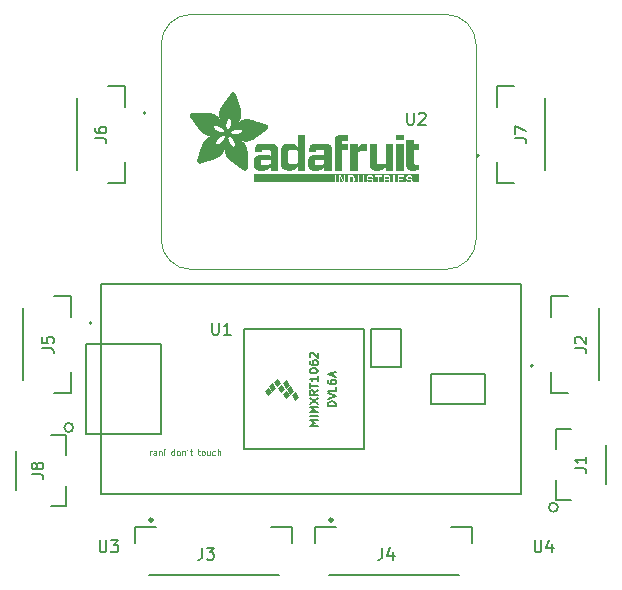
<source format=gbr>
G04 #@! TF.GenerationSoftware,KiCad,Pcbnew,(5.1.9)-1*
G04 #@! TF.CreationDate,2021-04-17T19:11:00-07:00*
G04 #@! TF.ProjectId,UAS_Teensy,5541535f-5465-4656-9e73-792e6b696361,rev?*
G04 #@! TF.SameCoordinates,Original*
G04 #@! TF.FileFunction,Legend,Top*
G04 #@! TF.FilePolarity,Positive*
%FSLAX46Y46*%
G04 Gerber Fmt 4.6, Leading zero omitted, Abs format (unit mm)*
G04 Created by KiCad (PCBNEW (5.1.9)-1) date 2021-04-17 19:11:00*
%MOMM*%
%LPD*%
G01*
G04 APERTURE LIST*
%ADD10C,0.125000*%
%ADD11C,0.127000*%
%ADD12C,0.200000*%
%ADD13C,0.152400*%
%ADD14C,0.300000*%
%ADD15C,0.120000*%
%ADD16C,0.100000*%
%ADD17C,0.150000*%
G04 APERTURE END LIST*
D10*
X90507714Y-93190190D02*
X90507714Y-92856857D01*
X90507714Y-92952095D02*
X90531523Y-92904476D01*
X90555333Y-92880666D01*
X90602952Y-92856857D01*
X90650571Y-92856857D01*
X91031523Y-93190190D02*
X91031523Y-92928285D01*
X91007714Y-92880666D01*
X90960095Y-92856857D01*
X90864857Y-92856857D01*
X90817238Y-92880666D01*
X91031523Y-93166380D02*
X90983904Y-93190190D01*
X90864857Y-93190190D01*
X90817238Y-93166380D01*
X90793428Y-93118761D01*
X90793428Y-93071142D01*
X90817238Y-93023523D01*
X90864857Y-92999714D01*
X90983904Y-92999714D01*
X91031523Y-92975904D01*
X91269619Y-92856857D02*
X91269619Y-93190190D01*
X91269619Y-92904476D02*
X91293428Y-92880666D01*
X91341047Y-92856857D01*
X91412476Y-92856857D01*
X91460095Y-92880666D01*
X91483904Y-92928285D01*
X91483904Y-93190190D01*
X91722000Y-93190190D02*
X91722000Y-92856857D01*
X91722000Y-92690190D02*
X91698190Y-92714000D01*
X91722000Y-92737809D01*
X91745809Y-92714000D01*
X91722000Y-92690190D01*
X91722000Y-92737809D01*
X92555333Y-93190190D02*
X92555333Y-92690190D01*
X92555333Y-93166380D02*
X92507714Y-93190190D01*
X92412476Y-93190190D01*
X92364857Y-93166380D01*
X92341047Y-93142571D01*
X92317238Y-93094952D01*
X92317238Y-92952095D01*
X92341047Y-92904476D01*
X92364857Y-92880666D01*
X92412476Y-92856857D01*
X92507714Y-92856857D01*
X92555333Y-92880666D01*
X92864857Y-93190190D02*
X92817238Y-93166380D01*
X92793428Y-93142571D01*
X92769619Y-93094952D01*
X92769619Y-92952095D01*
X92793428Y-92904476D01*
X92817238Y-92880666D01*
X92864857Y-92856857D01*
X92936285Y-92856857D01*
X92983904Y-92880666D01*
X93007714Y-92904476D01*
X93031523Y-92952095D01*
X93031523Y-93094952D01*
X93007714Y-93142571D01*
X92983904Y-93166380D01*
X92936285Y-93190190D01*
X92864857Y-93190190D01*
X93245809Y-92856857D02*
X93245809Y-93190190D01*
X93245809Y-92904476D02*
X93269619Y-92880666D01*
X93317238Y-92856857D01*
X93388666Y-92856857D01*
X93436285Y-92880666D01*
X93460095Y-92928285D01*
X93460095Y-93190190D01*
X93722000Y-92690190D02*
X93674380Y-92785428D01*
X93864857Y-92856857D02*
X94055333Y-92856857D01*
X93936285Y-92690190D02*
X93936285Y-93118761D01*
X93960095Y-93166380D01*
X94007714Y-93190190D01*
X94055333Y-93190190D01*
X94531523Y-92856857D02*
X94722000Y-92856857D01*
X94602952Y-92690190D02*
X94602952Y-93118761D01*
X94626761Y-93166380D01*
X94674380Y-93190190D01*
X94722000Y-93190190D01*
X94960095Y-93190190D02*
X94912476Y-93166380D01*
X94888666Y-93142571D01*
X94864857Y-93094952D01*
X94864857Y-92952095D01*
X94888666Y-92904476D01*
X94912476Y-92880666D01*
X94960095Y-92856857D01*
X95031523Y-92856857D01*
X95079142Y-92880666D01*
X95102952Y-92904476D01*
X95126761Y-92952095D01*
X95126761Y-93094952D01*
X95102952Y-93142571D01*
X95079142Y-93166380D01*
X95031523Y-93190190D01*
X94960095Y-93190190D01*
X95555333Y-92856857D02*
X95555333Y-93190190D01*
X95341047Y-92856857D02*
X95341047Y-93118761D01*
X95364857Y-93166380D01*
X95412476Y-93190190D01*
X95483904Y-93190190D01*
X95531523Y-93166380D01*
X95555333Y-93142571D01*
X96007714Y-93166380D02*
X95960095Y-93190190D01*
X95864857Y-93190190D01*
X95817238Y-93166380D01*
X95793428Y-93142571D01*
X95769619Y-93094952D01*
X95769619Y-92952095D01*
X95793428Y-92904476D01*
X95817238Y-92880666D01*
X95864857Y-92856857D01*
X95960095Y-92856857D01*
X96007714Y-92880666D01*
X96222000Y-93190190D02*
X96222000Y-92690190D01*
X96436285Y-93190190D02*
X96436285Y-92928285D01*
X96412476Y-92880666D01*
X96364857Y-92856857D01*
X96293428Y-92856857D01*
X96245809Y-92880666D01*
X96222000Y-92904476D01*
D11*
X121315000Y-70165000D02*
X119895000Y-70165000D01*
X119895000Y-70165000D02*
X119895000Y-68400000D01*
X121325000Y-61915000D02*
X119895000Y-61915000D01*
X119895000Y-61915000D02*
X119895000Y-63680000D01*
X123945000Y-69080000D02*
X123945000Y-62990000D01*
D12*
X118345000Y-67840000D02*
G75*
G03*
X118345000Y-67840000I-100000J0D01*
G01*
D11*
X86965000Y-61915000D02*
X88385000Y-61915000D01*
X88385000Y-61915000D02*
X88385000Y-63680000D01*
X86955000Y-70165000D02*
X88385000Y-70165000D01*
X88385000Y-70165000D02*
X88385000Y-68400000D01*
X84335000Y-63000000D02*
X84335000Y-69090000D01*
D12*
X90135000Y-64240000D02*
G75*
G03*
X90135000Y-64240000I-100000J0D01*
G01*
D11*
X82393000Y-79695000D02*
X83813000Y-79695000D01*
X83813000Y-79695000D02*
X83813000Y-81460000D01*
X82383000Y-87945000D02*
X83813000Y-87945000D01*
X83813000Y-87945000D02*
X83813000Y-86180000D01*
X79763000Y-80780000D02*
X79763000Y-86870000D01*
D12*
X85563000Y-82020000D02*
G75*
G03*
X85563000Y-82020000I-100000J0D01*
G01*
D11*
X125887000Y-87945000D02*
X124467000Y-87945000D01*
X124467000Y-87945000D02*
X124467000Y-86180000D01*
X125897000Y-79695000D02*
X124467000Y-79695000D01*
X124467000Y-79695000D02*
X124467000Y-81460000D01*
X128517000Y-86860000D02*
X128517000Y-80770000D01*
D12*
X122917000Y-85620000D02*
G75*
G03*
X122917000Y-85620000I-100000J0D01*
G01*
D13*
X79133700Y-92841041D02*
X79133700Y-96134959D01*
X82143628Y-97485200D02*
X83426300Y-97485200D01*
X83426300Y-97485200D02*
X83426300Y-95775940D01*
X83426300Y-91490800D02*
X82143628Y-91490800D01*
X83426300Y-93200060D02*
X83426300Y-91490800D01*
X84005979Y-90855800D02*
G75*
G03*
X84005979Y-90855800I-381000J0D01*
G01*
D11*
X106225000Y-99310000D02*
X104500000Y-99310000D01*
X104500000Y-99310000D02*
X104500000Y-100660000D01*
X117750000Y-99310000D02*
X117750000Y-100660000D01*
X117750000Y-99310000D02*
X116025000Y-99310000D01*
X105625000Y-103360000D02*
X116625000Y-103360000D01*
D14*
X105925000Y-98660000D02*
G75*
G03*
X105925000Y-98660000I-100000J0D01*
G01*
D11*
X90985000Y-99310000D02*
X89260000Y-99310000D01*
X89260000Y-99310000D02*
X89260000Y-100660000D01*
X102510000Y-99310000D02*
X102510000Y-100660000D01*
X102510000Y-99310000D02*
X100785000Y-99310000D01*
X90385000Y-103360000D02*
X101385000Y-103360000D01*
D14*
X90685000Y-98660000D02*
G75*
G03*
X90685000Y-98660000I-100000J0D01*
G01*
D15*
X115570000Y-77470000D02*
X93980000Y-77470000D01*
X118110000Y-58420000D02*
X118110000Y-74930000D01*
X93980000Y-55880000D02*
X115570000Y-55880000D01*
X91440000Y-58420000D02*
X91440000Y-74930000D01*
D16*
G36*
X110766600Y-69542400D02*
G01*
X111118700Y-69542400D01*
X111118700Y-69525600D01*
X110766600Y-69525600D01*
X110766600Y-69542400D01*
G37*
G36*
X110112800Y-69592700D02*
G01*
X110314000Y-69592700D01*
X110314000Y-69575900D01*
X110112800Y-69575900D01*
X110112800Y-69592700D01*
G37*
G36*
X106240300Y-69559200D02*
G01*
X106508600Y-69559200D01*
X106508600Y-69542400D01*
X106240300Y-69542400D01*
X106240300Y-69559200D01*
G37*
G36*
X108604100Y-69609500D02*
G01*
X108872300Y-69609500D01*
X108872300Y-69592700D01*
X108604100Y-69592700D01*
X108604100Y-69609500D01*
G37*
G36*
X110112800Y-69575900D02*
G01*
X110314000Y-69575900D01*
X110314000Y-69559200D01*
X110112800Y-69559200D01*
X110112800Y-69575900D01*
G37*
G36*
X111219200Y-69559200D02*
G01*
X111504200Y-69559200D01*
X111504200Y-69542400D01*
X111219200Y-69542400D01*
X111219200Y-69559200D01*
G37*
G36*
X107732300Y-69559200D02*
G01*
X108084400Y-69559200D01*
X108084400Y-69542400D01*
X107732300Y-69542400D01*
X107732300Y-69559200D01*
G37*
G36*
X112694500Y-69609500D02*
G01*
X113298000Y-69609500D01*
X113298000Y-69592700D01*
X112694500Y-69592700D01*
X112694500Y-69609500D01*
G37*
G36*
X111219200Y-69542400D02*
G01*
X111504200Y-69542400D01*
X111504200Y-69525600D01*
X111219200Y-69525600D01*
X111219200Y-69542400D01*
G37*
G36*
X106659400Y-69542400D02*
G01*
X106944400Y-69542400D01*
X106944400Y-69525600D01*
X106659400Y-69525600D01*
X106659400Y-69542400D01*
G37*
G36*
X110112800Y-69542400D02*
G01*
X110314000Y-69542400D01*
X110314000Y-69525600D01*
X110112800Y-69525600D01*
X110112800Y-69542400D01*
G37*
G36*
X99300000Y-69559200D02*
G01*
X106139700Y-69559200D01*
X106139700Y-69542400D01*
X99300000Y-69542400D01*
X99300000Y-69559200D01*
G37*
G36*
X107648500Y-69525600D02*
G01*
X108084400Y-69525600D01*
X108084400Y-69508900D01*
X107648500Y-69508900D01*
X107648500Y-69525600D01*
G37*
G36*
X99300000Y-69525600D02*
G01*
X106139700Y-69525600D01*
X106139700Y-69508900D01*
X99300000Y-69508900D01*
X99300000Y-69525600D01*
G37*
G36*
X107045000Y-69525600D02*
G01*
X107296500Y-69525600D01*
X107296500Y-69508900D01*
X107045000Y-69508900D01*
X107045000Y-69525600D01*
G37*
G36*
X107698800Y-69542400D02*
G01*
X108084400Y-69542400D01*
X108084400Y-69525600D01*
X107698800Y-69525600D01*
X107698800Y-69542400D01*
G37*
G36*
X112644200Y-69542400D02*
G01*
X113298000Y-69542400D01*
X113298000Y-69525600D01*
X112644200Y-69525600D01*
X112644200Y-69542400D01*
G37*
G36*
X109308100Y-69542400D02*
G01*
X109559600Y-69542400D01*
X109559600Y-69525600D01*
X109308100Y-69525600D01*
X109308100Y-69542400D01*
G37*
G36*
X111973600Y-69559200D02*
G01*
X112241800Y-69559200D01*
X112241800Y-69542400D01*
X111973600Y-69542400D01*
X111973600Y-69559200D01*
G37*
G36*
X112677700Y-69559200D02*
G01*
X113298000Y-69559200D01*
X113298000Y-69542400D01*
X112677700Y-69542400D01*
X112677700Y-69559200D01*
G37*
G36*
X109324900Y-69559200D02*
G01*
X109559600Y-69559200D01*
X109559600Y-69542400D01*
X109324900Y-69542400D01*
X109324900Y-69559200D01*
G37*
G36*
X108185000Y-69559200D02*
G01*
X108503500Y-69559200D01*
X108503500Y-69542400D01*
X108185000Y-69542400D01*
X108185000Y-69559200D01*
G37*
G36*
X112677700Y-69575900D02*
G01*
X113298000Y-69575900D01*
X113298000Y-69559200D01*
X112677700Y-69559200D01*
X112677700Y-69575900D01*
G37*
G36*
X109341700Y-69575900D02*
G01*
X109559600Y-69575900D01*
X109559600Y-69559200D01*
X109341700Y-69559200D01*
X109341700Y-69575900D01*
G37*
G36*
X107045000Y-69575900D02*
G01*
X107296500Y-69575900D01*
X107296500Y-69559200D01*
X107045000Y-69559200D01*
X107045000Y-69575900D01*
G37*
G36*
X111973600Y-69592700D02*
G01*
X112225100Y-69592700D01*
X112225100Y-69575900D01*
X111973600Y-69575900D01*
X111973600Y-69592700D01*
G37*
G36*
X109358400Y-69592700D02*
G01*
X109559600Y-69592700D01*
X109559600Y-69575900D01*
X109358400Y-69575900D01*
X109358400Y-69592700D01*
G37*
G36*
X108604100Y-69592700D02*
G01*
X108889000Y-69592700D01*
X108889000Y-69575900D01*
X108604100Y-69575900D01*
X108604100Y-69592700D01*
G37*
G36*
X108185000Y-69542400D02*
G01*
X108503500Y-69542400D01*
X108503500Y-69525600D01*
X108185000Y-69525600D01*
X108185000Y-69542400D01*
G37*
G36*
X99300000Y-69542400D02*
G01*
X106139700Y-69542400D01*
X106139700Y-69525600D01*
X99300000Y-69525600D01*
X99300000Y-69542400D01*
G37*
G36*
X108604100Y-69559200D02*
G01*
X108905800Y-69559200D01*
X108905800Y-69542400D01*
X108604100Y-69542400D01*
X108604100Y-69559200D01*
G37*
G36*
X106659400Y-69559200D02*
G01*
X106944400Y-69559200D01*
X106944400Y-69542400D01*
X106659400Y-69542400D01*
X106659400Y-69559200D01*
G37*
G36*
X108604100Y-69542400D02*
G01*
X108939300Y-69542400D01*
X108939300Y-69525600D01*
X108604100Y-69525600D01*
X108604100Y-69542400D01*
G37*
G36*
X107045000Y-69559200D02*
G01*
X107296500Y-69559200D01*
X107296500Y-69542400D01*
X107045000Y-69542400D01*
X107045000Y-69559200D01*
G37*
G36*
X111219200Y-69575900D02*
G01*
X111504200Y-69575900D01*
X111504200Y-69559200D01*
X111219200Y-69559200D01*
X111219200Y-69575900D01*
G37*
G36*
X106642700Y-69525600D02*
G01*
X106944400Y-69525600D01*
X106944400Y-69508900D01*
X106642700Y-69508900D01*
X106642700Y-69525600D01*
G37*
G36*
X106240300Y-69525600D02*
G01*
X106508600Y-69525600D01*
X106508600Y-69508900D01*
X106240300Y-69508900D01*
X106240300Y-69525600D01*
G37*
G36*
X99300000Y-69575900D02*
G01*
X106139700Y-69575900D01*
X106139700Y-69559200D01*
X99300000Y-69559200D01*
X99300000Y-69575900D01*
G37*
G36*
X108185000Y-69592700D02*
G01*
X108503500Y-69592700D01*
X108503500Y-69575900D01*
X108185000Y-69575900D01*
X108185000Y-69592700D01*
G37*
G36*
X111973600Y-69542400D02*
G01*
X112275400Y-69542400D01*
X112275400Y-69525600D01*
X111973600Y-69525600D01*
X111973600Y-69542400D01*
G37*
G36*
X111973600Y-69575900D02*
G01*
X112225100Y-69575900D01*
X112225100Y-69559200D01*
X111973600Y-69559200D01*
X111973600Y-69575900D01*
G37*
G36*
X108604100Y-69575900D02*
G01*
X108889000Y-69575900D01*
X108889000Y-69559200D01*
X108604100Y-69559200D01*
X108604100Y-69575900D01*
G37*
G36*
X107782600Y-69592700D02*
G01*
X108084400Y-69592700D01*
X108084400Y-69575900D01*
X107782600Y-69575900D01*
X107782600Y-69592700D01*
G37*
G36*
X107045000Y-69592700D02*
G01*
X107296500Y-69592700D01*
X107296500Y-69575900D01*
X107045000Y-69575900D01*
X107045000Y-69592700D01*
G37*
G36*
X110783400Y-69559200D02*
G01*
X111118700Y-69559200D01*
X111118700Y-69542400D01*
X110783400Y-69542400D01*
X110783400Y-69559200D01*
G37*
G36*
X110800100Y-69575900D02*
G01*
X111118700Y-69575900D01*
X111118700Y-69559200D01*
X110800100Y-69559200D01*
X110800100Y-69575900D01*
G37*
G36*
X106676200Y-69592700D02*
G01*
X106944400Y-69592700D01*
X106944400Y-69575900D01*
X106676200Y-69575900D01*
X106676200Y-69592700D01*
G37*
G36*
X106240300Y-69592700D02*
G01*
X106508600Y-69592700D01*
X106508600Y-69575900D01*
X106240300Y-69575900D01*
X106240300Y-69592700D01*
G37*
G36*
X111973600Y-69609500D02*
G01*
X112225100Y-69609500D01*
X112225100Y-69592700D01*
X111973600Y-69592700D01*
X111973600Y-69609500D01*
G37*
G36*
X106240300Y-69542400D02*
G01*
X106508600Y-69542400D01*
X106508600Y-69525600D01*
X106240300Y-69525600D01*
X106240300Y-69542400D01*
G37*
G36*
X106240300Y-69575900D02*
G01*
X106508600Y-69575900D01*
X106508600Y-69559200D01*
X106240300Y-69559200D01*
X106240300Y-69575900D01*
G37*
G36*
X110800100Y-69592700D02*
G01*
X111118700Y-69592700D01*
X111118700Y-69575900D01*
X110800100Y-69575900D01*
X110800100Y-69592700D01*
G37*
G36*
X111219200Y-69609500D02*
G01*
X111504200Y-69609500D01*
X111504200Y-69592700D01*
X111219200Y-69592700D01*
X111219200Y-69609500D01*
G37*
G36*
X110816900Y-69609500D02*
G01*
X111118700Y-69609500D01*
X111118700Y-69592700D01*
X110816900Y-69592700D01*
X110816900Y-69609500D01*
G37*
G36*
X107045000Y-69542400D02*
G01*
X107296500Y-69542400D01*
X107296500Y-69525600D01*
X107045000Y-69525600D01*
X107045000Y-69542400D01*
G37*
G36*
X110112800Y-69609500D02*
G01*
X110314000Y-69609500D01*
X110314000Y-69592700D01*
X110112800Y-69592700D01*
X110112800Y-69609500D01*
G37*
G36*
X107765900Y-69575900D02*
G01*
X108084400Y-69575900D01*
X108084400Y-69559200D01*
X107765900Y-69559200D01*
X107765900Y-69575900D01*
G37*
G36*
X109358400Y-69609500D02*
G01*
X109559600Y-69609500D01*
X109559600Y-69592700D01*
X109358400Y-69592700D01*
X109358400Y-69609500D01*
G37*
G36*
X112694500Y-69592700D02*
G01*
X113298000Y-69592700D01*
X113298000Y-69575900D01*
X112694500Y-69575900D01*
X112694500Y-69592700D01*
G37*
G36*
X108185000Y-69575900D02*
G01*
X108503500Y-69575900D01*
X108503500Y-69559200D01*
X108185000Y-69559200D01*
X108185000Y-69575900D01*
G37*
G36*
X99300000Y-69592700D02*
G01*
X106139700Y-69592700D01*
X106139700Y-69575900D01*
X99300000Y-69575900D01*
X99300000Y-69592700D01*
G37*
G36*
X110112800Y-69559200D02*
G01*
X110314000Y-69559200D01*
X110314000Y-69542400D01*
X110112800Y-69542400D01*
X110112800Y-69559200D01*
G37*
G36*
X106676200Y-69575900D02*
G01*
X106944400Y-69575900D01*
X106944400Y-69559200D01*
X106676200Y-69559200D01*
X106676200Y-69575900D01*
G37*
G36*
X111219200Y-69592700D02*
G01*
X111504200Y-69592700D01*
X111504200Y-69575900D01*
X111219200Y-69575900D01*
X111219200Y-69592700D01*
G37*
G36*
X110481600Y-68318600D02*
G01*
X111118700Y-68318600D01*
X111118700Y-68301900D01*
X110481600Y-68301900D01*
X110481600Y-68318600D01*
G37*
G36*
X109090200Y-68318600D02*
G01*
X109727200Y-68318600D01*
X109727200Y-68301900D01*
X109090200Y-68301900D01*
X109090200Y-68318600D01*
G37*
G36*
X101563200Y-68318600D02*
G01*
X102200200Y-68318600D01*
X102200200Y-68301900D01*
X101563200Y-68301900D01*
X101563200Y-68318600D01*
G37*
G36*
X112191500Y-68318600D02*
G01*
X112828600Y-68318600D01*
X112828600Y-68301900D01*
X112191500Y-68301900D01*
X112191500Y-68318600D01*
G37*
G36*
X111336600Y-68301900D02*
G01*
X111973600Y-68301900D01*
X111973600Y-68285100D01*
X111336600Y-68285100D01*
X111336600Y-68301900D01*
G37*
G36*
X111336600Y-68318600D02*
G01*
X111973600Y-68318600D01*
X111973600Y-68301900D01*
X111336600Y-68301900D01*
X111336600Y-68318600D01*
G37*
G36*
X112191500Y-68335400D02*
G01*
X112828600Y-68335400D01*
X112828600Y-68318600D01*
X112191500Y-68318600D01*
X112191500Y-68335400D01*
G37*
G36*
X99316800Y-68335400D02*
G01*
X99920300Y-68335400D01*
X99920300Y-68318600D01*
X99316800Y-68318600D01*
X99316800Y-68335400D01*
G37*
G36*
X112191500Y-68301900D02*
G01*
X112828600Y-68301900D01*
X112828600Y-68285100D01*
X112191500Y-68285100D01*
X112191500Y-68301900D01*
G37*
G36*
X103876600Y-68301900D02*
G01*
X104496900Y-68301900D01*
X104496900Y-68285100D01*
X103876600Y-68285100D01*
X103876600Y-68301900D01*
G37*
G36*
X103876600Y-68352200D02*
G01*
X104480100Y-68352200D01*
X104480100Y-68335400D01*
X103876600Y-68335400D01*
X103876600Y-68352200D01*
G37*
G36*
X99316800Y-68352200D02*
G01*
X99920300Y-68352200D01*
X99920300Y-68335400D01*
X99316800Y-68335400D01*
X99316800Y-68352200D01*
G37*
G36*
X100708200Y-68285100D02*
G01*
X101345200Y-68285100D01*
X101345200Y-68268300D01*
X100708200Y-68268300D01*
X100708200Y-68285100D01*
G37*
G36*
X101563200Y-68285100D02*
G01*
X102200200Y-68285100D01*
X102200200Y-68268300D01*
X101563200Y-68268300D01*
X101563200Y-68285100D01*
G37*
G36*
X103021600Y-68285100D02*
G01*
X103641900Y-68285100D01*
X103641900Y-68268300D01*
X103021600Y-68268300D01*
X103021600Y-68285100D01*
G37*
G36*
X103021600Y-68318600D02*
G01*
X103641900Y-68318600D01*
X103641900Y-68301900D01*
X103021600Y-68301900D01*
X103021600Y-68318600D01*
G37*
G36*
X94488800Y-68318600D02*
G01*
X95427500Y-68318600D01*
X95427500Y-68301900D01*
X94488800Y-68301900D01*
X94488800Y-68318600D01*
G37*
G36*
X107447300Y-68335400D02*
G01*
X108084400Y-68335400D01*
X108084400Y-68318600D01*
X107447300Y-68318600D01*
X107447300Y-68335400D01*
G37*
G36*
X94488800Y-68301900D02*
G01*
X95477800Y-68301900D01*
X95477800Y-68285100D01*
X94488800Y-68285100D01*
X94488800Y-68301900D01*
G37*
G36*
X103876600Y-68335400D02*
G01*
X104480100Y-68335400D01*
X104480100Y-68318600D01*
X103876600Y-68318600D01*
X103876600Y-68335400D01*
G37*
G36*
X109090200Y-68352200D02*
G01*
X109727200Y-68352200D01*
X109727200Y-68335400D01*
X109090200Y-68335400D01*
X109090200Y-68352200D01*
G37*
G36*
X94488800Y-68285100D02*
G01*
X95511400Y-68285100D01*
X95511400Y-68268300D01*
X94488800Y-68268300D01*
X94488800Y-68285100D01*
G37*
G36*
X107447300Y-68301900D02*
G01*
X108084400Y-68301900D01*
X108084400Y-68285100D01*
X107447300Y-68285100D01*
X107447300Y-68301900D01*
G37*
G36*
X107447300Y-68318600D02*
G01*
X108084400Y-68318600D01*
X108084400Y-68301900D01*
X107447300Y-68301900D01*
X107447300Y-68318600D01*
G37*
G36*
X107447300Y-68352200D02*
G01*
X108084400Y-68352200D01*
X108084400Y-68335400D01*
X107447300Y-68335400D01*
X107447300Y-68352200D01*
G37*
G36*
X101563200Y-68335400D02*
G01*
X102200200Y-68335400D01*
X102200200Y-68318600D01*
X101563200Y-68318600D01*
X101563200Y-68335400D01*
G37*
G36*
X105268000Y-68352200D02*
G01*
X105905000Y-68352200D01*
X105905000Y-68335400D01*
X105268000Y-68335400D01*
X105268000Y-68352200D01*
G37*
G36*
X106139700Y-68352200D02*
G01*
X106776800Y-68352200D01*
X106776800Y-68335400D01*
X106139700Y-68335400D01*
X106139700Y-68352200D01*
G37*
G36*
X110481600Y-68301900D02*
G01*
X111118700Y-68301900D01*
X111118700Y-68285100D01*
X110481600Y-68285100D01*
X110481600Y-68301900D01*
G37*
G36*
X99316800Y-68318600D02*
G01*
X99920300Y-68318600D01*
X99920300Y-68301900D01*
X99316800Y-68301900D01*
X99316800Y-68318600D01*
G37*
G36*
X103021600Y-68352200D02*
G01*
X103641900Y-68352200D01*
X103641900Y-68335400D01*
X103021600Y-68335400D01*
X103021600Y-68352200D01*
G37*
G36*
X106139700Y-68335400D02*
G01*
X106776800Y-68335400D01*
X106776800Y-68318600D01*
X106139700Y-68318600D01*
X106139700Y-68335400D01*
G37*
G36*
X109090200Y-68335400D02*
G01*
X109727200Y-68335400D01*
X109727200Y-68318600D01*
X109090200Y-68318600D01*
X109090200Y-68335400D01*
G37*
G36*
X105268000Y-68335400D02*
G01*
X105905000Y-68335400D01*
X105905000Y-68318600D01*
X105268000Y-68318600D01*
X105268000Y-68335400D01*
G37*
G36*
X103021600Y-68335400D02*
G01*
X103641900Y-68335400D01*
X103641900Y-68318600D01*
X103021600Y-68318600D01*
X103021600Y-68335400D01*
G37*
G36*
X112191500Y-68352200D02*
G01*
X112828600Y-68352200D01*
X112828600Y-68335400D01*
X112191500Y-68335400D01*
X112191500Y-68352200D01*
G37*
G36*
X111336600Y-68352200D02*
G01*
X111973600Y-68352200D01*
X111973600Y-68335400D01*
X111336600Y-68335400D01*
X111336600Y-68352200D01*
G37*
G36*
X97305100Y-68285100D02*
G01*
X98780300Y-68285100D01*
X98780300Y-68268300D01*
X97305100Y-68268300D01*
X97305100Y-68285100D01*
G37*
G36*
X110481600Y-68352200D02*
G01*
X111118700Y-68352200D01*
X111118700Y-68335400D01*
X110481600Y-68335400D01*
X110481600Y-68352200D01*
G37*
G36*
X101563200Y-68352200D02*
G01*
X102200200Y-68352200D01*
X102200200Y-68335400D01*
X101563200Y-68335400D01*
X101563200Y-68352200D01*
G37*
G36*
X100708200Y-68301900D02*
G01*
X101345200Y-68301900D01*
X101345200Y-68285100D01*
X100708200Y-68285100D01*
X100708200Y-68301900D01*
G37*
G36*
X106139700Y-68318600D02*
G01*
X106776800Y-68318600D01*
X106776800Y-68301900D01*
X106139700Y-68301900D01*
X106139700Y-68318600D01*
G37*
G36*
X99316800Y-68301900D02*
G01*
X99920300Y-68301900D01*
X99920300Y-68285100D01*
X99316800Y-68285100D01*
X99316800Y-68301900D01*
G37*
G36*
X100708200Y-68352200D02*
G01*
X101345200Y-68352200D01*
X101345200Y-68335400D01*
X100708200Y-68335400D01*
X100708200Y-68352200D01*
G37*
G36*
X97355400Y-68335400D02*
G01*
X98780300Y-68335400D01*
X98780300Y-68318600D01*
X97355400Y-68318600D01*
X97355400Y-68335400D01*
G37*
G36*
X97388900Y-68352200D02*
G01*
X98780300Y-68352200D01*
X98780300Y-68335400D01*
X97388900Y-68335400D01*
X97388900Y-68352200D01*
G37*
G36*
X94488800Y-68352200D02*
G01*
X95327000Y-68352200D01*
X95327000Y-68335400D01*
X94488800Y-68335400D01*
X94488800Y-68352200D01*
G37*
G36*
X99316800Y-68285100D02*
G01*
X99920300Y-68285100D01*
X99920300Y-68268300D01*
X99316800Y-68268300D01*
X99316800Y-68285100D01*
G37*
G36*
X94488800Y-68335400D02*
G01*
X95360500Y-68335400D01*
X95360500Y-68318600D01*
X94488800Y-68318600D01*
X94488800Y-68335400D01*
G37*
G36*
X106139700Y-68301900D02*
G01*
X106776800Y-68301900D01*
X106776800Y-68285100D01*
X106139700Y-68285100D01*
X106139700Y-68301900D01*
G37*
G36*
X97305100Y-68301900D02*
G01*
X98780300Y-68301900D01*
X98780300Y-68285100D01*
X97305100Y-68285100D01*
X97305100Y-68301900D01*
G37*
G36*
X100708200Y-68318600D02*
G01*
X101345200Y-68318600D01*
X101345200Y-68301900D01*
X100708200Y-68301900D01*
X100708200Y-68318600D01*
G37*
G36*
X111336600Y-68335400D02*
G01*
X111973600Y-68335400D01*
X111973600Y-68318600D01*
X111336600Y-68318600D01*
X111336600Y-68335400D01*
G37*
G36*
X110481600Y-68335400D02*
G01*
X111118700Y-68335400D01*
X111118700Y-68318600D01*
X110481600Y-68318600D01*
X110481600Y-68335400D01*
G37*
G36*
X112191500Y-68368900D02*
G01*
X112828600Y-68368900D01*
X112828600Y-68352200D01*
X112191500Y-68352200D01*
X112191500Y-68368900D01*
G37*
G36*
X111336600Y-68368900D02*
G01*
X111973600Y-68368900D01*
X111973600Y-68352200D01*
X111336600Y-68352200D01*
X111336600Y-68368900D01*
G37*
G36*
X103876600Y-68318600D02*
G01*
X104496900Y-68318600D01*
X104496900Y-68301900D01*
X103876600Y-68301900D01*
X103876600Y-68318600D01*
G37*
G36*
X101563200Y-68301900D02*
G01*
X102200200Y-68301900D01*
X102200200Y-68285100D01*
X101563200Y-68285100D01*
X101563200Y-68301900D01*
G37*
G36*
X97338600Y-68318600D02*
G01*
X98780300Y-68318600D01*
X98780300Y-68301900D01*
X97338600Y-68301900D01*
X97338600Y-68318600D01*
G37*
G36*
X105268000Y-68318600D02*
G01*
X105905000Y-68318600D01*
X105905000Y-68301900D01*
X105268000Y-68301900D01*
X105268000Y-68318600D01*
G37*
G36*
X100708200Y-68335400D02*
G01*
X101345200Y-68335400D01*
X101345200Y-68318600D01*
X100708200Y-68318600D01*
X100708200Y-68335400D01*
G37*
G36*
X105268000Y-68301900D02*
G01*
X105905000Y-68301900D01*
X105905000Y-68285100D01*
X105268000Y-68285100D01*
X105268000Y-68301900D01*
G37*
G36*
X103021600Y-68301900D02*
G01*
X103641900Y-68301900D01*
X103641900Y-68285100D01*
X103021600Y-68285100D01*
X103021600Y-68301900D01*
G37*
G36*
X109090200Y-68301900D02*
G01*
X109727200Y-68301900D01*
X109727200Y-68285100D01*
X109090200Y-68285100D01*
X109090200Y-68301900D01*
G37*
G36*
X101563200Y-68385700D02*
G01*
X102200200Y-68385700D01*
X102200200Y-68368900D01*
X101563200Y-68368900D01*
X101563200Y-68385700D01*
G37*
G36*
X106139700Y-68402500D02*
G01*
X106776800Y-68402500D01*
X106776800Y-68385700D01*
X106139700Y-68385700D01*
X106139700Y-68402500D01*
G37*
G36*
X103021600Y-68402500D02*
G01*
X103641900Y-68402500D01*
X103641900Y-68385700D01*
X103021600Y-68385700D01*
X103021600Y-68402500D01*
G37*
G36*
X97456000Y-68402500D02*
G01*
X98780300Y-68402500D01*
X98780300Y-68385700D01*
X97456000Y-68385700D01*
X97456000Y-68402500D01*
G37*
G36*
X107447300Y-68368900D02*
G01*
X108084400Y-68368900D01*
X108084400Y-68352200D01*
X107447300Y-68352200D01*
X107447300Y-68368900D01*
G37*
G36*
X103876600Y-68385700D02*
G01*
X104480100Y-68385700D01*
X104480100Y-68368900D01*
X103876600Y-68368900D01*
X103876600Y-68385700D01*
G37*
G36*
X100708200Y-68385700D02*
G01*
X101345200Y-68385700D01*
X101345200Y-68368900D01*
X100708200Y-68368900D01*
X100708200Y-68385700D01*
G37*
G36*
X110481600Y-68436000D02*
G01*
X111118700Y-68436000D01*
X111118700Y-68419200D01*
X110481600Y-68419200D01*
X110481600Y-68436000D01*
G37*
G36*
X109090200Y-68368900D02*
G01*
X109727200Y-68368900D01*
X109727200Y-68352200D01*
X109090200Y-68352200D01*
X109090200Y-68368900D01*
G37*
G36*
X100708200Y-68368900D02*
G01*
X101345200Y-68368900D01*
X101345200Y-68352200D01*
X100708200Y-68352200D01*
X100708200Y-68368900D01*
G37*
G36*
X109090200Y-68436000D02*
G01*
X109744000Y-68436000D01*
X109744000Y-68419200D01*
X109090200Y-68419200D01*
X109090200Y-68436000D01*
G37*
G36*
X101579900Y-68436000D02*
G01*
X102217000Y-68436000D01*
X102217000Y-68419200D01*
X101579900Y-68419200D01*
X101579900Y-68436000D01*
G37*
G36*
X107447300Y-68385700D02*
G01*
X108084400Y-68385700D01*
X108084400Y-68368900D01*
X107447300Y-68368900D01*
X107447300Y-68385700D01*
G37*
G36*
X103876600Y-68419200D02*
G01*
X104480100Y-68419200D01*
X104480100Y-68402500D01*
X103876600Y-68402500D01*
X103876600Y-68419200D01*
G37*
G36*
X100708200Y-68402500D02*
G01*
X101345200Y-68402500D01*
X101345200Y-68385700D01*
X100708200Y-68385700D01*
X100708200Y-68402500D01*
G37*
G36*
X111336600Y-68419200D02*
G01*
X111973600Y-68419200D01*
X111973600Y-68402500D01*
X111336600Y-68402500D01*
X111336600Y-68419200D01*
G37*
G36*
X103021600Y-68419200D02*
G01*
X103641900Y-68419200D01*
X103641900Y-68402500D01*
X103021600Y-68402500D01*
X103021600Y-68419200D01*
G37*
G36*
X103021600Y-68385700D02*
G01*
X103641900Y-68385700D01*
X103641900Y-68368900D01*
X103021600Y-68368900D01*
X103021600Y-68385700D01*
G37*
G36*
X94522300Y-68419200D02*
G01*
X95125800Y-68419200D01*
X95125800Y-68402500D01*
X94522300Y-68402500D01*
X94522300Y-68419200D01*
G37*
G36*
X100708200Y-68419200D02*
G01*
X101345200Y-68419200D01*
X101345200Y-68402500D01*
X100708200Y-68402500D01*
X100708200Y-68419200D01*
G37*
G36*
X112191500Y-68419200D02*
G01*
X112828600Y-68419200D01*
X112828600Y-68402500D01*
X112191500Y-68402500D01*
X112191500Y-68419200D01*
G37*
G36*
X110481600Y-68368900D02*
G01*
X111118700Y-68368900D01*
X111118700Y-68352200D01*
X110481600Y-68352200D01*
X110481600Y-68368900D01*
G37*
G36*
X103876600Y-68368900D02*
G01*
X104480100Y-68368900D01*
X104480100Y-68352200D01*
X103876600Y-68352200D01*
X103876600Y-68368900D01*
G37*
G36*
X109090200Y-68385700D02*
G01*
X109727200Y-68385700D01*
X109727200Y-68368900D01*
X109090200Y-68368900D01*
X109090200Y-68385700D01*
G37*
G36*
X110481600Y-68385700D02*
G01*
X111118700Y-68385700D01*
X111118700Y-68368900D01*
X110481600Y-68368900D01*
X110481600Y-68385700D01*
G37*
G36*
X105268000Y-68385700D02*
G01*
X105905000Y-68385700D01*
X105905000Y-68368900D01*
X105268000Y-68368900D01*
X105268000Y-68385700D01*
G37*
G36*
X111336600Y-68402500D02*
G01*
X111973600Y-68402500D01*
X111973600Y-68385700D01*
X111336600Y-68385700D01*
X111336600Y-68402500D01*
G37*
G36*
X109090200Y-68402500D02*
G01*
X109727200Y-68402500D01*
X109727200Y-68385700D01*
X109090200Y-68385700D01*
X109090200Y-68402500D01*
G37*
G36*
X106139700Y-68368900D02*
G01*
X106776800Y-68368900D01*
X106776800Y-68352200D01*
X106139700Y-68352200D01*
X106139700Y-68368900D01*
G37*
G36*
X103876600Y-68402500D02*
G01*
X104480100Y-68402500D01*
X104480100Y-68385700D01*
X103876600Y-68385700D01*
X103876600Y-68402500D01*
G37*
G36*
X101563200Y-68402500D02*
G01*
X102200200Y-68402500D01*
X102200200Y-68385700D01*
X101563200Y-68385700D01*
X101563200Y-68402500D01*
G37*
G36*
X94522300Y-68402500D02*
G01*
X95176100Y-68402500D01*
X95176100Y-68385700D01*
X94522300Y-68385700D01*
X94522300Y-68402500D01*
G37*
G36*
X106139700Y-68419200D02*
G01*
X106776800Y-68419200D01*
X106776800Y-68402500D01*
X106139700Y-68402500D01*
X106139700Y-68419200D01*
G37*
G36*
X105268000Y-68419200D02*
G01*
X105905000Y-68419200D01*
X105905000Y-68402500D01*
X105268000Y-68402500D01*
X105268000Y-68419200D01*
G37*
G36*
X101563200Y-68419200D02*
G01*
X102200200Y-68419200D01*
X102200200Y-68402500D01*
X101563200Y-68402500D01*
X101563200Y-68419200D01*
G37*
G36*
X99300000Y-68419200D02*
G01*
X99920300Y-68419200D01*
X99920300Y-68402500D01*
X99300000Y-68402500D01*
X99300000Y-68419200D01*
G37*
G36*
X105268000Y-68402500D02*
G01*
X105905000Y-68402500D01*
X105905000Y-68385700D01*
X105268000Y-68385700D01*
X105268000Y-68402500D01*
G37*
G36*
X109090200Y-68419200D02*
G01*
X109727200Y-68419200D01*
X109727200Y-68402500D01*
X109090200Y-68402500D01*
X109090200Y-68419200D01*
G37*
G36*
X97472800Y-68419200D02*
G01*
X98780300Y-68419200D01*
X98780300Y-68402500D01*
X97472800Y-68402500D01*
X97472800Y-68419200D01*
G37*
G36*
X112191500Y-68436000D02*
G01*
X112828600Y-68436000D01*
X112828600Y-68419200D01*
X112191500Y-68419200D01*
X112191500Y-68436000D01*
G37*
G36*
X94505500Y-68368900D02*
G01*
X95276700Y-68368900D01*
X95276700Y-68352200D01*
X94505500Y-68352200D01*
X94505500Y-68368900D01*
G37*
G36*
X106139700Y-68385700D02*
G01*
X106776800Y-68385700D01*
X106776800Y-68368900D01*
X106139700Y-68368900D01*
X106139700Y-68385700D01*
G37*
G36*
X107447300Y-68402500D02*
G01*
X108084400Y-68402500D01*
X108084400Y-68385700D01*
X107447300Y-68385700D01*
X107447300Y-68402500D01*
G37*
G36*
X99300000Y-68402500D02*
G01*
X99920300Y-68402500D01*
X99920300Y-68385700D01*
X99300000Y-68385700D01*
X99300000Y-68402500D01*
G37*
G36*
X111336600Y-68436000D02*
G01*
X111973600Y-68436000D01*
X111973600Y-68419200D01*
X111336600Y-68419200D01*
X111336600Y-68436000D01*
G37*
G36*
X105268000Y-68436000D02*
G01*
X105905000Y-68436000D01*
X105905000Y-68419200D01*
X105268000Y-68419200D01*
X105268000Y-68436000D01*
G37*
G36*
X103876600Y-68436000D02*
G01*
X104480100Y-68436000D01*
X104480100Y-68419200D01*
X103876600Y-68419200D01*
X103876600Y-68436000D01*
G37*
G36*
X107447300Y-68436000D02*
G01*
X108084400Y-68436000D01*
X108084400Y-68419200D01*
X107447300Y-68419200D01*
X107447300Y-68436000D01*
G37*
G36*
X112191500Y-68385700D02*
G01*
X112828600Y-68385700D01*
X112828600Y-68368900D01*
X112191500Y-68368900D01*
X112191500Y-68385700D01*
G37*
G36*
X103021600Y-68368900D02*
G01*
X103641900Y-68368900D01*
X103641900Y-68352200D01*
X103021600Y-68352200D01*
X103021600Y-68368900D01*
G37*
G36*
X94505500Y-68385700D02*
G01*
X95209600Y-68385700D01*
X95209600Y-68368900D01*
X94505500Y-68368900D01*
X94505500Y-68385700D01*
G37*
G36*
X111336600Y-68385700D02*
G01*
X111973600Y-68385700D01*
X111973600Y-68368900D01*
X111336600Y-68368900D01*
X111336600Y-68385700D01*
G37*
G36*
X99300000Y-68385700D02*
G01*
X99920300Y-68385700D01*
X99920300Y-68368900D01*
X99300000Y-68368900D01*
X99300000Y-68385700D01*
G37*
G36*
X97439200Y-68385700D02*
G01*
X98780300Y-68385700D01*
X98780300Y-68368900D01*
X97439200Y-68368900D01*
X97439200Y-68385700D01*
G37*
G36*
X110481600Y-68402500D02*
G01*
X111118700Y-68402500D01*
X111118700Y-68385700D01*
X110481600Y-68385700D01*
X110481600Y-68402500D01*
G37*
G36*
X112191500Y-68402500D02*
G01*
X112828600Y-68402500D01*
X112828600Y-68385700D01*
X112191500Y-68385700D01*
X112191500Y-68402500D01*
G37*
G36*
X110481600Y-68419200D02*
G01*
X111118700Y-68419200D01*
X111118700Y-68402500D01*
X110481600Y-68402500D01*
X110481600Y-68419200D01*
G37*
G36*
X97405700Y-68368900D02*
G01*
X98780300Y-68368900D01*
X98780300Y-68352200D01*
X97405700Y-68352200D01*
X97405700Y-68368900D01*
G37*
G36*
X107447300Y-68419200D02*
G01*
X108084400Y-68419200D01*
X108084400Y-68402500D01*
X107447300Y-68402500D01*
X107447300Y-68419200D01*
G37*
G36*
X103021600Y-68436000D02*
G01*
X103641900Y-68436000D01*
X103641900Y-68419200D01*
X103021600Y-68419200D01*
X103021600Y-68436000D01*
G37*
G36*
X106139700Y-68436000D02*
G01*
X106776800Y-68436000D01*
X106776800Y-68419200D01*
X106139700Y-68419200D01*
X106139700Y-68436000D01*
G37*
G36*
X101563200Y-68368900D02*
G01*
X102200200Y-68368900D01*
X102200200Y-68352200D01*
X101563200Y-68352200D01*
X101563200Y-68368900D01*
G37*
G36*
X99300000Y-68368900D02*
G01*
X99920300Y-68368900D01*
X99920300Y-68352200D01*
X99300000Y-68352200D01*
X99300000Y-68368900D01*
G37*
G36*
X105268000Y-68368900D02*
G01*
X105905000Y-68368900D01*
X105905000Y-68352200D01*
X105268000Y-68352200D01*
X105268000Y-68368900D01*
G37*
G36*
X103876600Y-68503000D02*
G01*
X104480100Y-68503000D01*
X104480100Y-68486300D01*
X103876600Y-68486300D01*
X103876600Y-68503000D01*
G37*
G36*
X100708200Y-68503000D02*
G01*
X101345200Y-68503000D01*
X101345200Y-68486300D01*
X100708200Y-68486300D01*
X100708200Y-68503000D01*
G37*
G36*
X97539800Y-68469500D02*
G01*
X98780300Y-68469500D01*
X98780300Y-68452700D01*
X97539800Y-68452700D01*
X97539800Y-68469500D01*
G37*
G36*
X97590100Y-68503000D02*
G01*
X98780300Y-68503000D01*
X98780300Y-68486300D01*
X97590100Y-68486300D01*
X97590100Y-68503000D01*
G37*
G36*
X111336600Y-68452700D02*
G01*
X111973600Y-68452700D01*
X111973600Y-68436000D01*
X111336600Y-68436000D01*
X111336600Y-68452700D01*
G37*
G36*
X105268000Y-68452700D02*
G01*
X105905000Y-68452700D01*
X105905000Y-68436000D01*
X105268000Y-68436000D01*
X105268000Y-68452700D01*
G37*
G36*
X101579900Y-68469500D02*
G01*
X102233700Y-68469500D01*
X102233700Y-68452700D01*
X101579900Y-68452700D01*
X101579900Y-68469500D01*
G37*
G36*
X107447300Y-68486300D02*
G01*
X108084400Y-68486300D01*
X108084400Y-68469500D01*
X107447300Y-68469500D01*
X107447300Y-68486300D01*
G37*
G36*
X112191500Y-68486300D02*
G01*
X112828600Y-68486300D01*
X112828600Y-68469500D01*
X112191500Y-68469500D01*
X112191500Y-68486300D01*
G37*
G36*
X106139700Y-68452700D02*
G01*
X106776800Y-68452700D01*
X106776800Y-68436000D01*
X106139700Y-68436000D01*
X106139700Y-68452700D01*
G37*
G36*
X107447300Y-68452700D02*
G01*
X108084400Y-68452700D01*
X108084400Y-68436000D01*
X107447300Y-68436000D01*
X107447300Y-68452700D01*
G37*
G36*
X94572600Y-68469500D02*
G01*
X94958200Y-68469500D01*
X94958200Y-68452700D01*
X94572600Y-68452700D01*
X94572600Y-68469500D01*
G37*
G36*
X112191500Y-68469500D02*
G01*
X112828600Y-68469500D01*
X112828600Y-68452700D01*
X112191500Y-68452700D01*
X112191500Y-68469500D01*
G37*
G36*
X103876600Y-68486300D02*
G01*
X104480100Y-68486300D01*
X104480100Y-68469500D01*
X103876600Y-68469500D01*
X103876600Y-68486300D01*
G37*
G36*
X97573300Y-68486300D02*
G01*
X98780300Y-68486300D01*
X98780300Y-68469500D01*
X97573300Y-68469500D01*
X97573300Y-68486300D01*
G37*
G36*
X94589300Y-68486300D02*
G01*
X94891100Y-68486300D01*
X94891100Y-68469500D01*
X94589300Y-68469500D01*
X94589300Y-68486300D01*
G37*
G36*
X112191500Y-68452700D02*
G01*
X112828600Y-68452700D01*
X112828600Y-68436000D01*
X112191500Y-68436000D01*
X112191500Y-68452700D01*
G37*
G36*
X101579900Y-68486300D02*
G01*
X102233700Y-68486300D01*
X102233700Y-68469500D01*
X101579900Y-68469500D01*
X101579900Y-68486300D01*
G37*
G36*
X112191500Y-68503000D02*
G01*
X112828600Y-68503000D01*
X112828600Y-68486300D01*
X112191500Y-68486300D01*
X112191500Y-68503000D01*
G37*
G36*
X103021600Y-68469500D02*
G01*
X103641900Y-68469500D01*
X103641900Y-68452700D01*
X103021600Y-68452700D01*
X103021600Y-68469500D01*
G37*
G36*
X110481600Y-68452700D02*
G01*
X111118700Y-68452700D01*
X111118700Y-68436000D01*
X110481600Y-68436000D01*
X110481600Y-68452700D01*
G37*
G36*
X101579900Y-68452700D02*
G01*
X102217000Y-68452700D01*
X102217000Y-68436000D01*
X101579900Y-68436000D01*
X101579900Y-68452700D01*
G37*
G36*
X105268000Y-68469500D02*
G01*
X105905000Y-68469500D01*
X105905000Y-68452700D01*
X105268000Y-68452700D01*
X105268000Y-68469500D01*
G37*
G36*
X97506300Y-68452700D02*
G01*
X98780300Y-68452700D01*
X98780300Y-68436000D01*
X97506300Y-68436000D01*
X97506300Y-68452700D01*
G37*
G36*
X105268000Y-68486300D02*
G01*
X105905000Y-68486300D01*
X105905000Y-68469500D01*
X105268000Y-68469500D01*
X105268000Y-68486300D01*
G37*
G36*
X111336600Y-68503000D02*
G01*
X111973600Y-68503000D01*
X111973600Y-68486300D01*
X111336600Y-68486300D01*
X111336600Y-68503000D01*
G37*
G36*
X109090200Y-68503000D02*
G01*
X109744000Y-68503000D01*
X109744000Y-68486300D01*
X109090200Y-68486300D01*
X109090200Y-68503000D01*
G37*
G36*
X107447300Y-68503000D02*
G01*
X108084400Y-68503000D01*
X108084400Y-68486300D01*
X107447300Y-68486300D01*
X107447300Y-68503000D01*
G37*
G36*
X106139700Y-68503000D02*
G01*
X106776800Y-68503000D01*
X106776800Y-68486300D01*
X106139700Y-68486300D01*
X106139700Y-68503000D01*
G37*
G36*
X103876600Y-68469500D02*
G01*
X104480100Y-68469500D01*
X104480100Y-68452700D01*
X103876600Y-68452700D01*
X103876600Y-68469500D01*
G37*
G36*
X105268000Y-68503000D02*
G01*
X105905000Y-68503000D01*
X105905000Y-68486300D01*
X105268000Y-68486300D01*
X105268000Y-68503000D01*
G37*
G36*
X103876600Y-68452700D02*
G01*
X104480100Y-68452700D01*
X104480100Y-68436000D01*
X103876600Y-68436000D01*
X103876600Y-68452700D01*
G37*
G36*
X94539100Y-68436000D02*
G01*
X95058700Y-68436000D01*
X95058700Y-68419200D01*
X94539100Y-68419200D01*
X94539100Y-68436000D01*
G37*
G36*
X97506300Y-68436000D02*
G01*
X98780300Y-68436000D01*
X98780300Y-68419200D01*
X97506300Y-68419200D01*
X97506300Y-68436000D01*
G37*
G36*
X109090200Y-68452700D02*
G01*
X109744000Y-68452700D01*
X109744000Y-68436000D01*
X109090200Y-68436000D01*
X109090200Y-68452700D01*
G37*
G36*
X99300000Y-68452700D02*
G01*
X99920300Y-68452700D01*
X99920300Y-68436000D01*
X99300000Y-68436000D01*
X99300000Y-68452700D01*
G37*
G36*
X100708200Y-68469500D02*
G01*
X101345200Y-68469500D01*
X101345200Y-68452700D01*
X100708200Y-68452700D01*
X100708200Y-68469500D01*
G37*
G36*
X99300000Y-68469500D02*
G01*
X99920300Y-68469500D01*
X99920300Y-68452700D01*
X99300000Y-68452700D01*
X99300000Y-68469500D01*
G37*
G36*
X110481600Y-68486300D02*
G01*
X111118700Y-68486300D01*
X111118700Y-68469500D01*
X110481600Y-68469500D01*
X110481600Y-68486300D01*
G37*
G36*
X100708200Y-68486300D02*
G01*
X101345200Y-68486300D01*
X101345200Y-68469500D01*
X100708200Y-68469500D01*
X100708200Y-68486300D01*
G37*
G36*
X111336600Y-68486300D02*
G01*
X111973600Y-68486300D01*
X111973600Y-68469500D01*
X111336600Y-68469500D01*
X111336600Y-68486300D01*
G37*
G36*
X99300000Y-68486300D02*
G01*
X99920300Y-68486300D01*
X99920300Y-68469500D01*
X99300000Y-68469500D01*
X99300000Y-68486300D01*
G37*
G36*
X103021600Y-68486300D02*
G01*
X103641900Y-68486300D01*
X103641900Y-68469500D01*
X103021600Y-68469500D01*
X103021600Y-68486300D01*
G37*
G36*
X110481600Y-68503000D02*
G01*
X111118700Y-68503000D01*
X111118700Y-68486300D01*
X110481600Y-68486300D01*
X110481600Y-68503000D01*
G37*
G36*
X107447300Y-68469500D02*
G01*
X108084400Y-68469500D01*
X108084400Y-68452700D01*
X107447300Y-68452700D01*
X107447300Y-68469500D01*
G37*
G36*
X109090200Y-68486300D02*
G01*
X109744000Y-68486300D01*
X109744000Y-68469500D01*
X109090200Y-68469500D01*
X109090200Y-68486300D01*
G37*
G36*
X106139700Y-68486300D02*
G01*
X106776800Y-68486300D01*
X106776800Y-68469500D01*
X106139700Y-68469500D01*
X106139700Y-68486300D01*
G37*
G36*
X103021600Y-68503000D02*
G01*
X103641900Y-68503000D01*
X103641900Y-68486300D01*
X103021600Y-68486300D01*
X103021600Y-68503000D01*
G37*
G36*
X100708200Y-68436000D02*
G01*
X101345200Y-68436000D01*
X101345200Y-68419200D01*
X100708200Y-68419200D01*
X100708200Y-68436000D01*
G37*
G36*
X110481600Y-68469500D02*
G01*
X111118700Y-68469500D01*
X111118700Y-68452700D01*
X110481600Y-68452700D01*
X110481600Y-68469500D01*
G37*
G36*
X101579900Y-68503000D02*
G01*
X102233700Y-68503000D01*
X102233700Y-68486300D01*
X101579900Y-68486300D01*
X101579900Y-68503000D01*
G37*
G36*
X99300000Y-68503000D02*
G01*
X99920300Y-68503000D01*
X99920300Y-68486300D01*
X99300000Y-68486300D01*
X99300000Y-68503000D01*
G37*
G36*
X109090200Y-68469500D02*
G01*
X109744000Y-68469500D01*
X109744000Y-68452700D01*
X109090200Y-68452700D01*
X109090200Y-68469500D01*
G37*
G36*
X112191500Y-68519800D02*
G01*
X112845300Y-68519800D01*
X112845300Y-68503000D01*
X112191500Y-68503000D01*
X112191500Y-68519800D01*
G37*
G36*
X103021600Y-68452700D02*
G01*
X103641900Y-68452700D01*
X103641900Y-68436000D01*
X103021600Y-68436000D01*
X103021600Y-68452700D01*
G37*
G36*
X100708200Y-68452700D02*
G01*
X101345200Y-68452700D01*
X101345200Y-68436000D01*
X100708200Y-68436000D01*
X100708200Y-68452700D01*
G37*
G36*
X111336600Y-68519800D02*
G01*
X111973600Y-68519800D01*
X111973600Y-68503000D01*
X111336600Y-68503000D01*
X111336600Y-68519800D01*
G37*
G36*
X94622900Y-68503000D02*
G01*
X94874300Y-68503000D01*
X94874300Y-68486300D01*
X94622900Y-68486300D01*
X94622900Y-68503000D01*
G37*
G36*
X94555800Y-68452700D02*
G01*
X95025200Y-68452700D01*
X95025200Y-68436000D01*
X94555800Y-68436000D01*
X94555800Y-68452700D01*
G37*
G36*
X110464900Y-68519800D02*
G01*
X111118700Y-68519800D01*
X111118700Y-68503000D01*
X110464900Y-68503000D01*
X110464900Y-68519800D01*
G37*
G36*
X109090200Y-68519800D02*
G01*
X109760800Y-68519800D01*
X109760800Y-68503000D01*
X109090200Y-68503000D01*
X109090200Y-68519800D01*
G37*
G36*
X106139700Y-68469500D02*
G01*
X106776800Y-68469500D01*
X106776800Y-68452700D01*
X106139700Y-68452700D01*
X106139700Y-68469500D01*
G37*
G36*
X99300000Y-68436000D02*
G01*
X99920300Y-68436000D01*
X99920300Y-68419200D01*
X99300000Y-68419200D01*
X99300000Y-68436000D01*
G37*
G36*
X111336600Y-68469500D02*
G01*
X111973600Y-68469500D01*
X111973600Y-68452700D01*
X111336600Y-68452700D01*
X111336600Y-68469500D01*
G37*
G36*
X94673200Y-68519800D02*
G01*
X94790500Y-68519800D01*
X94790500Y-68503000D01*
X94673200Y-68503000D01*
X94673200Y-68519800D01*
G37*
G36*
X112191500Y-68553300D02*
G01*
X112845300Y-68553300D01*
X112845300Y-68536600D01*
X112191500Y-68536600D01*
X112191500Y-68553300D01*
G37*
G36*
X102770200Y-68586900D02*
G01*
X103641900Y-68586900D01*
X103641900Y-68570100D01*
X102770200Y-68570100D01*
X102770200Y-68586900D01*
G37*
G36*
X101596700Y-68586900D02*
G01*
X102351100Y-68586900D01*
X102351100Y-68570100D01*
X101596700Y-68570100D01*
X101596700Y-68586900D01*
G37*
G36*
X112191500Y-68603600D02*
G01*
X112929200Y-68603600D01*
X112929200Y-68586900D01*
X112191500Y-68586900D01*
X112191500Y-68603600D01*
G37*
G36*
X112191500Y-68570100D02*
G01*
X112862100Y-68570100D01*
X112862100Y-68553300D01*
X112191500Y-68553300D01*
X112191500Y-68570100D01*
G37*
G36*
X109090200Y-68570100D02*
G01*
X109794300Y-68570100D01*
X109794300Y-68553300D01*
X109090200Y-68553300D01*
X109090200Y-68570100D01*
G37*
G36*
X111336600Y-68603600D02*
G01*
X111973600Y-68603600D01*
X111973600Y-68586900D01*
X111336600Y-68586900D01*
X111336600Y-68603600D01*
G37*
G36*
X97606900Y-68519800D02*
G01*
X98780300Y-68519800D01*
X98780300Y-68503000D01*
X97606900Y-68503000D01*
X97606900Y-68519800D01*
G37*
G36*
X105268000Y-68536600D02*
G01*
X105905000Y-68536600D01*
X105905000Y-68519800D01*
X105268000Y-68519800D01*
X105268000Y-68536600D01*
G37*
G36*
X112191500Y-68536600D02*
G01*
X112845300Y-68536600D01*
X112845300Y-68519800D01*
X112191500Y-68519800D01*
X112191500Y-68536600D01*
G37*
G36*
X101596700Y-68553300D02*
G01*
X102267300Y-68553300D01*
X102267300Y-68536600D01*
X101596700Y-68536600D01*
X101596700Y-68553300D01*
G37*
G36*
X106139700Y-68519800D02*
G01*
X106776800Y-68519800D01*
X106776800Y-68503000D01*
X106139700Y-68503000D01*
X106139700Y-68519800D01*
G37*
G36*
X101579900Y-68519800D02*
G01*
X102250500Y-68519800D01*
X102250500Y-68503000D01*
X101579900Y-68503000D01*
X101579900Y-68519800D01*
G37*
G36*
X105268000Y-68519800D02*
G01*
X105905000Y-68519800D01*
X105905000Y-68503000D01*
X105268000Y-68503000D01*
X105268000Y-68519800D01*
G37*
G36*
X107447300Y-68536600D02*
G01*
X108084400Y-68536600D01*
X108084400Y-68519800D01*
X107447300Y-68519800D01*
X107447300Y-68536600D01*
G37*
G36*
X100708200Y-68519800D02*
G01*
X101345200Y-68519800D01*
X101345200Y-68503000D01*
X100708200Y-68503000D01*
X100708200Y-68519800D01*
G37*
G36*
X111336600Y-68536600D02*
G01*
X111973600Y-68536600D01*
X111973600Y-68519800D01*
X111336600Y-68519800D01*
X111336600Y-68536600D01*
G37*
G36*
X100708200Y-68536600D02*
G01*
X101345200Y-68536600D01*
X101345200Y-68519800D01*
X100708200Y-68519800D01*
X100708200Y-68536600D01*
G37*
G36*
X99300000Y-68536600D02*
G01*
X99920300Y-68536600D01*
X99920300Y-68519800D01*
X99300000Y-68519800D01*
X99300000Y-68536600D01*
G37*
G36*
X97657200Y-68553300D02*
G01*
X98780300Y-68553300D01*
X98780300Y-68536600D01*
X97657200Y-68536600D01*
X97657200Y-68553300D01*
G37*
G36*
X105217700Y-68570100D02*
G01*
X105905000Y-68570100D01*
X105905000Y-68553300D01*
X105217700Y-68553300D01*
X105217700Y-68570100D01*
G37*
G36*
X107447300Y-68519800D02*
G01*
X108084400Y-68519800D01*
X108084400Y-68503000D01*
X107447300Y-68503000D01*
X107447300Y-68519800D01*
G37*
G36*
X103876600Y-68570100D02*
G01*
X104496900Y-68570100D01*
X104496900Y-68553300D01*
X103876600Y-68553300D01*
X103876600Y-68570100D01*
G37*
G36*
X101596700Y-68570100D02*
G01*
X102284000Y-68570100D01*
X102284000Y-68553300D01*
X101596700Y-68553300D01*
X101596700Y-68570100D01*
G37*
G36*
X100641200Y-68570100D02*
G01*
X101345200Y-68570100D01*
X101345200Y-68553300D01*
X100641200Y-68553300D01*
X100641200Y-68570100D01*
G37*
G36*
X109090200Y-68553300D02*
G01*
X109777500Y-68553300D01*
X109777500Y-68536600D01*
X109090200Y-68536600D01*
X109090200Y-68553300D01*
G37*
G36*
X111336600Y-68586900D02*
G01*
X111973600Y-68586900D01*
X111973600Y-68570100D01*
X111336600Y-68570100D01*
X111336600Y-68586900D01*
G37*
G36*
X109090200Y-68536600D02*
G01*
X109760800Y-68536600D01*
X109760800Y-68519800D01*
X109090200Y-68519800D01*
X109090200Y-68536600D01*
G37*
G36*
X111336600Y-68553300D02*
G01*
X111973600Y-68553300D01*
X111973600Y-68536600D01*
X111336600Y-68536600D01*
X111336600Y-68553300D01*
G37*
G36*
X110246900Y-68586900D02*
G01*
X111118700Y-68586900D01*
X111118700Y-68570100D01*
X110246900Y-68570100D01*
X110246900Y-68586900D01*
G37*
G36*
X105167400Y-68586900D02*
G01*
X105905000Y-68586900D01*
X105905000Y-68570100D01*
X105167400Y-68570100D01*
X105167400Y-68586900D01*
G37*
G36*
X110414600Y-68536600D02*
G01*
X111118700Y-68536600D01*
X111118700Y-68519800D01*
X110414600Y-68519800D01*
X110414600Y-68536600D01*
G37*
G36*
X102921100Y-68553300D02*
G01*
X103641900Y-68553300D01*
X103641900Y-68536600D01*
X102921100Y-68536600D01*
X102921100Y-68553300D01*
G37*
G36*
X102854000Y-68570100D02*
G01*
X103641900Y-68570100D01*
X103641900Y-68553300D01*
X102854000Y-68553300D01*
X102854000Y-68570100D01*
G37*
G36*
X103876600Y-68519800D02*
G01*
X104480100Y-68519800D01*
X104480100Y-68503000D01*
X103876600Y-68503000D01*
X103876600Y-68519800D01*
G37*
G36*
X102988100Y-68519800D02*
G01*
X103641900Y-68519800D01*
X103641900Y-68503000D01*
X102988100Y-68503000D01*
X102988100Y-68519800D01*
G37*
G36*
X102937800Y-68536600D02*
G01*
X103641900Y-68536600D01*
X103641900Y-68519800D01*
X102937800Y-68519800D01*
X102937800Y-68536600D01*
G37*
G36*
X110381000Y-68553300D02*
G01*
X111118700Y-68553300D01*
X111118700Y-68536600D01*
X110381000Y-68536600D01*
X110381000Y-68553300D01*
G37*
G36*
X99300000Y-68519800D02*
G01*
X99920300Y-68519800D01*
X99920300Y-68503000D01*
X99300000Y-68503000D01*
X99300000Y-68519800D01*
G37*
G36*
X97690700Y-68570100D02*
G01*
X98780300Y-68570100D01*
X98780300Y-68553300D01*
X97690700Y-68553300D01*
X97690700Y-68570100D01*
G37*
G36*
X106139700Y-68553300D02*
G01*
X106776800Y-68553300D01*
X106776800Y-68536600D01*
X106139700Y-68536600D01*
X106139700Y-68553300D01*
G37*
G36*
X109090200Y-68586900D02*
G01*
X109844600Y-68586900D01*
X109844600Y-68570100D01*
X109090200Y-68570100D01*
X109090200Y-68586900D01*
G37*
G36*
X106139700Y-68586900D02*
G01*
X106776800Y-68586900D01*
X106776800Y-68570100D01*
X106139700Y-68570100D01*
X106139700Y-68586900D01*
G37*
G36*
X97640400Y-68536600D02*
G01*
X98780300Y-68536600D01*
X98780300Y-68519800D01*
X97640400Y-68519800D01*
X97640400Y-68536600D01*
G37*
G36*
X103876600Y-68586900D02*
G01*
X104513600Y-68586900D01*
X104513600Y-68570100D01*
X103876600Y-68570100D01*
X103876600Y-68586900D01*
G37*
G36*
X99300000Y-68553300D02*
G01*
X99920300Y-68553300D01*
X99920300Y-68536600D01*
X99300000Y-68536600D01*
X99300000Y-68553300D01*
G37*
G36*
X111336600Y-68570100D02*
G01*
X111973600Y-68570100D01*
X111973600Y-68553300D01*
X111336600Y-68553300D01*
X111336600Y-68570100D01*
G37*
G36*
X100590900Y-68586900D02*
G01*
X101345200Y-68586900D01*
X101345200Y-68570100D01*
X100590900Y-68570100D01*
X100590900Y-68586900D01*
G37*
G36*
X99300000Y-68586900D02*
G01*
X99937100Y-68586900D01*
X99937100Y-68570100D01*
X99300000Y-68570100D01*
X99300000Y-68586900D01*
G37*
G36*
X97707500Y-68586900D02*
G01*
X98780300Y-68586900D01*
X98780300Y-68570100D01*
X97707500Y-68570100D01*
X97707500Y-68586900D01*
G37*
G36*
X106139700Y-68570100D02*
G01*
X106776800Y-68570100D01*
X106776800Y-68553300D01*
X106139700Y-68553300D01*
X106139700Y-68570100D01*
G37*
G36*
X101579900Y-68536600D02*
G01*
X102250500Y-68536600D01*
X102250500Y-68519800D01*
X101579900Y-68519800D01*
X101579900Y-68536600D01*
G37*
G36*
X107447300Y-68570100D02*
G01*
X108084400Y-68570100D01*
X108084400Y-68553300D01*
X107447300Y-68553300D01*
X107447300Y-68570100D01*
G37*
G36*
X106139700Y-68536600D02*
G01*
X106776800Y-68536600D01*
X106776800Y-68519800D01*
X106139700Y-68519800D01*
X106139700Y-68536600D01*
G37*
G36*
X100674700Y-68553300D02*
G01*
X101345200Y-68553300D01*
X101345200Y-68536600D01*
X100674700Y-68536600D01*
X100674700Y-68553300D01*
G37*
G36*
X103876600Y-68536600D02*
G01*
X104496900Y-68536600D01*
X104496900Y-68519800D01*
X103876600Y-68519800D01*
X103876600Y-68536600D01*
G37*
G36*
X103876600Y-68553300D02*
G01*
X104496900Y-68553300D01*
X104496900Y-68536600D01*
X103876600Y-68536600D01*
X103876600Y-68553300D01*
G37*
G36*
X112191500Y-68586900D02*
G01*
X112878900Y-68586900D01*
X112878900Y-68570100D01*
X112191500Y-68570100D01*
X112191500Y-68586900D01*
G37*
G36*
X107447300Y-68586900D02*
G01*
X108084400Y-68586900D01*
X108084400Y-68570100D01*
X107447300Y-68570100D01*
X107447300Y-68586900D01*
G37*
G36*
X99300000Y-68570100D02*
G01*
X99920300Y-68570100D01*
X99920300Y-68553300D01*
X99300000Y-68553300D01*
X99300000Y-68570100D01*
G37*
G36*
X105251300Y-68553300D02*
G01*
X105905000Y-68553300D01*
X105905000Y-68536600D01*
X105251300Y-68536600D01*
X105251300Y-68553300D01*
G37*
G36*
X110314000Y-68570100D02*
G01*
X111118700Y-68570100D01*
X111118700Y-68553300D01*
X110314000Y-68553300D01*
X110314000Y-68570100D01*
G37*
G36*
X107447300Y-68553300D02*
G01*
X108084400Y-68553300D01*
X108084400Y-68536600D01*
X107447300Y-68536600D01*
X107447300Y-68553300D01*
G37*
G36*
X107447300Y-68653900D02*
G01*
X108084400Y-68653900D01*
X108084400Y-68637100D01*
X107447300Y-68637100D01*
X107447300Y-68653900D01*
G37*
G36*
X97757700Y-68620400D02*
G01*
X98780300Y-68620400D01*
X98780300Y-68603600D01*
X97757700Y-68603600D01*
X97757700Y-68620400D01*
G37*
G36*
X111336600Y-68670700D02*
G01*
X111973600Y-68670700D01*
X111973600Y-68653900D01*
X111336600Y-68653900D01*
X111336600Y-68670700D01*
G37*
G36*
X109107000Y-68687400D02*
G01*
X111118700Y-68687400D01*
X111118700Y-68670700D01*
X109107000Y-68670700D01*
X109107000Y-68687400D01*
G37*
G36*
X107447300Y-68687400D02*
G01*
X108084400Y-68687400D01*
X108084400Y-68670700D01*
X107447300Y-68670700D01*
X107447300Y-68687400D01*
G37*
G36*
X111336600Y-68653900D02*
G01*
X111973600Y-68653900D01*
X111973600Y-68637100D01*
X111336600Y-68637100D01*
X111336600Y-68653900D01*
G37*
G36*
X106139700Y-68653900D02*
G01*
X106776800Y-68653900D01*
X106776800Y-68637100D01*
X106139700Y-68637100D01*
X106139700Y-68653900D01*
G37*
G36*
X112191500Y-68704200D02*
G01*
X113298000Y-68704200D01*
X113298000Y-68687400D01*
X112191500Y-68687400D01*
X112191500Y-68704200D01*
G37*
G36*
X112191500Y-68670700D02*
G01*
X113298000Y-68670700D01*
X113298000Y-68653900D01*
X112191500Y-68653900D01*
X112191500Y-68670700D01*
G37*
G36*
X107447300Y-68603600D02*
G01*
X108084400Y-68603600D01*
X108084400Y-68586900D01*
X107447300Y-68586900D01*
X107447300Y-68603600D01*
G37*
G36*
X100574100Y-68603600D02*
G01*
X101345200Y-68603600D01*
X101345200Y-68586900D01*
X100574100Y-68586900D01*
X100574100Y-68603600D01*
G37*
G36*
X100456700Y-68637100D02*
G01*
X101345200Y-68637100D01*
X101345200Y-68620400D01*
X100456700Y-68620400D01*
X100456700Y-68637100D01*
G37*
G36*
X101596700Y-68620400D02*
G01*
X103641900Y-68620400D01*
X103641900Y-68603600D01*
X101596700Y-68603600D01*
X101596700Y-68620400D01*
G37*
G36*
X112191500Y-68653900D02*
G01*
X113298000Y-68653900D01*
X113298000Y-68637100D01*
X112191500Y-68637100D01*
X112191500Y-68653900D01*
G37*
G36*
X101596700Y-68653900D02*
G01*
X103641900Y-68653900D01*
X103641900Y-68637100D01*
X101596700Y-68637100D01*
X101596700Y-68653900D01*
G37*
G36*
X100389700Y-68653900D02*
G01*
X101345200Y-68653900D01*
X101345200Y-68637100D01*
X100389700Y-68637100D01*
X100389700Y-68653900D01*
G37*
G36*
X100523800Y-68620400D02*
G01*
X101345200Y-68620400D01*
X101345200Y-68603600D01*
X100523800Y-68603600D01*
X100523800Y-68620400D01*
G37*
G36*
X97791300Y-68653900D02*
G01*
X98780300Y-68653900D01*
X98780300Y-68637100D01*
X97791300Y-68637100D01*
X97791300Y-68653900D01*
G37*
G36*
X103876600Y-68670700D02*
G01*
X105905000Y-68670700D01*
X105905000Y-68653900D01*
X103876600Y-68653900D01*
X103876600Y-68670700D01*
G37*
G36*
X111336600Y-68704200D02*
G01*
X111973600Y-68704200D01*
X111973600Y-68687400D01*
X111336600Y-68687400D01*
X111336600Y-68704200D01*
G37*
G36*
X106139700Y-68670700D02*
G01*
X106776800Y-68670700D01*
X106776800Y-68653900D01*
X106139700Y-68653900D01*
X106139700Y-68670700D01*
G37*
G36*
X97724200Y-68603600D02*
G01*
X98780300Y-68603600D01*
X98780300Y-68586900D01*
X97724200Y-68586900D01*
X97724200Y-68603600D01*
G37*
G36*
X103876600Y-68687400D02*
G01*
X105905000Y-68687400D01*
X105905000Y-68670700D01*
X103876600Y-68670700D01*
X103876600Y-68687400D01*
G37*
G36*
X109107000Y-68704200D02*
G01*
X111118700Y-68704200D01*
X111118700Y-68687400D01*
X109107000Y-68687400D01*
X109107000Y-68704200D01*
G37*
G36*
X112191500Y-68620400D02*
G01*
X113298000Y-68620400D01*
X113298000Y-68603600D01*
X112191500Y-68603600D01*
X112191500Y-68620400D01*
G37*
G36*
X112191500Y-68687400D02*
G01*
X113298000Y-68687400D01*
X113298000Y-68670700D01*
X112191500Y-68670700D01*
X112191500Y-68687400D01*
G37*
G36*
X109107000Y-68637100D02*
G01*
X111118700Y-68637100D01*
X111118700Y-68620400D01*
X109107000Y-68620400D01*
X109107000Y-68637100D01*
G37*
G36*
X107447300Y-68704200D02*
G01*
X108084400Y-68704200D01*
X108084400Y-68687400D01*
X107447300Y-68687400D01*
X107447300Y-68704200D01*
G37*
G36*
X105100400Y-68620400D02*
G01*
X105905000Y-68620400D01*
X105905000Y-68603600D01*
X105100400Y-68603600D01*
X105100400Y-68620400D01*
G37*
G36*
X112191500Y-68637100D02*
G01*
X113298000Y-68637100D01*
X113298000Y-68620400D01*
X112191500Y-68620400D01*
X112191500Y-68637100D01*
G37*
G36*
X111336600Y-68687400D02*
G01*
X111973600Y-68687400D01*
X111973600Y-68670700D01*
X111336600Y-68670700D01*
X111336600Y-68687400D01*
G37*
G36*
X109090200Y-68620400D02*
G01*
X111118700Y-68620400D01*
X111118700Y-68603600D01*
X109090200Y-68603600D01*
X109090200Y-68620400D01*
G37*
G36*
X101596700Y-68637100D02*
G01*
X103641900Y-68637100D01*
X103641900Y-68620400D01*
X101596700Y-68620400D01*
X101596700Y-68637100D01*
G37*
G36*
X106139700Y-68687400D02*
G01*
X106776800Y-68687400D01*
X106776800Y-68670700D01*
X106139700Y-68670700D01*
X106139700Y-68687400D01*
G37*
G36*
X107447300Y-68620400D02*
G01*
X108084400Y-68620400D01*
X108084400Y-68603600D01*
X107447300Y-68603600D01*
X107447300Y-68620400D01*
G37*
G36*
X99316800Y-68653900D02*
G01*
X100020900Y-68653900D01*
X100020900Y-68637100D01*
X99316800Y-68637100D01*
X99316800Y-68653900D01*
G37*
G36*
X106139700Y-68603600D02*
G01*
X106776800Y-68603600D01*
X106776800Y-68586900D01*
X106139700Y-68586900D01*
X106139700Y-68603600D01*
G37*
G36*
X111336600Y-68637100D02*
G01*
X111973600Y-68637100D01*
X111973600Y-68620400D01*
X111336600Y-68620400D01*
X111336600Y-68637100D01*
G37*
G36*
X106139700Y-68620400D02*
G01*
X106776800Y-68620400D01*
X106776800Y-68603600D01*
X106139700Y-68603600D01*
X106139700Y-68620400D01*
G37*
G36*
X103876600Y-68620400D02*
G01*
X104530400Y-68620400D01*
X104530400Y-68603600D01*
X103876600Y-68603600D01*
X103876600Y-68620400D01*
G37*
G36*
X109107000Y-68670700D02*
G01*
X111118700Y-68670700D01*
X111118700Y-68653900D01*
X109107000Y-68653900D01*
X109107000Y-68670700D01*
G37*
G36*
X106139700Y-68637100D02*
G01*
X106776800Y-68637100D01*
X106776800Y-68620400D01*
X106139700Y-68620400D01*
X106139700Y-68637100D01*
G37*
G36*
X105150700Y-68603600D02*
G01*
X105905000Y-68603600D01*
X105905000Y-68586900D01*
X105150700Y-68586900D01*
X105150700Y-68603600D01*
G37*
G36*
X101596700Y-68670700D02*
G01*
X103641900Y-68670700D01*
X103641900Y-68653900D01*
X101596700Y-68653900D01*
X101596700Y-68670700D01*
G37*
G36*
X99300000Y-68620400D02*
G01*
X99953800Y-68620400D01*
X99953800Y-68603600D01*
X99300000Y-68603600D01*
X99300000Y-68620400D01*
G37*
G36*
X97824800Y-68670700D02*
G01*
X98780300Y-68670700D01*
X98780300Y-68653900D01*
X97824800Y-68653900D01*
X97824800Y-68670700D01*
G37*
G36*
X97774500Y-68637100D02*
G01*
X98780300Y-68637100D01*
X98780300Y-68620400D01*
X97774500Y-68620400D01*
X97774500Y-68637100D01*
G37*
G36*
X109107000Y-68653900D02*
G01*
X111118700Y-68653900D01*
X111118700Y-68637100D01*
X109107000Y-68637100D01*
X109107000Y-68653900D01*
G37*
G36*
X101613500Y-68687400D02*
G01*
X103641900Y-68687400D01*
X103641900Y-68670700D01*
X101613500Y-68670700D01*
X101613500Y-68687400D01*
G37*
G36*
X99316800Y-68687400D02*
G01*
X101345200Y-68687400D01*
X101345200Y-68670700D01*
X99316800Y-68670700D01*
X99316800Y-68687400D01*
G37*
G36*
X97841600Y-68687400D02*
G01*
X98780300Y-68687400D01*
X98780300Y-68670700D01*
X97841600Y-68670700D01*
X97841600Y-68687400D01*
G37*
G36*
X103876600Y-68653900D02*
G01*
X104580700Y-68653900D01*
X104580700Y-68637100D01*
X103876600Y-68637100D01*
X103876600Y-68653900D01*
G37*
G36*
X107447300Y-68670700D02*
G01*
X108084400Y-68670700D01*
X108084400Y-68653900D01*
X107447300Y-68653900D01*
X107447300Y-68670700D01*
G37*
G36*
X104966300Y-68653900D02*
G01*
X105905000Y-68653900D01*
X105905000Y-68637100D01*
X104966300Y-68637100D01*
X104966300Y-68653900D01*
G37*
G36*
X101596700Y-68603600D02*
G01*
X103641900Y-68603600D01*
X103641900Y-68586900D01*
X101596700Y-68586900D01*
X101596700Y-68603600D01*
G37*
G36*
X99316800Y-68637100D02*
G01*
X99987400Y-68637100D01*
X99987400Y-68620400D01*
X99316800Y-68620400D01*
X99316800Y-68637100D01*
G37*
G36*
X99316800Y-68670700D02*
G01*
X101345200Y-68670700D01*
X101345200Y-68653900D01*
X99316800Y-68653900D01*
X99316800Y-68670700D01*
G37*
G36*
X103876600Y-68603600D02*
G01*
X104513600Y-68603600D01*
X104513600Y-68586900D01*
X103876600Y-68586900D01*
X103876600Y-68603600D01*
G37*
G36*
X99300000Y-68603600D02*
G01*
X99937100Y-68603600D01*
X99937100Y-68586900D01*
X99300000Y-68586900D01*
X99300000Y-68603600D01*
G37*
G36*
X111336600Y-68620400D02*
G01*
X111973600Y-68620400D01*
X111973600Y-68603600D01*
X111336600Y-68603600D01*
X111336600Y-68620400D01*
G37*
G36*
X103876600Y-68637100D02*
G01*
X104563900Y-68637100D01*
X104563900Y-68620400D01*
X103876600Y-68620400D01*
X103876600Y-68637100D01*
G37*
G36*
X109090200Y-68603600D02*
G01*
X111118700Y-68603600D01*
X111118700Y-68586900D01*
X109090200Y-68586900D01*
X109090200Y-68603600D01*
G37*
G36*
X105016600Y-68637100D02*
G01*
X105905000Y-68637100D01*
X105905000Y-68620400D01*
X105016600Y-68620400D01*
X105016600Y-68637100D01*
G37*
G36*
X107447300Y-68637100D02*
G01*
X108084400Y-68637100D01*
X108084400Y-68620400D01*
X107447300Y-68620400D01*
X107447300Y-68637100D01*
G37*
G36*
X99333600Y-68788000D02*
G01*
X101345200Y-68788000D01*
X101345200Y-68771300D01*
X99333600Y-68771300D01*
X99333600Y-68788000D01*
G37*
G36*
X97992400Y-68804800D02*
G01*
X98780300Y-68804800D01*
X98780300Y-68788000D01*
X97992400Y-68788000D01*
X97992400Y-68804800D01*
G37*
G36*
X112208300Y-68821600D02*
G01*
X113298000Y-68821600D01*
X113298000Y-68804800D01*
X112208300Y-68804800D01*
X112208300Y-68821600D01*
G37*
G36*
X109123700Y-68821600D02*
G01*
X111118700Y-68821600D01*
X111118700Y-68804800D01*
X109123700Y-68804800D01*
X109123700Y-68821600D01*
G37*
G36*
X107447300Y-68754500D02*
G01*
X108084400Y-68754500D01*
X108084400Y-68737700D01*
X107447300Y-68737700D01*
X107447300Y-68754500D01*
G37*
G36*
X111336600Y-68821600D02*
G01*
X111973600Y-68821600D01*
X111973600Y-68804800D01*
X111336600Y-68804800D01*
X111336600Y-68821600D01*
G37*
G36*
X107447300Y-68821600D02*
G01*
X108084400Y-68821600D01*
X108084400Y-68804800D01*
X107447300Y-68804800D01*
X107447300Y-68821600D01*
G37*
G36*
X106139700Y-68821600D02*
G01*
X106776800Y-68821600D01*
X106776800Y-68804800D01*
X106139700Y-68804800D01*
X106139700Y-68821600D01*
G37*
G36*
X109107000Y-68754500D02*
G01*
X111118700Y-68754500D01*
X111118700Y-68737700D01*
X109107000Y-68737700D01*
X109107000Y-68754500D01*
G37*
G36*
X101613500Y-68704200D02*
G01*
X103641900Y-68704200D01*
X103641900Y-68687400D01*
X101613500Y-68687400D01*
X101613500Y-68704200D01*
G37*
G36*
X112208300Y-68771300D02*
G01*
X113298000Y-68771300D01*
X113298000Y-68754500D01*
X112208300Y-68754500D01*
X112208300Y-68771300D01*
G37*
G36*
X101647000Y-68788000D02*
G01*
X103641900Y-68788000D01*
X103641900Y-68771300D01*
X101647000Y-68771300D01*
X101647000Y-68788000D01*
G37*
G36*
X99316800Y-68721000D02*
G01*
X101345200Y-68721000D01*
X101345200Y-68704200D01*
X99316800Y-68704200D01*
X99316800Y-68721000D01*
G37*
G36*
X101613500Y-68737700D02*
G01*
X103641900Y-68737700D01*
X103641900Y-68721000D01*
X101613500Y-68721000D01*
X101613500Y-68737700D01*
G37*
G36*
X103893400Y-68737700D02*
G01*
X105905000Y-68737700D01*
X105905000Y-68721000D01*
X103893400Y-68721000D01*
X103893400Y-68737700D01*
G37*
G36*
X99316800Y-68737700D02*
G01*
X101345200Y-68737700D01*
X101345200Y-68721000D01*
X99316800Y-68721000D01*
X99316800Y-68737700D01*
G37*
G36*
X97908600Y-68737700D02*
G01*
X98780300Y-68737700D01*
X98780300Y-68721000D01*
X97908600Y-68721000D01*
X97908600Y-68737700D01*
G37*
G36*
X97958900Y-68771300D02*
G01*
X98780300Y-68771300D01*
X98780300Y-68754500D01*
X97958900Y-68754500D01*
X97958900Y-68771300D01*
G37*
G36*
X109107000Y-68737700D02*
G01*
X111118700Y-68737700D01*
X111118700Y-68721000D01*
X109107000Y-68721000D01*
X109107000Y-68737700D01*
G37*
G36*
X112208300Y-68788000D02*
G01*
X113298000Y-68788000D01*
X113298000Y-68771300D01*
X112208300Y-68771300D01*
X112208300Y-68788000D01*
G37*
G36*
X107447300Y-68788000D02*
G01*
X108084400Y-68788000D01*
X108084400Y-68771300D01*
X107447300Y-68771300D01*
X107447300Y-68788000D01*
G37*
G36*
X97858300Y-68704200D02*
G01*
X98780300Y-68704200D01*
X98780300Y-68687400D01*
X97858300Y-68687400D01*
X97858300Y-68704200D01*
G37*
G36*
X111336600Y-68754500D02*
G01*
X111973600Y-68754500D01*
X111973600Y-68737700D01*
X111336600Y-68737700D01*
X111336600Y-68754500D01*
G37*
G36*
X101613500Y-68754500D02*
G01*
X103641900Y-68754500D01*
X103641900Y-68737700D01*
X101613500Y-68737700D01*
X101613500Y-68754500D01*
G37*
G36*
X112191500Y-68721000D02*
G01*
X113298000Y-68721000D01*
X113298000Y-68704200D01*
X112191500Y-68704200D01*
X112191500Y-68721000D01*
G37*
G36*
X101630200Y-68771300D02*
G01*
X103641900Y-68771300D01*
X103641900Y-68754500D01*
X101630200Y-68754500D01*
X101630200Y-68771300D01*
G37*
G36*
X99316800Y-68771300D02*
G01*
X101345200Y-68771300D01*
X101345200Y-68754500D01*
X99316800Y-68754500D01*
X99316800Y-68771300D01*
G37*
G36*
X106139700Y-68788000D02*
G01*
X106776800Y-68788000D01*
X106776800Y-68771300D01*
X106139700Y-68771300D01*
X106139700Y-68788000D01*
G37*
G36*
X103893400Y-68721000D02*
G01*
X105905000Y-68721000D01*
X105905000Y-68704200D01*
X103893400Y-68704200D01*
X103893400Y-68721000D01*
G37*
G36*
X106139700Y-68754500D02*
G01*
X106776800Y-68754500D01*
X106776800Y-68737700D01*
X106139700Y-68737700D01*
X106139700Y-68754500D01*
G37*
G36*
X97992400Y-68788000D02*
G01*
X98780300Y-68788000D01*
X98780300Y-68771300D01*
X97992400Y-68771300D01*
X97992400Y-68788000D01*
G37*
G36*
X109107000Y-68721000D02*
G01*
X111118700Y-68721000D01*
X111118700Y-68704200D01*
X109107000Y-68704200D01*
X109107000Y-68721000D01*
G37*
G36*
X112208300Y-68804800D02*
G01*
X113298000Y-68804800D01*
X113298000Y-68788000D01*
X112208300Y-68788000D01*
X112208300Y-68804800D01*
G37*
G36*
X111336600Y-68804800D02*
G01*
X111973600Y-68804800D01*
X111973600Y-68788000D01*
X111336600Y-68788000D01*
X111336600Y-68804800D01*
G37*
G36*
X107447300Y-68721000D02*
G01*
X108084400Y-68721000D01*
X108084400Y-68704200D01*
X107447300Y-68704200D01*
X107447300Y-68721000D01*
G37*
G36*
X112191500Y-68754500D02*
G01*
X113298000Y-68754500D01*
X113298000Y-68737700D01*
X112191500Y-68737700D01*
X112191500Y-68754500D01*
G37*
G36*
X111336600Y-68788000D02*
G01*
X111973600Y-68788000D01*
X111973600Y-68771300D01*
X111336600Y-68771300D01*
X111336600Y-68788000D01*
G37*
G36*
X112191500Y-68737700D02*
G01*
X113298000Y-68737700D01*
X113298000Y-68721000D01*
X112191500Y-68721000D01*
X112191500Y-68737700D01*
G37*
G36*
X106139700Y-68721000D02*
G01*
X106776800Y-68721000D01*
X106776800Y-68704200D01*
X106139700Y-68704200D01*
X106139700Y-68721000D01*
G37*
G36*
X101613500Y-68721000D02*
G01*
X103641900Y-68721000D01*
X103641900Y-68704200D01*
X101613500Y-68704200D01*
X101613500Y-68721000D01*
G37*
G36*
X107447300Y-68737700D02*
G01*
X108084400Y-68737700D01*
X108084400Y-68721000D01*
X107447300Y-68721000D01*
X107447300Y-68737700D01*
G37*
G36*
X106139700Y-68737700D02*
G01*
X106776800Y-68737700D01*
X106776800Y-68721000D01*
X106139700Y-68721000D01*
X106139700Y-68737700D01*
G37*
G36*
X107447300Y-68771300D02*
G01*
X108084400Y-68771300D01*
X108084400Y-68754500D01*
X107447300Y-68754500D01*
X107447300Y-68771300D01*
G37*
G36*
X109123700Y-68788000D02*
G01*
X111118700Y-68788000D01*
X111118700Y-68771300D01*
X109123700Y-68771300D01*
X109123700Y-68788000D01*
G37*
G36*
X103910100Y-68788000D02*
G01*
X105905000Y-68788000D01*
X105905000Y-68771300D01*
X103910100Y-68771300D01*
X103910100Y-68788000D01*
G37*
G36*
X109123700Y-68804800D02*
G01*
X111118700Y-68804800D01*
X111118700Y-68788000D01*
X109123700Y-68788000D01*
X109123700Y-68804800D01*
G37*
G36*
X107447300Y-68804800D02*
G01*
X108084400Y-68804800D01*
X108084400Y-68788000D01*
X107447300Y-68788000D01*
X107447300Y-68804800D01*
G37*
G36*
X103910100Y-68804800D02*
G01*
X105905000Y-68804800D01*
X105905000Y-68788000D01*
X103910100Y-68788000D01*
X103910100Y-68804800D01*
G37*
G36*
X106139700Y-68771300D02*
G01*
X106776800Y-68771300D01*
X106776800Y-68754500D01*
X106139700Y-68754500D01*
X106139700Y-68771300D01*
G37*
G36*
X99316800Y-68754500D02*
G01*
X101345200Y-68754500D01*
X101345200Y-68737700D01*
X99316800Y-68737700D01*
X99316800Y-68754500D01*
G37*
G36*
X101647000Y-68804800D02*
G01*
X103641900Y-68804800D01*
X103641900Y-68788000D01*
X101647000Y-68788000D01*
X101647000Y-68804800D01*
G37*
G36*
X103893400Y-68771300D02*
G01*
X105905000Y-68771300D01*
X105905000Y-68754500D01*
X103893400Y-68754500D01*
X103893400Y-68771300D01*
G37*
G36*
X111336600Y-68737700D02*
G01*
X111973600Y-68737700D01*
X111973600Y-68721000D01*
X111336600Y-68721000D01*
X111336600Y-68737700D01*
G37*
G36*
X99333600Y-68804800D02*
G01*
X101345200Y-68804800D01*
X101345200Y-68788000D01*
X99333600Y-68788000D01*
X99333600Y-68804800D01*
G37*
G36*
X103876600Y-68704200D02*
G01*
X105905000Y-68704200D01*
X105905000Y-68687400D01*
X103876600Y-68687400D01*
X103876600Y-68704200D01*
G37*
G36*
X106139700Y-68804800D02*
G01*
X106776800Y-68804800D01*
X106776800Y-68788000D01*
X106139700Y-68788000D01*
X106139700Y-68804800D01*
G37*
G36*
X97891900Y-68721000D02*
G01*
X98780300Y-68721000D01*
X98780300Y-68704200D01*
X97891900Y-68704200D01*
X97891900Y-68721000D01*
G37*
G36*
X106139700Y-68704200D02*
G01*
X106776800Y-68704200D01*
X106776800Y-68687400D01*
X106139700Y-68687400D01*
X106139700Y-68704200D01*
G37*
G36*
X99316800Y-68704200D02*
G01*
X101345200Y-68704200D01*
X101345200Y-68687400D01*
X99316800Y-68687400D01*
X99316800Y-68704200D01*
G37*
G36*
X111336600Y-68721000D02*
G01*
X111973600Y-68721000D01*
X111973600Y-68704200D01*
X111336600Y-68704200D01*
X111336600Y-68721000D01*
G37*
G36*
X109107000Y-68771300D02*
G01*
X111118700Y-68771300D01*
X111118700Y-68754500D01*
X109107000Y-68754500D01*
X109107000Y-68771300D01*
G37*
G36*
X97925400Y-68754500D02*
G01*
X98780300Y-68754500D01*
X98780300Y-68737700D01*
X97925400Y-68737700D01*
X97925400Y-68754500D01*
G37*
G36*
X111336600Y-68771300D02*
G01*
X111973600Y-68771300D01*
X111973600Y-68754500D01*
X111336600Y-68754500D01*
X111336600Y-68771300D01*
G37*
G36*
X103893400Y-68754500D02*
G01*
X105905000Y-68754500D01*
X105905000Y-68737700D01*
X103893400Y-68737700D01*
X103893400Y-68754500D01*
G37*
G36*
X111336600Y-68888600D02*
G01*
X111973600Y-68888600D01*
X111973600Y-68871800D01*
X111336600Y-68871800D01*
X111336600Y-68888600D01*
G37*
G36*
X110481600Y-68905400D02*
G01*
X111118700Y-68905400D01*
X111118700Y-68888600D01*
X110481600Y-68888600D01*
X110481600Y-68905400D01*
G37*
G36*
X111336600Y-68838300D02*
G01*
X111973600Y-68838300D01*
X111973600Y-68821600D01*
X111336600Y-68821600D01*
X111336600Y-68838300D01*
G37*
G36*
X101697300Y-68905400D02*
G01*
X102921100Y-68905400D01*
X102921100Y-68888600D01*
X101697300Y-68888600D01*
X101697300Y-68905400D01*
G37*
G36*
X109140500Y-68855100D02*
G01*
X110448100Y-68855100D01*
X110448100Y-68838300D01*
X109140500Y-68838300D01*
X109140500Y-68855100D01*
G37*
G36*
X112225100Y-68905400D02*
G01*
X113298000Y-68905400D01*
X113298000Y-68888600D01*
X112225100Y-68888600D01*
X112225100Y-68905400D01*
G37*
G36*
X99333600Y-68821600D02*
G01*
X101345200Y-68821600D01*
X101345200Y-68804800D01*
X99333600Y-68804800D01*
X99333600Y-68821600D01*
G37*
G36*
X103021600Y-68838300D02*
G01*
X103641900Y-68838300D01*
X103641900Y-68821600D01*
X103021600Y-68821600D01*
X103021600Y-68838300D01*
G37*
G36*
X109123700Y-68838300D02*
G01*
X110464900Y-68838300D01*
X110464900Y-68821600D01*
X109123700Y-68821600D01*
X109123700Y-68838300D01*
G37*
G36*
X98042700Y-68838300D02*
G01*
X98780300Y-68838300D01*
X98780300Y-68821600D01*
X98042700Y-68821600D01*
X98042700Y-68838300D01*
G37*
G36*
X110481600Y-68838300D02*
G01*
X111118700Y-68838300D01*
X111118700Y-68821600D01*
X110481600Y-68821600D01*
X110481600Y-68838300D01*
G37*
G36*
X110481600Y-68855100D02*
G01*
X111118700Y-68855100D01*
X111118700Y-68838300D01*
X110481600Y-68838300D01*
X110481600Y-68855100D01*
G37*
G36*
X99333600Y-68855100D02*
G01*
X101345200Y-68855100D01*
X101345200Y-68838300D01*
X99333600Y-68838300D01*
X99333600Y-68855100D01*
G37*
G36*
X105268000Y-68871800D02*
G01*
X105905000Y-68871800D01*
X105905000Y-68855100D01*
X105268000Y-68855100D01*
X105268000Y-68871800D01*
G37*
G36*
X103926900Y-68871800D02*
G01*
X105251300Y-68871800D01*
X105251300Y-68855100D01*
X103926900Y-68855100D01*
X103926900Y-68871800D01*
G37*
G36*
X100708200Y-68871800D02*
G01*
X101345200Y-68871800D01*
X101345200Y-68855100D01*
X100708200Y-68855100D01*
X100708200Y-68871800D01*
G37*
G36*
X111336600Y-68855100D02*
G01*
X111973600Y-68855100D01*
X111973600Y-68838300D01*
X111336600Y-68838300D01*
X111336600Y-68855100D01*
G37*
G36*
X99350300Y-68871800D02*
G01*
X100674700Y-68871800D01*
X100674700Y-68855100D01*
X99350300Y-68855100D01*
X99350300Y-68871800D01*
G37*
G36*
X112225100Y-68888600D02*
G01*
X113298000Y-68888600D01*
X113298000Y-68871800D01*
X112225100Y-68871800D01*
X112225100Y-68888600D01*
G37*
G36*
X101647000Y-68821600D02*
G01*
X103641900Y-68821600D01*
X103641900Y-68804800D01*
X101647000Y-68804800D01*
X101647000Y-68821600D01*
G37*
G36*
X99333600Y-68838300D02*
G01*
X101345200Y-68838300D01*
X101345200Y-68821600D01*
X99333600Y-68821600D01*
X99333600Y-68838300D01*
G37*
G36*
X103926900Y-68855100D02*
G01*
X105905000Y-68855100D01*
X105905000Y-68838300D01*
X103926900Y-68838300D01*
X103926900Y-68855100D01*
G37*
G36*
X106139700Y-68871800D02*
G01*
X106776800Y-68871800D01*
X106776800Y-68855100D01*
X106139700Y-68855100D01*
X106139700Y-68871800D01*
G37*
G36*
X110481600Y-68888600D02*
G01*
X111118700Y-68888600D01*
X111118700Y-68871800D01*
X110481600Y-68871800D01*
X110481600Y-68888600D01*
G37*
G36*
X107447300Y-68871800D02*
G01*
X108084400Y-68871800D01*
X108084400Y-68855100D01*
X107447300Y-68855100D01*
X107447300Y-68871800D01*
G37*
G36*
X109157300Y-68888600D02*
G01*
X110414600Y-68888600D01*
X110414600Y-68871800D01*
X109157300Y-68871800D01*
X109157300Y-68888600D01*
G37*
G36*
X105268000Y-68888600D02*
G01*
X105905000Y-68888600D01*
X105905000Y-68871800D01*
X105268000Y-68871800D01*
X105268000Y-68888600D01*
G37*
G36*
X103021600Y-68888600D02*
G01*
X103641900Y-68888600D01*
X103641900Y-68871800D01*
X103021600Y-68871800D01*
X103021600Y-68888600D01*
G37*
G36*
X107447300Y-68855100D02*
G01*
X108084400Y-68855100D01*
X108084400Y-68838300D01*
X107447300Y-68838300D01*
X107447300Y-68855100D01*
G37*
G36*
X103910100Y-68821600D02*
G01*
X105905000Y-68821600D01*
X105905000Y-68804800D01*
X103910100Y-68804800D01*
X103910100Y-68821600D01*
G37*
G36*
X106139700Y-68888600D02*
G01*
X106776800Y-68888600D01*
X106776800Y-68871800D01*
X106139700Y-68871800D01*
X106139700Y-68888600D01*
G37*
G36*
X112208300Y-68838300D02*
G01*
X113298000Y-68838300D01*
X113298000Y-68821600D01*
X112208300Y-68821600D01*
X112208300Y-68838300D01*
G37*
G36*
X98026000Y-68821600D02*
G01*
X98780300Y-68821600D01*
X98780300Y-68804800D01*
X98026000Y-68804800D01*
X98026000Y-68821600D01*
G37*
G36*
X106139700Y-68838300D02*
G01*
X106776800Y-68838300D01*
X106776800Y-68821600D01*
X106139700Y-68821600D01*
X106139700Y-68838300D01*
G37*
G36*
X107447300Y-68888600D02*
G01*
X108084400Y-68888600D01*
X108084400Y-68871800D01*
X107447300Y-68871800D01*
X107447300Y-68888600D01*
G37*
G36*
X103021600Y-68871800D02*
G01*
X103641900Y-68871800D01*
X103641900Y-68855100D01*
X103021600Y-68855100D01*
X103021600Y-68871800D01*
G37*
G36*
X101663800Y-68871800D02*
G01*
X102971300Y-68871800D01*
X102971300Y-68855100D01*
X101663800Y-68855100D01*
X101663800Y-68871800D01*
G37*
G36*
X100708200Y-68888600D02*
G01*
X101345200Y-68888600D01*
X101345200Y-68871800D01*
X100708200Y-68871800D01*
X100708200Y-68888600D01*
G37*
G36*
X99367100Y-68888600D02*
G01*
X100674700Y-68888600D01*
X100674700Y-68871800D01*
X99367100Y-68871800D01*
X99367100Y-68888600D01*
G37*
G36*
X98093000Y-68871800D02*
G01*
X98780300Y-68871800D01*
X98780300Y-68855100D01*
X98093000Y-68855100D01*
X98093000Y-68871800D01*
G37*
G36*
X107447300Y-68838300D02*
G01*
X108084400Y-68838300D01*
X108084400Y-68821600D01*
X107447300Y-68821600D01*
X107447300Y-68838300D01*
G37*
G36*
X111336600Y-68871800D02*
G01*
X111973600Y-68871800D01*
X111973600Y-68855100D01*
X111336600Y-68855100D01*
X111336600Y-68871800D01*
G37*
G36*
X112225100Y-68855100D02*
G01*
X113298000Y-68855100D01*
X113298000Y-68838300D01*
X112225100Y-68838300D01*
X112225100Y-68855100D01*
G37*
G36*
X98109800Y-68888600D02*
G01*
X98780300Y-68888600D01*
X98780300Y-68871800D01*
X98109800Y-68871800D01*
X98109800Y-68888600D01*
G37*
G36*
X103910100Y-68838300D02*
G01*
X105905000Y-68838300D01*
X105905000Y-68821600D01*
X103910100Y-68821600D01*
X103910100Y-68838300D01*
G37*
G36*
X111336600Y-68905400D02*
G01*
X111973600Y-68905400D01*
X111973600Y-68888600D01*
X111336600Y-68888600D01*
X111336600Y-68905400D01*
G37*
G36*
X101647000Y-68838300D02*
G01*
X103004900Y-68838300D01*
X103004900Y-68821600D01*
X101647000Y-68821600D01*
X101647000Y-68838300D01*
G37*
G36*
X109157300Y-68905400D02*
G01*
X110381000Y-68905400D01*
X110381000Y-68888600D01*
X109157300Y-68888600D01*
X109157300Y-68905400D01*
G37*
G36*
X110481600Y-68871800D02*
G01*
X111118700Y-68871800D01*
X111118700Y-68855100D01*
X110481600Y-68855100D01*
X110481600Y-68871800D01*
G37*
G36*
X103021600Y-68855100D02*
G01*
X103641900Y-68855100D01*
X103641900Y-68838300D01*
X103021600Y-68838300D01*
X103021600Y-68855100D01*
G37*
G36*
X101680500Y-68888600D02*
G01*
X102937800Y-68888600D01*
X102937800Y-68871800D01*
X101680500Y-68871800D01*
X101680500Y-68888600D01*
G37*
G36*
X109140500Y-68871800D02*
G01*
X110414600Y-68871800D01*
X110414600Y-68855100D01*
X109140500Y-68855100D01*
X109140500Y-68871800D01*
G37*
G36*
X107447300Y-68905400D02*
G01*
X108084400Y-68905400D01*
X108084400Y-68888600D01*
X107447300Y-68888600D01*
X107447300Y-68905400D01*
G37*
G36*
X106139700Y-68905400D02*
G01*
X106776800Y-68905400D01*
X106776800Y-68888600D01*
X106139700Y-68888600D01*
X106139700Y-68905400D01*
G37*
G36*
X103926900Y-68888600D02*
G01*
X105251300Y-68888600D01*
X105251300Y-68871800D01*
X103926900Y-68871800D01*
X103926900Y-68888600D01*
G37*
G36*
X105268000Y-68905400D02*
G01*
X105905000Y-68905400D01*
X105905000Y-68888600D01*
X105268000Y-68888600D01*
X105268000Y-68905400D01*
G37*
G36*
X103943700Y-68905400D02*
G01*
X105217700Y-68905400D01*
X105217700Y-68888600D01*
X103943700Y-68888600D01*
X103943700Y-68905400D01*
G37*
G36*
X112225100Y-68871800D02*
G01*
X113298000Y-68871800D01*
X113298000Y-68855100D01*
X112225100Y-68855100D01*
X112225100Y-68871800D01*
G37*
G36*
X103021600Y-68905400D02*
G01*
X103641900Y-68905400D01*
X103641900Y-68888600D01*
X103021600Y-68888600D01*
X103021600Y-68905400D01*
G37*
G36*
X100708200Y-68905400D02*
G01*
X101345200Y-68905400D01*
X101345200Y-68888600D01*
X100708200Y-68888600D01*
X100708200Y-68905400D01*
G37*
G36*
X99367100Y-68905400D02*
G01*
X100641200Y-68905400D01*
X100641200Y-68888600D01*
X99367100Y-68888600D01*
X99367100Y-68905400D01*
G37*
G36*
X101663800Y-68855100D02*
G01*
X102988100Y-68855100D01*
X102988100Y-68838300D01*
X101663800Y-68838300D01*
X101663800Y-68855100D01*
G37*
G36*
X98059500Y-68855100D02*
G01*
X98780300Y-68855100D01*
X98780300Y-68838300D01*
X98059500Y-68838300D01*
X98059500Y-68855100D01*
G37*
G36*
X106139700Y-68855100D02*
G01*
X106776800Y-68855100D01*
X106776800Y-68838300D01*
X106139700Y-68838300D01*
X106139700Y-68855100D01*
G37*
G36*
X103021600Y-68989200D02*
G01*
X103641900Y-68989200D01*
X103641900Y-68972400D01*
X103021600Y-68972400D01*
X103021600Y-68989200D01*
G37*
G36*
X101714000Y-68938900D02*
G01*
X102887500Y-68938900D01*
X102887500Y-68922100D01*
X101714000Y-68922100D01*
X101714000Y-68938900D01*
G37*
G36*
X106139700Y-68989200D02*
G01*
X106776800Y-68989200D01*
X106776800Y-68972400D01*
X106139700Y-68972400D01*
X106139700Y-68989200D01*
G37*
G36*
X101764300Y-68989200D02*
G01*
X102820500Y-68989200D01*
X102820500Y-68972400D01*
X101764300Y-68972400D01*
X101764300Y-68989200D01*
G37*
G36*
X100708200Y-68989200D02*
G01*
X101345200Y-68989200D01*
X101345200Y-68972400D01*
X100708200Y-68972400D01*
X100708200Y-68989200D01*
G37*
G36*
X101730800Y-68955700D02*
G01*
X102854000Y-68955700D01*
X102854000Y-68938900D01*
X101730800Y-68938900D01*
X101730800Y-68955700D01*
G37*
G36*
X106139700Y-68922100D02*
G01*
X106776800Y-68922100D01*
X106776800Y-68905400D01*
X106139700Y-68905400D01*
X106139700Y-68922100D01*
G37*
G36*
X110481600Y-68922100D02*
G01*
X111118700Y-68922100D01*
X111118700Y-68905400D01*
X110481600Y-68905400D01*
X110481600Y-68922100D01*
G37*
G36*
X98210400Y-68955700D02*
G01*
X98763600Y-68955700D01*
X98763600Y-68938900D01*
X98210400Y-68938900D01*
X98210400Y-68955700D01*
G37*
G36*
X106139700Y-68955700D02*
G01*
X106776800Y-68955700D01*
X106776800Y-68938900D01*
X106139700Y-68938900D01*
X106139700Y-68955700D01*
G37*
G36*
X103021600Y-68955700D02*
G01*
X103641900Y-68955700D01*
X103641900Y-68938900D01*
X103021600Y-68938900D01*
X103021600Y-68955700D01*
G37*
G36*
X110481600Y-68972400D02*
G01*
X111118700Y-68972400D01*
X111118700Y-68955700D01*
X110481600Y-68955700D01*
X110481600Y-68972400D01*
G37*
G36*
X98176800Y-68922100D02*
G01*
X98780300Y-68922100D01*
X98780300Y-68905400D01*
X98176800Y-68905400D01*
X98176800Y-68922100D01*
G37*
G36*
X99383900Y-68922100D02*
G01*
X100624400Y-68922100D01*
X100624400Y-68905400D01*
X99383900Y-68905400D01*
X99383900Y-68922100D01*
G37*
G36*
X100708200Y-68922100D02*
G01*
X101345200Y-68922100D01*
X101345200Y-68905400D01*
X100708200Y-68905400D01*
X100708200Y-68922100D01*
G37*
G36*
X112241800Y-68938900D02*
G01*
X113298000Y-68938900D01*
X113298000Y-68922100D01*
X112241800Y-68922100D01*
X112241800Y-68938900D01*
G37*
G36*
X103960400Y-68922100D02*
G01*
X105201000Y-68922100D01*
X105201000Y-68905400D01*
X103960400Y-68905400D01*
X103960400Y-68922100D01*
G37*
G36*
X103960400Y-68938900D02*
G01*
X105184200Y-68938900D01*
X105184200Y-68922100D01*
X103960400Y-68922100D01*
X103960400Y-68938900D01*
G37*
G36*
X105268000Y-68938900D02*
G01*
X105905000Y-68938900D01*
X105905000Y-68922100D01*
X105268000Y-68922100D01*
X105268000Y-68938900D01*
G37*
G36*
X107447300Y-68922100D02*
G01*
X108084400Y-68922100D01*
X108084400Y-68905400D01*
X107447300Y-68905400D01*
X107447300Y-68922100D01*
G37*
G36*
X109207600Y-68972400D02*
G01*
X110297200Y-68972400D01*
X110297200Y-68955700D01*
X109207600Y-68955700D01*
X109207600Y-68972400D01*
G37*
G36*
X110481600Y-68938900D02*
G01*
X111118700Y-68938900D01*
X111118700Y-68922100D01*
X110481600Y-68922100D01*
X110481600Y-68938900D01*
G37*
G36*
X106139700Y-68972400D02*
G01*
X106776800Y-68972400D01*
X106776800Y-68955700D01*
X106139700Y-68955700D01*
X106139700Y-68972400D01*
G37*
G36*
X105268000Y-68972400D02*
G01*
X105905000Y-68972400D01*
X105905000Y-68955700D01*
X105268000Y-68955700D01*
X105268000Y-68972400D01*
G37*
G36*
X100708200Y-68972400D02*
G01*
X101345200Y-68972400D01*
X101345200Y-68955700D01*
X100708200Y-68955700D01*
X100708200Y-68972400D01*
G37*
G36*
X99417400Y-68972400D02*
G01*
X100557300Y-68972400D01*
X100557300Y-68955700D01*
X99417400Y-68955700D01*
X99417400Y-68972400D01*
G37*
G36*
X98176800Y-68938900D02*
G01*
X98780300Y-68938900D01*
X98780300Y-68922100D01*
X98176800Y-68922100D01*
X98176800Y-68938900D01*
G37*
G36*
X110481600Y-68989200D02*
G01*
X111118700Y-68989200D01*
X111118700Y-68972400D01*
X110481600Y-68972400D01*
X110481600Y-68989200D01*
G37*
G36*
X103994000Y-68989200D02*
G01*
X105117100Y-68989200D01*
X105117100Y-68972400D01*
X103994000Y-68972400D01*
X103994000Y-68989200D01*
G37*
G36*
X100708200Y-68938900D02*
G01*
X101345200Y-68938900D01*
X101345200Y-68922100D01*
X100708200Y-68922100D01*
X100708200Y-68938900D01*
G37*
G36*
X109224300Y-68989200D02*
G01*
X110280500Y-68989200D01*
X110280500Y-68972400D01*
X109224300Y-68972400D01*
X109224300Y-68989200D01*
G37*
G36*
X112241800Y-68922100D02*
G01*
X113298000Y-68922100D01*
X113298000Y-68905400D01*
X112241800Y-68905400D01*
X112241800Y-68922100D01*
G37*
G36*
X107447300Y-68955700D02*
G01*
X108084400Y-68955700D01*
X108084400Y-68938900D01*
X107447300Y-68938900D01*
X107447300Y-68955700D01*
G37*
G36*
X105268000Y-68989200D02*
G01*
X105905000Y-68989200D01*
X105905000Y-68972400D01*
X105268000Y-68972400D01*
X105268000Y-68989200D01*
G37*
G36*
X107447300Y-68972400D02*
G01*
X108084400Y-68972400D01*
X108084400Y-68955700D01*
X107447300Y-68955700D01*
X107447300Y-68972400D01*
G37*
G36*
X111336600Y-68938900D02*
G01*
X111973600Y-68938900D01*
X111973600Y-68922100D01*
X111336600Y-68922100D01*
X111336600Y-68938900D01*
G37*
G36*
X99383900Y-68938900D02*
G01*
X100607600Y-68938900D01*
X100607600Y-68922100D01*
X99383900Y-68922100D01*
X99383900Y-68938900D01*
G37*
G36*
X103021600Y-68922100D02*
G01*
X103641900Y-68922100D01*
X103641900Y-68905400D01*
X103021600Y-68905400D01*
X103021600Y-68922100D01*
G37*
G36*
X107447300Y-68938900D02*
G01*
X108084400Y-68938900D01*
X108084400Y-68922100D01*
X107447300Y-68922100D01*
X107447300Y-68938900D01*
G37*
G36*
X101714000Y-68922100D02*
G01*
X102887500Y-68922100D01*
X102887500Y-68905400D01*
X101714000Y-68905400D01*
X101714000Y-68922100D01*
G37*
G36*
X98143300Y-68905400D02*
G01*
X98780300Y-68905400D01*
X98780300Y-68888600D01*
X98143300Y-68888600D01*
X98143300Y-68905400D01*
G37*
G36*
X111336600Y-68955700D02*
G01*
X111973600Y-68955700D01*
X111973600Y-68938900D01*
X111336600Y-68938900D01*
X111336600Y-68955700D01*
G37*
G36*
X105268000Y-68922100D02*
G01*
X105905000Y-68922100D01*
X105905000Y-68905400D01*
X105268000Y-68905400D01*
X105268000Y-68922100D01*
G37*
G36*
X103021600Y-68972400D02*
G01*
X103641900Y-68972400D01*
X103641900Y-68955700D01*
X103021600Y-68955700D01*
X103021600Y-68972400D01*
G37*
G36*
X111336600Y-68922100D02*
G01*
X111973600Y-68922100D01*
X111973600Y-68905400D01*
X111336600Y-68905400D01*
X111336600Y-68922100D01*
G37*
G36*
X103021600Y-68938900D02*
G01*
X103641900Y-68938900D01*
X103641900Y-68922100D01*
X103021600Y-68922100D01*
X103021600Y-68938900D01*
G37*
G36*
X109174000Y-68922100D02*
G01*
X110364300Y-68922100D01*
X110364300Y-68905400D01*
X109174000Y-68905400D01*
X109174000Y-68922100D01*
G37*
G36*
X103960400Y-68955700D02*
G01*
X105150700Y-68955700D01*
X105150700Y-68938900D01*
X103960400Y-68938900D01*
X103960400Y-68955700D01*
G37*
G36*
X100708200Y-68955700D02*
G01*
X101345200Y-68955700D01*
X101345200Y-68938900D01*
X100708200Y-68938900D01*
X100708200Y-68955700D01*
G37*
G36*
X98227100Y-68972400D02*
G01*
X98763600Y-68972400D01*
X98763600Y-68955700D01*
X98227100Y-68955700D01*
X98227100Y-68972400D01*
G37*
G36*
X111336600Y-68989200D02*
G01*
X111973600Y-68989200D01*
X111973600Y-68972400D01*
X111336600Y-68972400D01*
X111336600Y-68989200D01*
G37*
G36*
X111336600Y-68972400D02*
G01*
X111973600Y-68972400D01*
X111973600Y-68955700D01*
X111336600Y-68955700D01*
X111336600Y-68972400D01*
G37*
G36*
X106139700Y-68938900D02*
G01*
X106776800Y-68938900D01*
X106776800Y-68922100D01*
X106139700Y-68922100D01*
X106139700Y-68938900D01*
G37*
G36*
X112275400Y-68972400D02*
G01*
X113298000Y-68972400D01*
X113298000Y-68955700D01*
X112275400Y-68955700D01*
X112275400Y-68972400D01*
G37*
G36*
X101747600Y-68972400D02*
G01*
X102837200Y-68972400D01*
X102837200Y-68955700D01*
X101747600Y-68955700D01*
X101747600Y-68972400D01*
G37*
G36*
X105268000Y-68955700D02*
G01*
X105905000Y-68955700D01*
X105905000Y-68938900D01*
X105268000Y-68938900D01*
X105268000Y-68955700D01*
G37*
G36*
X109174000Y-68938900D02*
G01*
X110347500Y-68938900D01*
X110347500Y-68922100D01*
X109174000Y-68922100D01*
X109174000Y-68938900D01*
G37*
G36*
X109190800Y-68955700D02*
G01*
X110314000Y-68955700D01*
X110314000Y-68938900D01*
X109190800Y-68938900D01*
X109190800Y-68955700D01*
G37*
G36*
X112275400Y-68989200D02*
G01*
X113298000Y-68989200D01*
X113298000Y-68972400D01*
X112275400Y-68972400D01*
X112275400Y-68989200D01*
G37*
G36*
X107447300Y-68989200D02*
G01*
X108084400Y-68989200D01*
X108084400Y-68972400D01*
X107447300Y-68972400D01*
X107447300Y-68989200D01*
G37*
G36*
X103977200Y-68972400D02*
G01*
X105117100Y-68972400D01*
X105117100Y-68955700D01*
X103977200Y-68955700D01*
X103977200Y-68972400D01*
G37*
G36*
X110481600Y-68955700D02*
G01*
X111118700Y-68955700D01*
X111118700Y-68938900D01*
X110481600Y-68938900D01*
X110481600Y-68955700D01*
G37*
G36*
X99383900Y-68955700D02*
G01*
X100574100Y-68955700D01*
X100574100Y-68938900D01*
X99383900Y-68938900D01*
X99383900Y-68955700D01*
G37*
G36*
X112258600Y-68955700D02*
G01*
X113298000Y-68955700D01*
X113298000Y-68938900D01*
X112258600Y-68938900D01*
X112258600Y-68955700D01*
G37*
G36*
X99501200Y-69056200D02*
G01*
X100423200Y-69056200D01*
X100423200Y-69039500D01*
X99501200Y-69039500D01*
X99501200Y-69056200D01*
G37*
G36*
X110481600Y-69039500D02*
G01*
X111118700Y-69039500D01*
X111118700Y-69022700D01*
X110481600Y-69022700D01*
X110481600Y-69039500D01*
G37*
G36*
X107447300Y-69056200D02*
G01*
X108084400Y-69056200D01*
X108084400Y-69039500D01*
X107447300Y-69039500D01*
X107447300Y-69056200D01*
G37*
G36*
X111336600Y-69056200D02*
G01*
X111973600Y-69056200D01*
X111973600Y-69039500D01*
X111336600Y-69039500D01*
X111336600Y-69056200D01*
G37*
G36*
X105268000Y-69022700D02*
G01*
X105905000Y-69022700D01*
X105905000Y-69006000D01*
X105268000Y-69006000D01*
X105268000Y-69022700D01*
G37*
G36*
X101864900Y-69056200D02*
G01*
X102703100Y-69056200D01*
X102703100Y-69039500D01*
X101864900Y-69039500D01*
X101864900Y-69056200D01*
G37*
G36*
X100708200Y-69056200D02*
G01*
X101345200Y-69056200D01*
X101345200Y-69039500D01*
X100708200Y-69039500D01*
X100708200Y-69056200D01*
G37*
G36*
X110481600Y-69073000D02*
G01*
X111118700Y-69073000D01*
X111118700Y-69056200D01*
X110481600Y-69056200D01*
X110481600Y-69073000D01*
G37*
G36*
X106139700Y-69073000D02*
G01*
X106776800Y-69073000D01*
X106776800Y-69056200D01*
X106139700Y-69056200D01*
X106139700Y-69073000D01*
G37*
G36*
X98243900Y-68989200D02*
G01*
X98746800Y-68989200D01*
X98746800Y-68972400D01*
X98243900Y-68972400D01*
X98243900Y-68989200D01*
G37*
G36*
X107447300Y-69006000D02*
G01*
X108084400Y-69006000D01*
X108084400Y-68989200D01*
X107447300Y-68989200D01*
X107447300Y-69006000D01*
G37*
G36*
X100708200Y-69022700D02*
G01*
X101345200Y-69022700D01*
X101345200Y-69006000D01*
X100708200Y-69006000D01*
X100708200Y-69022700D01*
G37*
G36*
X111336600Y-69022700D02*
G01*
X111973600Y-69022700D01*
X111973600Y-69006000D01*
X111336600Y-69006000D01*
X111336600Y-69022700D01*
G37*
G36*
X106139700Y-69022700D02*
G01*
X106776800Y-69022700D01*
X106776800Y-69006000D01*
X106139700Y-69006000D01*
X106139700Y-69022700D01*
G37*
G36*
X98294200Y-69022700D02*
G01*
X98730100Y-69022700D01*
X98730100Y-69006000D01*
X98294200Y-69006000D01*
X98294200Y-69022700D01*
G37*
G36*
X107447300Y-69073000D02*
G01*
X108084400Y-69073000D01*
X108084400Y-69056200D01*
X107447300Y-69056200D01*
X107447300Y-69073000D01*
G37*
G36*
X103021600Y-69073000D02*
G01*
X103641900Y-69073000D01*
X103641900Y-69056200D01*
X103021600Y-69056200D01*
X103021600Y-69073000D01*
G37*
G36*
X104027500Y-69022700D02*
G01*
X105050100Y-69022700D01*
X105050100Y-69006000D01*
X104027500Y-69006000D01*
X104027500Y-69022700D01*
G37*
G36*
X110481600Y-69022700D02*
G01*
X111118700Y-69022700D01*
X111118700Y-69006000D01*
X110481600Y-69006000D01*
X110481600Y-69022700D01*
G37*
G36*
X109257800Y-69022700D02*
G01*
X110230200Y-69022700D01*
X110230200Y-69006000D01*
X109257800Y-69006000D01*
X109257800Y-69022700D01*
G37*
G36*
X101814600Y-69039500D02*
G01*
X102736700Y-69039500D01*
X102736700Y-69022700D01*
X101814600Y-69022700D01*
X101814600Y-69039500D01*
G37*
G36*
X105268000Y-69006000D02*
G01*
X105905000Y-69006000D01*
X105905000Y-68989200D01*
X105268000Y-68989200D01*
X105268000Y-69006000D01*
G37*
G36*
X103021600Y-69022700D02*
G01*
X103641900Y-69022700D01*
X103641900Y-69006000D01*
X103021600Y-69006000D01*
X103021600Y-69022700D01*
G37*
G36*
X99467700Y-69022700D02*
G01*
X100473500Y-69022700D01*
X100473500Y-69006000D01*
X99467700Y-69006000D01*
X99467700Y-69022700D01*
G37*
G36*
X104010700Y-69006000D02*
G01*
X105083600Y-69006000D01*
X105083600Y-68989200D01*
X104010700Y-68989200D01*
X104010700Y-69006000D01*
G37*
G36*
X101814600Y-69022700D02*
G01*
X102753400Y-69022700D01*
X102753400Y-69006000D01*
X101814600Y-69006000D01*
X101814600Y-69022700D01*
G37*
G36*
X111336600Y-69039500D02*
G01*
X111973600Y-69039500D01*
X111973600Y-69022700D01*
X111336600Y-69022700D01*
X111336600Y-69039500D01*
G37*
G36*
X107447300Y-69022700D02*
G01*
X108084400Y-69022700D01*
X108084400Y-69006000D01*
X107447300Y-69006000D01*
X107447300Y-69022700D01*
G37*
G36*
X98277400Y-69006000D02*
G01*
X98746800Y-69006000D01*
X98746800Y-68989200D01*
X98277400Y-68989200D01*
X98277400Y-69006000D01*
G37*
G36*
X106139700Y-69039500D02*
G01*
X106776800Y-69039500D01*
X106776800Y-69022700D01*
X106139700Y-69022700D01*
X106139700Y-69039500D01*
G37*
G36*
X100708200Y-69039500D02*
G01*
X101345200Y-69039500D01*
X101345200Y-69022700D01*
X100708200Y-69022700D01*
X100708200Y-69039500D01*
G37*
G36*
X101781100Y-69006000D02*
G01*
X102786900Y-69006000D01*
X102786900Y-68989200D01*
X101781100Y-68989200D01*
X101781100Y-69006000D01*
G37*
G36*
X103021600Y-69039500D02*
G01*
X103641900Y-69039500D01*
X103641900Y-69022700D01*
X103021600Y-69022700D01*
X103021600Y-69039500D01*
G37*
G36*
X112359200Y-69056200D02*
G01*
X113230900Y-69056200D01*
X113230900Y-69039500D01*
X112359200Y-69039500D01*
X112359200Y-69056200D01*
G37*
G36*
X100708200Y-69006000D02*
G01*
X101345200Y-69006000D01*
X101345200Y-68989200D01*
X100708200Y-68989200D01*
X100708200Y-69006000D01*
G37*
G36*
X110481600Y-69056200D02*
G01*
X111118700Y-69056200D01*
X111118700Y-69039500D01*
X110481600Y-69039500D01*
X110481600Y-69056200D01*
G37*
G36*
X112292100Y-69006000D02*
G01*
X113298000Y-69006000D01*
X113298000Y-68989200D01*
X112292100Y-68989200D01*
X112292100Y-69006000D01*
G37*
G36*
X109308100Y-69056200D02*
G01*
X110179900Y-69056200D01*
X110179900Y-69039500D01*
X109308100Y-69039500D01*
X109308100Y-69056200D01*
G37*
G36*
X99434100Y-69006000D02*
G01*
X100507000Y-69006000D01*
X100507000Y-68989200D01*
X99434100Y-68989200D01*
X99434100Y-69006000D01*
G37*
G36*
X112325700Y-69022700D02*
G01*
X113298000Y-69022700D01*
X113298000Y-69006000D01*
X112325700Y-69006000D01*
X112325700Y-69022700D01*
G37*
G36*
X99467700Y-69039500D02*
G01*
X100456700Y-69039500D01*
X100456700Y-69022700D01*
X99467700Y-69022700D01*
X99467700Y-69039500D01*
G37*
G36*
X106139700Y-69056200D02*
G01*
X106776800Y-69056200D01*
X106776800Y-69039500D01*
X106139700Y-69039500D01*
X106139700Y-69056200D01*
G37*
G36*
X111336600Y-69006000D02*
G01*
X111973600Y-69006000D01*
X111973600Y-68989200D01*
X111336600Y-68989200D01*
X111336600Y-69006000D01*
G37*
G36*
X112325700Y-69039500D02*
G01*
X113298000Y-69039500D01*
X113298000Y-69022700D01*
X112325700Y-69022700D01*
X112325700Y-69039500D01*
G37*
G36*
X105268000Y-69056200D02*
G01*
X105905000Y-69056200D01*
X105905000Y-69039500D01*
X105268000Y-69039500D01*
X105268000Y-69056200D01*
G37*
G36*
X109274600Y-69039500D02*
G01*
X110213400Y-69039500D01*
X110213400Y-69022700D01*
X109274600Y-69022700D01*
X109274600Y-69039500D01*
G37*
G36*
X103021600Y-69056200D02*
G01*
X103641900Y-69056200D01*
X103641900Y-69039500D01*
X103021600Y-69039500D01*
X103021600Y-69056200D01*
G37*
G36*
X112392700Y-69073000D02*
G01*
X113163900Y-69073000D01*
X113163900Y-69056200D01*
X112392700Y-69056200D01*
X112392700Y-69073000D01*
G37*
G36*
X98327700Y-69039500D02*
G01*
X98730100Y-69039500D01*
X98730100Y-69022700D01*
X98327700Y-69022700D01*
X98327700Y-69039500D01*
G37*
G36*
X111336600Y-69073000D02*
G01*
X111973600Y-69073000D01*
X111973600Y-69056200D01*
X111336600Y-69056200D01*
X111336600Y-69073000D01*
G37*
G36*
X104077800Y-69056200D02*
G01*
X104999800Y-69056200D01*
X104999800Y-69039500D01*
X104077800Y-69039500D01*
X104077800Y-69056200D01*
G37*
G36*
X107447300Y-69039500D02*
G01*
X108084400Y-69039500D01*
X108084400Y-69022700D01*
X107447300Y-69022700D01*
X107447300Y-69039500D01*
G37*
G36*
X105268000Y-69073000D02*
G01*
X105905000Y-69073000D01*
X105905000Y-69056200D01*
X105268000Y-69056200D01*
X105268000Y-69073000D01*
G37*
G36*
X104128100Y-69073000D02*
G01*
X104949500Y-69073000D01*
X104949500Y-69056200D01*
X104128100Y-69056200D01*
X104128100Y-69073000D01*
G37*
G36*
X109241100Y-69006000D02*
G01*
X110263700Y-69006000D01*
X110263700Y-68989200D01*
X109241100Y-68989200D01*
X109241100Y-69006000D01*
G37*
G36*
X101915200Y-69073000D02*
G01*
X102669600Y-69073000D01*
X102669600Y-69056200D01*
X101915200Y-69056200D01*
X101915200Y-69073000D01*
G37*
G36*
X109358400Y-69073000D02*
G01*
X110129600Y-69073000D01*
X110129600Y-69056200D01*
X109358400Y-69056200D01*
X109358400Y-69073000D01*
G37*
G36*
X110481600Y-69006000D02*
G01*
X111118700Y-69006000D01*
X111118700Y-68989200D01*
X110481600Y-68989200D01*
X110481600Y-69006000D01*
G37*
G36*
X106139700Y-69006000D02*
G01*
X106776800Y-69006000D01*
X106776800Y-68989200D01*
X106139700Y-68989200D01*
X106139700Y-69006000D01*
G37*
G36*
X103021600Y-69006000D02*
G01*
X103641900Y-69006000D01*
X103641900Y-68989200D01*
X103021600Y-68989200D01*
X103021600Y-69006000D01*
G37*
G36*
X104044200Y-69039500D02*
G01*
X105033300Y-69039500D01*
X105033300Y-69022700D01*
X104044200Y-69022700D01*
X104044200Y-69039500D01*
G37*
G36*
X99417400Y-68989200D02*
G01*
X100540600Y-68989200D01*
X100540600Y-68972400D01*
X99417400Y-68972400D01*
X99417400Y-68989200D01*
G37*
G36*
X98344500Y-69056200D02*
G01*
X98696500Y-69056200D01*
X98696500Y-69039500D01*
X98344500Y-69039500D01*
X98344500Y-69056200D01*
G37*
G36*
X105268000Y-69039500D02*
G01*
X105905000Y-69039500D01*
X105905000Y-69022700D01*
X105268000Y-69022700D01*
X105268000Y-69039500D01*
G37*
G36*
X99300000Y-69458600D02*
G01*
X113298000Y-69458600D01*
X113298000Y-69441800D01*
X99300000Y-69441800D01*
X99300000Y-69458600D01*
G37*
G36*
X112610600Y-69123300D02*
G01*
X112811800Y-69123300D01*
X112811800Y-69106500D01*
X112610600Y-69106500D01*
X112610600Y-69123300D01*
G37*
G36*
X99300000Y-69475300D02*
G01*
X113298000Y-69475300D01*
X113298000Y-69458600D01*
X99300000Y-69458600D01*
X99300000Y-69475300D01*
G37*
G36*
X103021600Y-69089800D02*
G01*
X103641900Y-69089800D01*
X103641900Y-69073000D01*
X103021600Y-69073000D01*
X103021600Y-69089800D01*
G37*
G36*
X107447300Y-69106500D02*
G01*
X108084400Y-69106500D01*
X108084400Y-69089800D01*
X107447300Y-69089800D01*
X107447300Y-69106500D01*
G37*
G36*
X108185000Y-69525600D02*
G01*
X108503500Y-69525600D01*
X108503500Y-69508900D01*
X108185000Y-69508900D01*
X108185000Y-69525600D01*
G37*
G36*
X112426200Y-69089800D02*
G01*
X113130300Y-69089800D01*
X113130300Y-69073000D01*
X112426200Y-69073000D01*
X112426200Y-69089800D01*
G37*
G36*
X103021600Y-69106500D02*
G01*
X103641900Y-69106500D01*
X103641900Y-69089800D01*
X103021600Y-69089800D01*
X103021600Y-69106500D01*
G37*
G36*
X100708200Y-69106500D02*
G01*
X101345200Y-69106500D01*
X101345200Y-69089800D01*
X100708200Y-69089800D01*
X100708200Y-69106500D01*
G37*
G36*
X109492500Y-69106500D02*
G01*
X110012200Y-69106500D01*
X110012200Y-69089800D01*
X109492500Y-69089800D01*
X109492500Y-69106500D01*
G37*
G36*
X111336600Y-69089800D02*
G01*
X111973600Y-69089800D01*
X111973600Y-69073000D01*
X111336600Y-69073000D01*
X111336600Y-69089800D01*
G37*
G36*
X110112800Y-69525600D02*
G01*
X110314000Y-69525600D01*
X110314000Y-69508900D01*
X110112800Y-69508900D01*
X110112800Y-69525600D01*
G37*
G36*
X106139700Y-69106500D02*
G01*
X106776800Y-69106500D01*
X106776800Y-69089800D01*
X106139700Y-69089800D01*
X106139700Y-69106500D01*
G37*
G36*
X107447300Y-69089800D02*
G01*
X108084400Y-69089800D01*
X108084400Y-69073000D01*
X107447300Y-69073000D01*
X107447300Y-69089800D01*
G37*
G36*
X111336600Y-69106500D02*
G01*
X111973600Y-69106500D01*
X111973600Y-69089800D01*
X111336600Y-69089800D01*
X111336600Y-69106500D01*
G37*
G36*
X105268000Y-69106500D02*
G01*
X105905000Y-69106500D01*
X105905000Y-69089800D01*
X105268000Y-69089800D01*
X105268000Y-69106500D01*
G37*
G36*
X102066100Y-69106500D02*
G01*
X102552200Y-69106500D01*
X102552200Y-69089800D01*
X102066100Y-69089800D01*
X102066100Y-69106500D01*
G37*
G36*
X105268000Y-69089800D02*
G01*
X105905000Y-69089800D01*
X105905000Y-69073000D01*
X105268000Y-69073000D01*
X105268000Y-69089800D01*
G37*
G36*
X104245400Y-69106500D02*
G01*
X104832200Y-69106500D01*
X104832200Y-69089800D01*
X104245400Y-69089800D01*
X104245400Y-69106500D01*
G37*
G36*
X110481600Y-69106500D02*
G01*
X111118700Y-69106500D01*
X111118700Y-69089800D01*
X110481600Y-69089800D01*
X110481600Y-69106500D01*
G37*
G36*
X98428300Y-69106500D02*
G01*
X98629500Y-69106500D01*
X98629500Y-69089800D01*
X98428300Y-69089800D01*
X98428300Y-69106500D01*
G37*
G36*
X110481600Y-69089800D02*
G01*
X111118700Y-69089800D01*
X111118700Y-69073000D01*
X110481600Y-69073000D01*
X110481600Y-69089800D01*
G37*
G36*
X109392000Y-69089800D02*
G01*
X110112800Y-69089800D01*
X110112800Y-69073000D01*
X109392000Y-69073000D01*
X109392000Y-69089800D01*
G37*
G36*
X106139700Y-69089800D02*
G01*
X106776800Y-69089800D01*
X106776800Y-69073000D01*
X106139700Y-69073000D01*
X106139700Y-69089800D01*
G37*
G36*
X99568300Y-69089800D02*
G01*
X100356200Y-69089800D01*
X100356200Y-69073000D01*
X99568300Y-69073000D01*
X99568300Y-69089800D01*
G37*
G36*
X98394800Y-69089800D02*
G01*
X98663000Y-69089800D01*
X98663000Y-69073000D01*
X98394800Y-69073000D01*
X98394800Y-69089800D01*
G37*
G36*
X112476500Y-69106500D02*
G01*
X113013000Y-69106500D01*
X113013000Y-69089800D01*
X112476500Y-69089800D01*
X112476500Y-69106500D01*
G37*
G36*
X99300000Y-69441800D02*
G01*
X113298000Y-69441800D01*
X113298000Y-69425100D01*
X99300000Y-69425100D01*
X99300000Y-69441800D01*
G37*
G36*
X99300000Y-69492100D02*
G01*
X113298000Y-69492100D01*
X113298000Y-69475300D01*
X99300000Y-69475300D01*
X99300000Y-69492100D01*
G37*
G36*
X99668800Y-69106500D02*
G01*
X100255600Y-69106500D01*
X100255600Y-69089800D01*
X99668800Y-69089800D01*
X99668800Y-69106500D01*
G37*
G36*
X99300000Y-69508900D02*
G01*
X113298000Y-69508900D01*
X113298000Y-69492100D01*
X99300000Y-69492100D01*
X99300000Y-69508900D01*
G37*
G36*
X101948700Y-69089800D02*
G01*
X102636100Y-69089800D01*
X102636100Y-69073000D01*
X101948700Y-69073000D01*
X101948700Y-69089800D01*
G37*
G36*
X98495400Y-69123300D02*
G01*
X98545700Y-69123300D01*
X98545700Y-69106500D01*
X98495400Y-69106500D01*
X98495400Y-69123300D01*
G37*
G36*
X100708200Y-69089800D02*
G01*
X101345200Y-69089800D01*
X101345200Y-69073000D01*
X100708200Y-69073000D01*
X100708200Y-69089800D01*
G37*
G36*
X99551500Y-69073000D02*
G01*
X100372900Y-69073000D01*
X100372900Y-69056200D01*
X99551500Y-69056200D01*
X99551500Y-69073000D01*
G37*
G36*
X112610600Y-69525600D02*
G01*
X113298000Y-69525600D01*
X113298000Y-69508900D01*
X112610600Y-69508900D01*
X112610600Y-69525600D01*
G37*
G36*
X99300000Y-69425100D02*
G01*
X113298000Y-69425100D01*
X113298000Y-69408300D01*
X99300000Y-69408300D01*
X99300000Y-69425100D01*
G37*
G36*
X111973600Y-69525600D02*
G01*
X112308900Y-69525600D01*
X112308900Y-69508900D01*
X111973600Y-69508900D01*
X111973600Y-69525600D01*
G37*
G36*
X111219200Y-69525600D02*
G01*
X111504200Y-69525600D01*
X111504200Y-69508900D01*
X111219200Y-69508900D01*
X111219200Y-69525600D01*
G37*
G36*
X110733100Y-69525600D02*
G01*
X111118700Y-69525600D01*
X111118700Y-69508900D01*
X110733100Y-69508900D01*
X110733100Y-69525600D01*
G37*
G36*
X109274600Y-69525600D02*
G01*
X109559600Y-69525600D01*
X109559600Y-69508900D01*
X109274600Y-69508900D01*
X109274600Y-69525600D01*
G37*
G36*
X104144800Y-69089800D02*
G01*
X104916000Y-69089800D01*
X104916000Y-69073000D01*
X104144800Y-69073000D01*
X104144800Y-69089800D01*
G37*
G36*
X108604100Y-69525600D02*
G01*
X108972900Y-69525600D01*
X108972900Y-69508900D01*
X108604100Y-69508900D01*
X108604100Y-69525600D01*
G37*
G36*
X98378000Y-69073000D02*
G01*
X98679800Y-69073000D01*
X98679800Y-69056200D01*
X98378000Y-69056200D01*
X98378000Y-69073000D01*
G37*
G36*
X100708200Y-69073000D02*
G01*
X101345200Y-69073000D01*
X101345200Y-69056200D01*
X100708200Y-69056200D01*
X100708200Y-69073000D01*
G37*
G36*
X98243900Y-65703400D02*
G01*
X100356200Y-65703400D01*
X100356200Y-65686700D01*
X98243900Y-65686700D01*
X98243900Y-65703400D01*
G37*
G36*
X96751900Y-65737000D02*
G01*
X97556600Y-65737000D01*
X97556600Y-65720200D01*
X96751900Y-65720200D01*
X96751900Y-65737000D01*
G37*
G36*
X98277400Y-65737000D02*
G01*
X100305900Y-65737000D01*
X100305900Y-65720200D01*
X98277400Y-65720200D01*
X98277400Y-65737000D01*
G37*
G36*
X94740200Y-65737000D02*
G01*
X96181900Y-65737000D01*
X96181900Y-65720200D01*
X94740200Y-65720200D01*
X94740200Y-65737000D01*
G37*
G36*
X94689900Y-65686700D02*
G01*
X96114900Y-65686700D01*
X96114900Y-65669900D01*
X94689900Y-65669900D01*
X94689900Y-65686700D01*
G37*
G36*
X94723500Y-65703400D02*
G01*
X96131600Y-65703400D01*
X96131600Y-65686700D01*
X94723500Y-65686700D01*
X94723500Y-65703400D01*
G37*
G36*
X96735100Y-65720200D02*
G01*
X97573300Y-65720200D01*
X97573300Y-65703400D01*
X96735100Y-65703400D01*
X96735100Y-65720200D01*
G37*
G36*
X98260700Y-65720200D02*
G01*
X100322600Y-65720200D01*
X100322600Y-65703400D01*
X98260700Y-65703400D01*
X98260700Y-65720200D01*
G37*
G36*
X94740200Y-65720200D02*
G01*
X96165200Y-65720200D01*
X96165200Y-65703400D01*
X94740200Y-65703400D01*
X94740200Y-65720200D01*
G37*
G36*
X96718400Y-65703400D02*
G01*
X97623600Y-65703400D01*
X97623600Y-65686700D01*
X96718400Y-65686700D01*
X96718400Y-65703400D01*
G37*
G36*
X96668100Y-65636400D02*
G01*
X97087200Y-65636400D01*
X97087200Y-65619600D01*
X96668100Y-65619600D01*
X96668100Y-65636400D01*
G37*
G36*
X94689900Y-65669900D02*
G01*
X96098100Y-65669900D01*
X96098100Y-65653200D01*
X94689900Y-65653200D01*
X94689900Y-65669900D01*
G37*
G36*
X97154200Y-65619600D02*
G01*
X100456700Y-65619600D01*
X100456700Y-65602900D01*
X97154200Y-65602900D01*
X97154200Y-65619600D01*
G37*
G36*
X96651300Y-65602900D02*
G01*
X97053700Y-65602900D01*
X97053700Y-65586100D01*
X96651300Y-65586100D01*
X96651300Y-65602900D01*
G37*
G36*
X94639600Y-65602900D02*
G01*
X96014300Y-65602900D01*
X96014300Y-65586100D01*
X94639600Y-65586100D01*
X94639600Y-65602900D01*
G37*
G36*
X98176800Y-65669900D02*
G01*
X100389700Y-65669900D01*
X100389700Y-65653200D01*
X98176800Y-65653200D01*
X98176800Y-65669900D01*
G37*
G36*
X97120700Y-65636400D02*
G01*
X100440000Y-65636400D01*
X100440000Y-65619600D01*
X97120700Y-65619600D01*
X97120700Y-65636400D01*
G37*
G36*
X96701600Y-65669900D02*
G01*
X97741000Y-65669900D01*
X97741000Y-65653200D01*
X96701600Y-65653200D01*
X96701600Y-65669900D01*
G37*
G36*
X94673200Y-65653200D02*
G01*
X96064600Y-65653200D01*
X96064600Y-65636400D01*
X94673200Y-65636400D01*
X94673200Y-65653200D01*
G37*
G36*
X98093000Y-65653200D02*
G01*
X100423200Y-65653200D01*
X100423200Y-65636400D01*
X98093000Y-65636400D01*
X98093000Y-65653200D01*
G37*
G36*
X96668100Y-65619600D02*
G01*
X97070400Y-65619600D01*
X97070400Y-65602900D01*
X96668100Y-65602900D01*
X96668100Y-65619600D01*
G37*
G36*
X97187800Y-65602900D02*
G01*
X100473500Y-65602900D01*
X100473500Y-65586100D01*
X97187800Y-65586100D01*
X97187800Y-65602900D01*
G37*
G36*
X94656400Y-65636400D02*
G01*
X96047800Y-65636400D01*
X96047800Y-65619600D01*
X94656400Y-65619600D01*
X94656400Y-65636400D01*
G37*
G36*
X96701600Y-65653200D02*
G01*
X97841600Y-65653200D01*
X97841600Y-65636400D01*
X96701600Y-65636400D01*
X96701600Y-65653200D01*
G37*
G36*
X98193600Y-65686700D02*
G01*
X100372900Y-65686700D01*
X100372900Y-65669900D01*
X98193600Y-65669900D01*
X98193600Y-65686700D01*
G37*
G36*
X96718400Y-65686700D02*
G01*
X97690700Y-65686700D01*
X97690700Y-65669900D01*
X96718400Y-65669900D01*
X96718400Y-65686700D01*
G37*
G36*
X94656400Y-65619600D02*
G01*
X96031100Y-65619600D01*
X96031100Y-65602900D01*
X94656400Y-65602900D01*
X94656400Y-65619600D01*
G37*
G36*
X97321900Y-64798200D02*
G01*
X98143300Y-64798200D01*
X98143300Y-64781400D01*
X97321900Y-64781400D01*
X97321900Y-64798200D01*
G37*
G36*
X98176800Y-64898800D02*
G01*
X99367100Y-64898800D01*
X99367100Y-64882000D01*
X98176800Y-64882000D01*
X98176800Y-64898800D01*
G37*
G36*
X94103200Y-64865200D02*
G01*
X97070400Y-64865200D01*
X97070400Y-64848500D01*
X94103200Y-64848500D01*
X94103200Y-64865200D01*
G37*
G36*
X94052900Y-64815000D02*
G01*
X97103900Y-64815000D01*
X97103900Y-64798200D01*
X94052900Y-64798200D01*
X94052900Y-64815000D01*
G37*
G36*
X97288400Y-64747900D02*
G01*
X98160100Y-64747900D01*
X98160100Y-64731100D01*
X97288400Y-64731100D01*
X97288400Y-64747900D01*
G37*
G36*
X94036100Y-64781400D02*
G01*
X96433400Y-64781400D01*
X96433400Y-64764700D01*
X94036100Y-64764700D01*
X94036100Y-64781400D01*
G37*
G36*
X94036100Y-64798200D02*
G01*
X97120700Y-64798200D01*
X97120700Y-64781400D01*
X94036100Y-64781400D01*
X94036100Y-64798200D01*
G37*
G36*
X94120000Y-64898800D02*
G01*
X97053700Y-64898800D01*
X97053700Y-64882000D01*
X94120000Y-64882000D01*
X94120000Y-64898800D01*
G37*
G36*
X97355400Y-64932300D02*
G01*
X98042700Y-64932300D01*
X98042700Y-64915500D01*
X97355400Y-64915500D01*
X97355400Y-64932300D01*
G37*
G36*
X94002600Y-64731100D02*
G01*
X96399900Y-64731100D01*
X96399900Y-64714400D01*
X94002600Y-64714400D01*
X94002600Y-64731100D01*
G37*
G36*
X96416600Y-64731100D02*
G01*
X97187800Y-64731100D01*
X97187800Y-64714400D01*
X96416600Y-64714400D01*
X96416600Y-64731100D01*
G37*
G36*
X98093000Y-64949100D02*
G01*
X99518000Y-64949100D01*
X99518000Y-64932300D01*
X98093000Y-64932300D01*
X98093000Y-64949100D01*
G37*
G36*
X98109800Y-64932300D02*
G01*
X99484400Y-64932300D01*
X99484400Y-64915500D01*
X98109800Y-64915500D01*
X98109800Y-64932300D01*
G37*
G36*
X97355400Y-64949100D02*
G01*
X98042700Y-64949100D01*
X98042700Y-64932300D01*
X97355400Y-64932300D01*
X97355400Y-64949100D01*
G37*
G36*
X94103200Y-64882000D02*
G01*
X97070400Y-64882000D01*
X97070400Y-64865200D01*
X94103200Y-64865200D01*
X94103200Y-64882000D01*
G37*
G36*
X94153500Y-64949100D02*
G01*
X97036900Y-64949100D01*
X97036900Y-64932300D01*
X94153500Y-64932300D01*
X94153500Y-64949100D01*
G37*
G36*
X97355400Y-64965800D02*
G01*
X98026000Y-64965800D01*
X98026000Y-64949100D01*
X97355400Y-64949100D01*
X97355400Y-64965800D01*
G37*
G36*
X96416600Y-64714400D02*
G01*
X98176800Y-64714400D01*
X98176800Y-64697600D01*
X96416600Y-64697600D01*
X96416600Y-64714400D01*
G37*
G36*
X93985800Y-64714400D02*
G01*
X96399900Y-64714400D01*
X96399900Y-64697600D01*
X93985800Y-64697600D01*
X93985800Y-64714400D01*
G37*
G36*
X98428300Y-64798200D02*
G01*
X98998300Y-64798200D01*
X98998300Y-64781400D01*
X98428300Y-64781400D01*
X98428300Y-64798200D01*
G37*
G36*
X97305100Y-64764700D02*
G01*
X98143300Y-64764700D01*
X98143300Y-64747900D01*
X97305100Y-64747900D01*
X97305100Y-64764700D01*
G37*
G36*
X97338600Y-64815000D02*
G01*
X98126600Y-64815000D01*
X98126600Y-64798200D01*
X97338600Y-64798200D01*
X97338600Y-64815000D01*
G37*
G36*
X96450200Y-64781400D02*
G01*
X97120700Y-64781400D01*
X97120700Y-64764700D01*
X96450200Y-64764700D01*
X96450200Y-64781400D01*
G37*
G36*
X98478600Y-64781400D02*
G01*
X98948000Y-64781400D01*
X98948000Y-64764700D01*
X98478600Y-64764700D01*
X98478600Y-64781400D01*
G37*
G36*
X97338600Y-64831700D02*
G01*
X98109800Y-64831700D01*
X98109800Y-64815000D01*
X97338600Y-64815000D01*
X97338600Y-64831700D01*
G37*
G36*
X98277400Y-64848500D02*
G01*
X99199400Y-64848500D01*
X99199400Y-64831700D01*
X98277400Y-64831700D01*
X98277400Y-64848500D01*
G37*
G36*
X97338600Y-64865200D02*
G01*
X98093000Y-64865200D01*
X98093000Y-64848500D01*
X97338600Y-64848500D01*
X97338600Y-64865200D01*
G37*
G36*
X98193600Y-64882000D02*
G01*
X99333600Y-64882000D01*
X99333600Y-64865200D01*
X98193600Y-64865200D01*
X98193600Y-64882000D01*
G37*
G36*
X97355400Y-64915500D02*
G01*
X98059500Y-64915500D01*
X98059500Y-64898800D01*
X97355400Y-64898800D01*
X97355400Y-64915500D01*
G37*
G36*
X97355400Y-64982600D02*
G01*
X98009200Y-64982600D01*
X98009200Y-64965800D01*
X97355400Y-64965800D01*
X97355400Y-64982600D01*
G37*
G36*
X98026000Y-64999400D02*
G01*
X99668800Y-64999400D01*
X99668800Y-64982600D01*
X98026000Y-64982600D01*
X98026000Y-64999400D01*
G37*
G36*
X96433400Y-64747900D02*
G01*
X97171000Y-64747900D01*
X97171000Y-64731100D01*
X96433400Y-64731100D01*
X96433400Y-64747900D01*
G37*
G36*
X96416600Y-64697600D02*
G01*
X98176800Y-64697600D01*
X98176800Y-64680800D01*
X96416600Y-64680800D01*
X96416600Y-64697600D01*
G37*
G36*
X93952300Y-64680800D02*
G01*
X96366300Y-64680800D01*
X96366300Y-64664100D01*
X93952300Y-64664100D01*
X93952300Y-64680800D01*
G37*
G36*
X94019400Y-64764700D02*
G01*
X96416600Y-64764700D01*
X96416600Y-64747900D01*
X94019400Y-64747900D01*
X94019400Y-64764700D01*
G37*
G36*
X97271600Y-64731100D02*
G01*
X98160100Y-64731100D01*
X98160100Y-64714400D01*
X97271600Y-64714400D01*
X97271600Y-64731100D01*
G37*
G36*
X98227100Y-64865200D02*
G01*
X99266500Y-64865200D01*
X99266500Y-64848500D01*
X98227100Y-64848500D01*
X98227100Y-64865200D01*
G37*
G36*
X93969100Y-64697600D02*
G01*
X96366300Y-64697600D01*
X96366300Y-64680800D01*
X93969100Y-64680800D01*
X93969100Y-64697600D01*
G37*
G36*
X97355400Y-64898800D02*
G01*
X98076300Y-64898800D01*
X98076300Y-64882000D01*
X97355400Y-64882000D01*
X97355400Y-64898800D01*
G37*
G36*
X98059500Y-64965800D02*
G01*
X99585000Y-64965800D01*
X99585000Y-64949100D01*
X98059500Y-64949100D01*
X98059500Y-64965800D01*
G37*
G36*
X97305100Y-64781400D02*
G01*
X98143300Y-64781400D01*
X98143300Y-64764700D01*
X97305100Y-64764700D01*
X97305100Y-64781400D01*
G37*
G36*
X94170200Y-64965800D02*
G01*
X97020100Y-64965800D01*
X97020100Y-64949100D01*
X94170200Y-64949100D01*
X94170200Y-64965800D01*
G37*
G36*
X94069700Y-64831700D02*
G01*
X97087200Y-64831700D01*
X97087200Y-64815000D01*
X94069700Y-64815000D01*
X94069700Y-64831700D01*
G37*
G36*
X97338600Y-64848500D02*
G01*
X98109800Y-64848500D01*
X98109800Y-64831700D01*
X97338600Y-64831700D01*
X97338600Y-64848500D01*
G37*
G36*
X98042700Y-64982600D02*
G01*
X99635300Y-64982600D01*
X99635300Y-64965800D01*
X98042700Y-64965800D01*
X98042700Y-64982600D01*
G37*
G36*
X97355400Y-64999400D02*
G01*
X97992400Y-64999400D01*
X97992400Y-64982600D01*
X97355400Y-64982600D01*
X97355400Y-64999400D01*
G37*
G36*
X97355400Y-65016100D02*
G01*
X99735900Y-65016100D01*
X99735900Y-64999400D01*
X97355400Y-64999400D01*
X97355400Y-65016100D01*
G37*
G36*
X94203800Y-65016100D02*
G01*
X97020100Y-65016100D01*
X97020100Y-64999400D01*
X94203800Y-64999400D01*
X94203800Y-65016100D01*
G37*
G36*
X93952300Y-64664100D02*
G01*
X96349600Y-64664100D01*
X96349600Y-64647300D01*
X93952300Y-64647300D01*
X93952300Y-64664100D01*
G37*
G36*
X98143300Y-64915500D02*
G01*
X99417400Y-64915500D01*
X99417400Y-64898800D01*
X98143300Y-64898800D01*
X98143300Y-64915500D01*
G37*
G36*
X94153500Y-64932300D02*
G01*
X97036900Y-64932300D01*
X97036900Y-64915500D01*
X94153500Y-64915500D01*
X94153500Y-64932300D01*
G37*
G36*
X94187000Y-64999400D02*
G01*
X97020100Y-64999400D01*
X97020100Y-64982600D01*
X94187000Y-64982600D01*
X94187000Y-64999400D01*
G37*
G36*
X96399900Y-64664100D02*
G01*
X98193600Y-64664100D01*
X98193600Y-64647300D01*
X96399900Y-64647300D01*
X96399900Y-64664100D01*
G37*
G36*
X98344500Y-64815000D02*
G01*
X99098900Y-64815000D01*
X99098900Y-64798200D01*
X98344500Y-64798200D01*
X98344500Y-64815000D01*
G37*
G36*
X94002600Y-64747900D02*
G01*
X96416600Y-64747900D01*
X96416600Y-64731100D01*
X94002600Y-64731100D01*
X94002600Y-64747900D01*
G37*
G36*
X96433400Y-64764700D02*
G01*
X97154200Y-64764700D01*
X97154200Y-64747900D01*
X96433400Y-64747900D01*
X96433400Y-64764700D01*
G37*
G36*
X98294200Y-64831700D02*
G01*
X99165900Y-64831700D01*
X99165900Y-64815000D01*
X98294200Y-64815000D01*
X98294200Y-64831700D01*
G37*
G36*
X97975700Y-65032900D02*
G01*
X99803000Y-65032900D01*
X99803000Y-65016100D01*
X97975700Y-65016100D01*
X97975700Y-65032900D01*
G37*
G36*
X94136700Y-64915500D02*
G01*
X97053700Y-64915500D01*
X97053700Y-64898800D01*
X94136700Y-64898800D01*
X94136700Y-64915500D01*
G37*
G36*
X94187000Y-64982600D02*
G01*
X97020100Y-64982600D01*
X97020100Y-64965800D01*
X94187000Y-64965800D01*
X94187000Y-64982600D01*
G37*
G36*
X97355400Y-65032900D02*
G01*
X97958900Y-65032900D01*
X97958900Y-65016100D01*
X97355400Y-65016100D01*
X97355400Y-65032900D01*
G37*
G36*
X97355400Y-64882000D02*
G01*
X98076300Y-64882000D01*
X98076300Y-64865200D01*
X97355400Y-64865200D01*
X97355400Y-64882000D01*
G37*
G36*
X96416600Y-64680800D02*
G01*
X98176800Y-64680800D01*
X98176800Y-64664100D01*
X96416600Y-64664100D01*
X96416600Y-64680800D01*
G37*
G36*
X94086400Y-64848500D02*
G01*
X97087200Y-64848500D01*
X97087200Y-64831700D01*
X94086400Y-64831700D01*
X94086400Y-64848500D01*
G37*
G36*
X97355400Y-65167000D02*
G01*
X100205300Y-65167000D01*
X100205300Y-65150200D01*
X97355400Y-65150200D01*
X97355400Y-65167000D01*
G37*
G36*
X94321100Y-65167000D02*
G01*
X96986600Y-65167000D01*
X96986600Y-65150200D01*
X94321100Y-65150200D01*
X94321100Y-65167000D01*
G37*
G36*
X94304400Y-65150200D02*
G01*
X96986600Y-65150200D01*
X96986600Y-65133500D01*
X94304400Y-65133500D01*
X94304400Y-65150200D01*
G37*
G36*
X97355400Y-65183800D02*
G01*
X100255600Y-65183800D01*
X100255600Y-65167000D01*
X97355400Y-65167000D01*
X97355400Y-65183800D01*
G37*
G36*
X97355400Y-65150200D02*
G01*
X100155000Y-65150200D01*
X100155000Y-65133500D01*
X97355400Y-65133500D01*
X97355400Y-65150200D01*
G37*
G36*
X97355400Y-65116700D02*
G01*
X100054400Y-65116700D01*
X100054400Y-65099900D01*
X97355400Y-65099900D01*
X97355400Y-65116700D01*
G37*
G36*
X94220500Y-65032900D02*
G01*
X97003400Y-65032900D01*
X97003400Y-65016100D01*
X94220500Y-65016100D01*
X94220500Y-65032900D01*
G37*
G36*
X97355400Y-65049700D02*
G01*
X99836500Y-65049700D01*
X99836500Y-65032900D01*
X97355400Y-65032900D01*
X97355400Y-65049700D01*
G37*
G36*
X94237300Y-65049700D02*
G01*
X97003400Y-65049700D01*
X97003400Y-65032900D01*
X94237300Y-65032900D01*
X94237300Y-65049700D01*
G37*
G36*
X97355400Y-65066400D02*
G01*
X99886800Y-65066400D01*
X99886800Y-65049700D01*
X97355400Y-65049700D01*
X97355400Y-65066400D01*
G37*
G36*
X94237300Y-65066400D02*
G01*
X97003400Y-65066400D01*
X97003400Y-65049700D01*
X94237300Y-65049700D01*
X94237300Y-65066400D01*
G37*
G36*
X97355400Y-65083200D02*
G01*
X99920300Y-65083200D01*
X99920300Y-65066400D01*
X97355400Y-65066400D01*
X97355400Y-65083200D01*
G37*
G36*
X94254100Y-65083200D02*
G01*
X97003400Y-65083200D01*
X97003400Y-65066400D01*
X94254100Y-65066400D01*
X94254100Y-65083200D01*
G37*
G36*
X97355400Y-65099900D02*
G01*
X99987400Y-65099900D01*
X99987400Y-65083200D01*
X97355400Y-65083200D01*
X97355400Y-65099900D01*
G37*
G36*
X94254100Y-65099900D02*
G01*
X97003400Y-65099900D01*
X97003400Y-65083200D01*
X94254100Y-65083200D01*
X94254100Y-65099900D01*
G37*
G36*
X94287600Y-65116700D02*
G01*
X96986600Y-65116700D01*
X96986600Y-65099900D01*
X94287600Y-65099900D01*
X94287600Y-65116700D01*
G37*
G36*
X97355400Y-65133500D02*
G01*
X100087900Y-65133500D01*
X100087900Y-65116700D01*
X97355400Y-65116700D01*
X97355400Y-65133500D01*
G37*
G36*
X94287600Y-65133500D02*
G01*
X96986600Y-65133500D01*
X96986600Y-65116700D01*
X94287600Y-65116700D01*
X94287600Y-65133500D01*
G37*
G36*
X94438500Y-65334600D02*
G01*
X96969800Y-65334600D01*
X96969800Y-65317900D01*
X94438500Y-65317900D01*
X94438500Y-65334600D01*
G37*
G36*
X96316000Y-65401700D02*
G01*
X96969800Y-65401700D01*
X96969800Y-65384900D01*
X96316000Y-65384900D01*
X96316000Y-65401700D01*
G37*
G36*
X94472000Y-65384900D02*
G01*
X95930500Y-65384900D01*
X95930500Y-65368200D01*
X94472000Y-65368200D01*
X94472000Y-65384900D01*
G37*
G36*
X97288400Y-65418500D02*
G01*
X100507000Y-65418500D01*
X100507000Y-65401700D01*
X97288400Y-65401700D01*
X97288400Y-65418500D01*
G37*
G36*
X94522300Y-65452000D02*
G01*
X95913700Y-65452000D01*
X95913700Y-65435200D01*
X94522300Y-65435200D01*
X94522300Y-65452000D01*
G37*
G36*
X97254800Y-65485500D02*
G01*
X100523800Y-65485500D01*
X100523800Y-65468800D01*
X97254800Y-65468800D01*
X97254800Y-65485500D01*
G37*
G36*
X97238100Y-65519000D02*
G01*
X100507000Y-65519000D01*
X100507000Y-65502300D01*
X97238100Y-65502300D01*
X97238100Y-65519000D01*
G37*
G36*
X96550700Y-65519000D02*
G01*
X97003400Y-65519000D01*
X97003400Y-65502300D01*
X96550700Y-65502300D01*
X96550700Y-65519000D01*
G37*
G36*
X97321900Y-65334600D02*
G01*
X100490300Y-65334600D01*
X100490300Y-65317900D01*
X97321900Y-65317900D01*
X97321900Y-65334600D01*
G37*
G36*
X94337900Y-65200500D02*
G01*
X96969800Y-65200500D01*
X96969800Y-65183800D01*
X94337900Y-65183800D01*
X94337900Y-65200500D01*
G37*
G36*
X97321900Y-65351400D02*
G01*
X100507000Y-65351400D01*
X100507000Y-65334600D01*
X97321900Y-65334600D01*
X97321900Y-65351400D01*
G37*
G36*
X97204500Y-65569300D02*
G01*
X100490300Y-65569300D01*
X100490300Y-65552600D01*
X97204500Y-65552600D01*
X97204500Y-65569300D01*
G37*
G36*
X96466900Y-65468800D02*
G01*
X96986600Y-65468800D01*
X96986600Y-65452000D01*
X96466900Y-65452000D01*
X96466900Y-65468800D01*
G37*
G36*
X94421700Y-65301100D02*
G01*
X96969800Y-65301100D01*
X96969800Y-65284300D01*
X94421700Y-65284300D01*
X94421700Y-65301100D01*
G37*
G36*
X94488800Y-65401700D02*
G01*
X95913700Y-65401700D01*
X95913700Y-65384900D01*
X94488800Y-65384900D01*
X94488800Y-65401700D01*
G37*
G36*
X97288400Y-65435200D02*
G01*
X100523800Y-65435200D01*
X100523800Y-65418500D01*
X97288400Y-65418500D01*
X97288400Y-65435200D01*
G37*
G36*
X97338600Y-65301100D02*
G01*
X100473500Y-65301100D01*
X100473500Y-65284300D01*
X97338600Y-65284300D01*
X97338600Y-65301100D01*
G37*
G36*
X97321900Y-65317900D02*
G01*
X100473500Y-65317900D01*
X100473500Y-65301100D01*
X97321900Y-65301100D01*
X97321900Y-65317900D01*
G37*
G36*
X96165200Y-65351400D02*
G01*
X96969800Y-65351400D01*
X96969800Y-65334600D01*
X96165200Y-65334600D01*
X96165200Y-65351400D01*
G37*
G36*
X97305100Y-65368200D02*
G01*
X100507000Y-65368200D01*
X100507000Y-65351400D01*
X97305100Y-65351400D01*
X97305100Y-65368200D01*
G37*
G36*
X94505500Y-65418500D02*
G01*
X95913700Y-65418500D01*
X95913700Y-65401700D01*
X94505500Y-65401700D01*
X94505500Y-65418500D01*
G37*
G36*
X96265700Y-65384900D02*
G01*
X96969800Y-65384900D01*
X96969800Y-65368200D01*
X96265700Y-65368200D01*
X96265700Y-65384900D01*
G37*
G36*
X97338600Y-65267600D02*
G01*
X100440000Y-65267600D01*
X100440000Y-65250800D01*
X97338600Y-65250800D01*
X97338600Y-65267600D01*
G37*
G36*
X97254800Y-65502300D02*
G01*
X100523800Y-65502300D01*
X100523800Y-65485500D01*
X97254800Y-65485500D01*
X97254800Y-65502300D01*
G37*
G36*
X94371400Y-65250800D02*
G01*
X96969800Y-65250800D01*
X96969800Y-65234100D01*
X94371400Y-65234100D01*
X94371400Y-65250800D01*
G37*
G36*
X97305100Y-65401700D02*
G01*
X100507000Y-65401700D01*
X100507000Y-65384900D01*
X97305100Y-65384900D01*
X97305100Y-65401700D01*
G37*
G36*
X97271600Y-65468800D02*
G01*
X100523800Y-65468800D01*
X100523800Y-65452000D01*
X97271600Y-65452000D01*
X97271600Y-65468800D01*
G37*
G36*
X94539100Y-65468800D02*
G01*
X95913700Y-65468800D01*
X95913700Y-65452000D01*
X94539100Y-65452000D01*
X94539100Y-65468800D01*
G37*
G36*
X94539100Y-65485500D02*
G01*
X95930500Y-65485500D01*
X95930500Y-65468800D01*
X94539100Y-65468800D01*
X94539100Y-65485500D01*
G37*
G36*
X96517200Y-65502300D02*
G01*
X97003400Y-65502300D01*
X97003400Y-65485500D01*
X96517200Y-65485500D01*
X96517200Y-65502300D01*
G37*
G36*
X94572600Y-65502300D02*
G01*
X95930500Y-65502300D01*
X95930500Y-65485500D01*
X94572600Y-65485500D01*
X94572600Y-65502300D01*
G37*
G36*
X96366300Y-65418500D02*
G01*
X96969800Y-65418500D01*
X96969800Y-65401700D01*
X96366300Y-65401700D01*
X96366300Y-65418500D01*
G37*
G36*
X94455200Y-65351400D02*
G01*
X95980800Y-65351400D01*
X95980800Y-65334600D01*
X94455200Y-65334600D01*
X94455200Y-65351400D01*
G37*
G36*
X96567500Y-65535800D02*
G01*
X97003400Y-65535800D01*
X97003400Y-65519000D01*
X96567500Y-65519000D01*
X96567500Y-65535800D01*
G37*
G36*
X94589300Y-65535800D02*
G01*
X95947200Y-65535800D01*
X95947200Y-65519000D01*
X94589300Y-65519000D01*
X94589300Y-65535800D01*
G37*
G36*
X96617800Y-65569300D02*
G01*
X97020100Y-65569300D01*
X97020100Y-65552600D01*
X96617800Y-65552600D01*
X96617800Y-65569300D01*
G37*
G36*
X97305100Y-65384900D02*
G01*
X100507000Y-65384900D01*
X100507000Y-65368200D01*
X97305100Y-65368200D01*
X97305100Y-65384900D01*
G37*
G36*
X94522300Y-65435200D02*
G01*
X95913700Y-65435200D01*
X95913700Y-65418500D01*
X94522300Y-65418500D01*
X94522300Y-65435200D01*
G37*
G36*
X94354700Y-65217300D02*
G01*
X96969800Y-65217300D01*
X96969800Y-65200500D01*
X94354700Y-65200500D01*
X94354700Y-65217300D01*
G37*
G36*
X97338600Y-65234100D02*
G01*
X100372900Y-65234100D01*
X100372900Y-65217300D01*
X97338600Y-65217300D01*
X97338600Y-65234100D01*
G37*
G36*
X94438500Y-65317900D02*
G01*
X96969800Y-65317900D01*
X96969800Y-65301100D01*
X94438500Y-65301100D01*
X94438500Y-65317900D01*
G37*
G36*
X97338600Y-65284300D02*
G01*
X100456700Y-65284300D01*
X100456700Y-65267600D01*
X97338600Y-65267600D01*
X97338600Y-65284300D01*
G37*
G36*
X96249000Y-65368200D02*
G01*
X96969800Y-65368200D01*
X96969800Y-65351400D01*
X96249000Y-65351400D01*
X96249000Y-65368200D01*
G37*
G36*
X94622900Y-65569300D02*
G01*
X95980800Y-65569300D01*
X95980800Y-65552600D01*
X94622900Y-65552600D01*
X94622900Y-65569300D01*
G37*
G36*
X97204500Y-65586100D02*
G01*
X100473500Y-65586100D01*
X100473500Y-65569300D01*
X97204500Y-65569300D01*
X97204500Y-65586100D01*
G37*
G36*
X96617800Y-65586100D02*
G01*
X97020100Y-65586100D01*
X97020100Y-65569300D01*
X96617800Y-65569300D01*
X96617800Y-65586100D01*
G37*
G36*
X97288400Y-65452000D02*
G01*
X100523800Y-65452000D01*
X100523800Y-65435200D01*
X97288400Y-65435200D01*
X97288400Y-65452000D01*
G37*
G36*
X96483700Y-65485500D02*
G01*
X96986600Y-65485500D01*
X96986600Y-65468800D01*
X96483700Y-65468800D01*
X96483700Y-65485500D01*
G37*
G36*
X94371400Y-65234100D02*
G01*
X96969800Y-65234100D01*
X96969800Y-65217300D01*
X94371400Y-65217300D01*
X94371400Y-65234100D01*
G37*
G36*
X94321100Y-65183800D02*
G01*
X96969800Y-65183800D01*
X96969800Y-65167000D01*
X94321100Y-65167000D01*
X94321100Y-65183800D01*
G37*
G36*
X94572600Y-65519000D02*
G01*
X95947200Y-65519000D01*
X95947200Y-65502300D01*
X94572600Y-65502300D01*
X94572600Y-65519000D01*
G37*
G36*
X97338600Y-65250800D02*
G01*
X100406500Y-65250800D01*
X100406500Y-65234100D01*
X97338600Y-65234100D01*
X97338600Y-65250800D01*
G37*
G36*
X94388200Y-65267600D02*
G01*
X96969800Y-65267600D01*
X96969800Y-65250800D01*
X94388200Y-65250800D01*
X94388200Y-65267600D01*
G37*
G36*
X96601000Y-65552600D02*
G01*
X97020100Y-65552600D01*
X97020100Y-65535800D01*
X96601000Y-65535800D01*
X96601000Y-65552600D01*
G37*
G36*
X94606100Y-65552600D02*
G01*
X95964000Y-65552600D01*
X95964000Y-65535800D01*
X94606100Y-65535800D01*
X94606100Y-65552600D01*
G37*
G36*
X94404900Y-65284300D02*
G01*
X96969800Y-65284300D01*
X96969800Y-65267600D01*
X94404900Y-65267600D01*
X94404900Y-65284300D01*
G37*
G36*
X96399900Y-65435200D02*
G01*
X96969800Y-65435200D01*
X96969800Y-65418500D01*
X96399900Y-65418500D01*
X96399900Y-65435200D01*
G37*
G36*
X96433400Y-65452000D02*
G01*
X96986600Y-65452000D01*
X96986600Y-65435200D01*
X96433400Y-65435200D01*
X96433400Y-65452000D01*
G37*
G36*
X97221300Y-65552600D02*
G01*
X100507000Y-65552600D01*
X100507000Y-65535800D01*
X97221300Y-65535800D01*
X97221300Y-65552600D01*
G37*
G36*
X94622900Y-65586100D02*
G01*
X95980800Y-65586100D01*
X95980800Y-65569300D01*
X94622900Y-65569300D01*
X94622900Y-65586100D01*
G37*
G36*
X97238100Y-65535800D02*
G01*
X100507000Y-65535800D01*
X100507000Y-65519000D01*
X97238100Y-65519000D01*
X97238100Y-65535800D01*
G37*
G36*
X97355400Y-65200500D02*
G01*
X100305900Y-65200500D01*
X100305900Y-65183800D01*
X97355400Y-65183800D01*
X97355400Y-65200500D01*
G37*
G36*
X97355400Y-65217300D02*
G01*
X100356200Y-65217300D01*
X100356200Y-65200500D01*
X97355400Y-65200500D01*
X97355400Y-65217300D01*
G37*
G36*
X94472000Y-65368200D02*
G01*
X95930500Y-65368200D01*
X95930500Y-65351400D01*
X94472000Y-65351400D01*
X94472000Y-65368200D01*
G37*
G36*
X97305100Y-62635600D02*
G01*
X97774500Y-62635600D01*
X97774500Y-62618900D01*
X97305100Y-62618900D01*
X97305100Y-62635600D01*
G37*
G36*
X97053700Y-62987700D02*
G01*
X97891900Y-62987700D01*
X97891900Y-62970900D01*
X97053700Y-62970900D01*
X97053700Y-62987700D01*
G37*
G36*
X97171000Y-62836800D02*
G01*
X97841600Y-62836800D01*
X97841600Y-62820000D01*
X97171000Y-62820000D01*
X97171000Y-62836800D01*
G37*
G36*
X96969800Y-63121800D02*
G01*
X97942100Y-63121800D01*
X97942100Y-63105000D01*
X96969800Y-63105000D01*
X96969800Y-63121800D01*
G37*
G36*
X97103900Y-62937400D02*
G01*
X97875100Y-62937400D01*
X97875100Y-62920600D01*
X97103900Y-62920600D01*
X97103900Y-62937400D01*
G37*
G36*
X97338600Y-62618900D02*
G01*
X97757700Y-62618900D01*
X97757700Y-62602100D01*
X97338600Y-62602100D01*
X97338600Y-62618900D01*
G37*
G36*
X97305100Y-62652400D02*
G01*
X97791300Y-62652400D01*
X97791300Y-62635600D01*
X97305100Y-62635600D01*
X97305100Y-62652400D01*
G37*
G36*
X97372200Y-62568600D02*
G01*
X97741000Y-62568600D01*
X97741000Y-62551800D01*
X97372200Y-62551800D01*
X97372200Y-62568600D01*
G37*
G36*
X97254800Y-62719500D02*
G01*
X97808000Y-62719500D01*
X97808000Y-62702700D01*
X97254800Y-62702700D01*
X97254800Y-62719500D01*
G37*
G36*
X97439200Y-62518300D02*
G01*
X97657200Y-62518300D01*
X97657200Y-62501500D01*
X97439200Y-62501500D01*
X97439200Y-62518300D01*
G37*
G36*
X97388900Y-62551800D02*
G01*
X97724200Y-62551800D01*
X97724200Y-62535100D01*
X97388900Y-62535100D01*
X97388900Y-62551800D01*
G37*
G36*
X97355400Y-62585300D02*
G01*
X97741000Y-62585300D01*
X97741000Y-62568600D01*
X97355400Y-62568600D01*
X97355400Y-62585300D01*
G37*
G36*
X97288400Y-62669200D02*
G01*
X97791300Y-62669200D01*
X97791300Y-62652400D01*
X97288400Y-62652400D01*
X97288400Y-62669200D01*
G37*
G36*
X97238100Y-62753000D02*
G01*
X97824800Y-62753000D01*
X97824800Y-62736200D01*
X97238100Y-62736200D01*
X97238100Y-62753000D01*
G37*
G36*
X97187800Y-62803300D02*
G01*
X97841600Y-62803300D01*
X97841600Y-62786500D01*
X97187800Y-62786500D01*
X97187800Y-62803300D01*
G37*
G36*
X97187800Y-62820000D02*
G01*
X97841600Y-62820000D01*
X97841600Y-62803300D01*
X97187800Y-62803300D01*
X97187800Y-62820000D01*
G37*
G36*
X97254800Y-62702700D02*
G01*
X97808000Y-62702700D01*
X97808000Y-62685900D01*
X97254800Y-62685900D01*
X97254800Y-62702700D01*
G37*
G36*
X97204500Y-62786500D02*
G01*
X97841600Y-62786500D01*
X97841600Y-62769700D01*
X97204500Y-62769700D01*
X97204500Y-62786500D01*
G37*
G36*
X97120700Y-62887100D02*
G01*
X97858300Y-62887100D01*
X97858300Y-62870300D01*
X97120700Y-62870300D01*
X97120700Y-62887100D01*
G37*
G36*
X97405700Y-62535100D02*
G01*
X97707500Y-62535100D01*
X97707500Y-62518300D01*
X97405700Y-62518300D01*
X97405700Y-62535100D01*
G37*
G36*
X97288400Y-62685900D02*
G01*
X97791300Y-62685900D01*
X97791300Y-62669200D01*
X97288400Y-62669200D01*
X97288400Y-62685900D01*
G37*
G36*
X97120700Y-62903900D02*
G01*
X97875100Y-62903900D01*
X97875100Y-62887100D01*
X97120700Y-62887100D01*
X97120700Y-62903900D01*
G37*
G36*
X97338600Y-62602100D02*
G01*
X97757700Y-62602100D01*
X97757700Y-62585300D01*
X97338600Y-62585300D01*
X97338600Y-62602100D01*
G37*
G36*
X97103900Y-62920600D02*
G01*
X97875100Y-62920600D01*
X97875100Y-62903900D01*
X97103900Y-62903900D01*
X97103900Y-62920600D01*
G37*
G36*
X97070400Y-62954200D02*
G01*
X97891900Y-62954200D01*
X97891900Y-62937400D01*
X97070400Y-62937400D01*
X97070400Y-62954200D01*
G37*
G36*
X97070400Y-62970900D02*
G01*
X97891900Y-62970900D01*
X97891900Y-62954200D01*
X97070400Y-62954200D01*
X97070400Y-62970900D01*
G37*
G36*
X97053700Y-63004400D02*
G01*
X97908600Y-63004400D01*
X97908600Y-62987700D01*
X97053700Y-62987700D01*
X97053700Y-63004400D01*
G37*
G36*
X97036900Y-63021200D02*
G01*
X97908600Y-63021200D01*
X97908600Y-63004400D01*
X97036900Y-63004400D01*
X97036900Y-63021200D01*
G37*
G36*
X97020100Y-63038000D02*
G01*
X97908600Y-63038000D01*
X97908600Y-63021200D01*
X97020100Y-63021200D01*
X97020100Y-63038000D01*
G37*
G36*
X97221300Y-62769700D02*
G01*
X97824800Y-62769700D01*
X97824800Y-62753000D01*
X97221300Y-62753000D01*
X97221300Y-62769700D01*
G37*
G36*
X97003400Y-63054700D02*
G01*
X97908600Y-63054700D01*
X97908600Y-63038000D01*
X97003400Y-63038000D01*
X97003400Y-63054700D01*
G37*
G36*
X97238100Y-62736200D02*
G01*
X97808000Y-62736200D01*
X97808000Y-62719500D01*
X97238100Y-62719500D01*
X97238100Y-62736200D01*
G37*
G36*
X97003400Y-63071500D02*
G01*
X97925400Y-63071500D01*
X97925400Y-63054700D01*
X97003400Y-63054700D01*
X97003400Y-63071500D01*
G37*
G36*
X96986600Y-63088300D02*
G01*
X97925400Y-63088300D01*
X97925400Y-63071500D01*
X96986600Y-63071500D01*
X96986600Y-63088300D01*
G37*
G36*
X96969800Y-63105000D02*
G01*
X97942100Y-63105000D01*
X97942100Y-63088300D01*
X96969800Y-63088300D01*
X96969800Y-63105000D01*
G37*
G36*
X97154200Y-62870300D02*
G01*
X97858300Y-62870300D01*
X97858300Y-62853600D01*
X97154200Y-62853600D01*
X97154200Y-62870300D01*
G37*
G36*
X97154200Y-62853600D02*
G01*
X97858300Y-62853600D01*
X97858300Y-62836800D01*
X97154200Y-62836800D01*
X97154200Y-62853600D01*
G37*
G36*
X97456000Y-62501500D02*
G01*
X97640400Y-62501500D01*
X97640400Y-62484800D01*
X97456000Y-62484800D01*
X97456000Y-62501500D01*
G37*
G36*
X96534000Y-63742100D02*
G01*
X98143300Y-63742100D01*
X98143300Y-63725300D01*
X96534000Y-63725300D01*
X96534000Y-63742100D01*
G37*
G36*
X96517200Y-63758800D02*
G01*
X98143300Y-63758800D01*
X98143300Y-63742100D01*
X96517200Y-63742100D01*
X96517200Y-63758800D01*
G37*
G36*
X96466900Y-63876200D02*
G01*
X98176800Y-63876200D01*
X98176800Y-63859400D01*
X96466900Y-63859400D01*
X96466900Y-63876200D01*
G37*
G36*
X96399900Y-64043800D02*
G01*
X98227100Y-64043800D01*
X98227100Y-64027000D01*
X96399900Y-64027000D01*
X96399900Y-64043800D01*
G37*
G36*
X96802200Y-63339700D02*
G01*
X98009200Y-63339700D01*
X98009200Y-63323000D01*
X96802200Y-63323000D01*
X96802200Y-63339700D01*
G37*
G36*
X96550700Y-63725300D02*
G01*
X98126600Y-63725300D01*
X98126600Y-63708500D01*
X96550700Y-63708500D01*
X96550700Y-63725300D01*
G37*
G36*
X96500400Y-63825900D02*
G01*
X98176800Y-63825900D01*
X98176800Y-63809100D01*
X96500400Y-63809100D01*
X96500400Y-63825900D01*
G37*
G36*
X96433400Y-63943200D02*
G01*
X98193600Y-63943200D01*
X98193600Y-63926500D01*
X96433400Y-63926500D01*
X96433400Y-63943200D01*
G37*
G36*
X96819000Y-63323000D02*
G01*
X98009200Y-63323000D01*
X98009200Y-63306200D01*
X96819000Y-63306200D01*
X96819000Y-63323000D01*
G37*
G36*
X96735100Y-63440300D02*
G01*
X98042700Y-63440300D01*
X98042700Y-63423500D01*
X96735100Y-63423500D01*
X96735100Y-63440300D01*
G37*
G36*
X96601000Y-63641500D02*
G01*
X98109800Y-63641500D01*
X98109800Y-63624700D01*
X96601000Y-63624700D01*
X96601000Y-63641500D01*
G37*
G36*
X96450200Y-63892900D02*
G01*
X98193600Y-63892900D01*
X98193600Y-63876200D01*
X96450200Y-63876200D01*
X96450200Y-63892900D01*
G37*
G36*
X96902800Y-63222400D02*
G01*
X97958900Y-63222400D01*
X97958900Y-63205600D01*
X96902800Y-63205600D01*
X96902800Y-63222400D01*
G37*
G36*
X96869300Y-63239100D02*
G01*
X97975700Y-63239100D01*
X97975700Y-63222400D01*
X96869300Y-63222400D01*
X96869300Y-63239100D01*
G37*
G36*
X96869300Y-63255900D02*
G01*
X97975700Y-63255900D01*
X97975700Y-63239100D01*
X96869300Y-63239100D01*
X96869300Y-63255900D01*
G37*
G36*
X96550700Y-63708500D02*
G01*
X98126600Y-63708500D01*
X98126600Y-63691800D01*
X96550700Y-63691800D01*
X96550700Y-63708500D01*
G37*
G36*
X96500400Y-63792400D02*
G01*
X98160100Y-63792400D01*
X98160100Y-63775600D01*
X96500400Y-63775600D01*
X96500400Y-63792400D01*
G37*
G36*
X96450200Y-63909700D02*
G01*
X98193600Y-63909700D01*
X98193600Y-63892900D01*
X96450200Y-63892900D01*
X96450200Y-63909700D01*
G37*
G36*
X96902800Y-63205600D02*
G01*
X97958900Y-63205600D01*
X97958900Y-63188800D01*
X96902800Y-63188800D01*
X96902800Y-63205600D01*
G37*
G36*
X96567500Y-63691800D02*
G01*
X98126600Y-63691800D01*
X98126600Y-63675000D01*
X96567500Y-63675000D01*
X96567500Y-63691800D01*
G37*
G36*
X96517200Y-63775600D02*
G01*
X98143300Y-63775600D01*
X98143300Y-63758800D01*
X96517200Y-63758800D01*
X96517200Y-63775600D01*
G37*
G36*
X96919500Y-63172100D02*
G01*
X97958900Y-63172100D01*
X97958900Y-63155300D01*
X96919500Y-63155300D01*
X96919500Y-63172100D01*
G37*
G36*
X96835700Y-63306200D02*
G01*
X97992400Y-63306200D01*
X97992400Y-63289400D01*
X96835700Y-63289400D01*
X96835700Y-63306200D01*
G37*
G36*
X96936300Y-63155300D02*
G01*
X97958900Y-63155300D01*
X97958900Y-63138600D01*
X96936300Y-63138600D01*
X96936300Y-63155300D01*
G37*
G36*
X96768700Y-63390000D02*
G01*
X98026000Y-63390000D01*
X98026000Y-63373300D01*
X96768700Y-63373300D01*
X96768700Y-63390000D01*
G37*
G36*
X96668100Y-63540900D02*
G01*
X98076300Y-63540900D01*
X98076300Y-63524100D01*
X96668100Y-63524100D01*
X96668100Y-63540900D01*
G37*
G36*
X96651300Y-63557700D02*
G01*
X98076300Y-63557700D01*
X98076300Y-63540900D01*
X96651300Y-63540900D01*
X96651300Y-63557700D01*
G37*
G36*
X96416600Y-63976800D02*
G01*
X98210400Y-63976800D01*
X98210400Y-63960000D01*
X96416600Y-63960000D01*
X96416600Y-63976800D01*
G37*
G36*
X96802200Y-63356500D02*
G01*
X98009200Y-63356500D01*
X98009200Y-63339700D01*
X96802200Y-63339700D01*
X96802200Y-63356500D01*
G37*
G36*
X96953100Y-63138600D02*
G01*
X97942100Y-63138600D01*
X97942100Y-63121800D01*
X96953100Y-63121800D01*
X96953100Y-63138600D01*
G37*
G36*
X96567500Y-63675000D02*
G01*
X98126600Y-63675000D01*
X98126600Y-63658200D01*
X96567500Y-63658200D01*
X96567500Y-63675000D01*
G37*
G36*
X96500400Y-63809100D02*
G01*
X98160100Y-63809100D01*
X98160100Y-63792400D01*
X96500400Y-63792400D01*
X96500400Y-63809100D01*
G37*
G36*
X96483700Y-63842600D02*
G01*
X98176800Y-63842600D01*
X98176800Y-63825900D01*
X96483700Y-63825900D01*
X96483700Y-63842600D01*
G37*
G36*
X96466900Y-63859400D02*
G01*
X98176800Y-63859400D01*
X98176800Y-63842600D01*
X96466900Y-63842600D01*
X96466900Y-63859400D01*
G37*
G36*
X96450200Y-63926500D02*
G01*
X98193600Y-63926500D01*
X98193600Y-63909700D01*
X96450200Y-63909700D01*
X96450200Y-63926500D01*
G37*
G36*
X96416600Y-63993500D02*
G01*
X98210400Y-63993500D01*
X98210400Y-63976800D01*
X96416600Y-63976800D01*
X96416600Y-63993500D01*
G37*
G36*
X96416600Y-64027000D02*
G01*
X98227100Y-64027000D01*
X98227100Y-64010300D01*
X96416600Y-64010300D01*
X96416600Y-64027000D01*
G37*
G36*
X96852500Y-63289400D02*
G01*
X97992400Y-63289400D01*
X97992400Y-63272700D01*
X96852500Y-63272700D01*
X96852500Y-63289400D01*
G37*
G36*
X96718400Y-63473800D02*
G01*
X98042700Y-63473800D01*
X98042700Y-63457100D01*
X96718400Y-63457100D01*
X96718400Y-63473800D01*
G37*
G36*
X96701600Y-63490600D02*
G01*
X98059500Y-63490600D01*
X98059500Y-63473800D01*
X96701600Y-63473800D01*
X96701600Y-63490600D01*
G37*
G36*
X96399900Y-64077300D02*
G01*
X98227100Y-64077300D01*
X98227100Y-64060600D01*
X96399900Y-64060600D01*
X96399900Y-64077300D01*
G37*
G36*
X96617800Y-63591200D02*
G01*
X98093000Y-63591200D01*
X98093000Y-63574400D01*
X96617800Y-63574400D01*
X96617800Y-63591200D01*
G37*
G36*
X96383100Y-64110900D02*
G01*
X98227100Y-64110900D01*
X98227100Y-64094100D01*
X96383100Y-64094100D01*
X96383100Y-64110900D01*
G37*
G36*
X96919500Y-63188800D02*
G01*
X97958900Y-63188800D01*
X97958900Y-63172100D01*
X96919500Y-63172100D01*
X96919500Y-63188800D01*
G37*
G36*
X96433400Y-63960000D02*
G01*
X98193600Y-63960000D01*
X98193600Y-63943200D01*
X96433400Y-63943200D01*
X96433400Y-63960000D01*
G37*
G36*
X96383100Y-64127600D02*
G01*
X98227100Y-64127600D01*
X98227100Y-64110900D01*
X96383100Y-64110900D01*
X96383100Y-64127600D01*
G37*
G36*
X96383100Y-64144400D02*
G01*
X98227100Y-64144400D01*
X98227100Y-64127600D01*
X96383100Y-64127600D01*
X96383100Y-64144400D01*
G37*
G36*
X96852500Y-63272700D02*
G01*
X97992400Y-63272700D01*
X97992400Y-63255900D01*
X96852500Y-63255900D01*
X96852500Y-63272700D01*
G37*
G36*
X96701600Y-63507400D02*
G01*
X98059500Y-63507400D01*
X98059500Y-63490600D01*
X96701600Y-63490600D01*
X96701600Y-63507400D01*
G37*
G36*
X96768700Y-63406800D02*
G01*
X98026000Y-63406800D01*
X98026000Y-63390000D01*
X96768700Y-63390000D01*
X96768700Y-63406800D01*
G37*
G36*
X96584300Y-63658200D02*
G01*
X98109800Y-63658200D01*
X98109800Y-63641500D01*
X96584300Y-63641500D01*
X96584300Y-63658200D01*
G37*
G36*
X96668100Y-63524100D02*
G01*
X98059500Y-63524100D01*
X98059500Y-63507400D01*
X96668100Y-63507400D01*
X96668100Y-63524100D01*
G37*
G36*
X96651300Y-63574400D02*
G01*
X98093000Y-63574400D01*
X98093000Y-63557700D01*
X96651300Y-63557700D01*
X96651300Y-63574400D01*
G37*
G36*
X96399900Y-64060600D02*
G01*
X98227100Y-64060600D01*
X98227100Y-64043800D01*
X96399900Y-64043800D01*
X96399900Y-64060600D01*
G37*
G36*
X96601000Y-63624700D02*
G01*
X98093000Y-63624700D01*
X98093000Y-63607900D01*
X96601000Y-63607900D01*
X96601000Y-63624700D01*
G37*
G36*
X96617800Y-63607900D02*
G01*
X98093000Y-63607900D01*
X98093000Y-63591200D01*
X96617800Y-63591200D01*
X96617800Y-63607900D01*
G37*
G36*
X96416600Y-64010300D02*
G01*
X98210400Y-64010300D01*
X98210400Y-63993500D01*
X96416600Y-63993500D01*
X96416600Y-64010300D01*
G37*
G36*
X96399900Y-64094100D02*
G01*
X98227100Y-64094100D01*
X98227100Y-64077300D01*
X96399900Y-64077300D01*
X96399900Y-64094100D01*
G37*
G36*
X96366300Y-64161200D02*
G01*
X98243900Y-64161200D01*
X98243900Y-64144400D01*
X96366300Y-64144400D01*
X96366300Y-64161200D01*
G37*
G36*
X96366300Y-64177900D02*
G01*
X98243900Y-64177900D01*
X98243900Y-64161200D01*
X96366300Y-64161200D01*
X96366300Y-64177900D01*
G37*
G36*
X96366300Y-64194700D02*
G01*
X98243900Y-64194700D01*
X98243900Y-64177900D01*
X96366300Y-64177900D01*
X96366300Y-64194700D01*
G37*
G36*
X96751900Y-63423500D02*
G01*
X98042700Y-63423500D01*
X98042700Y-63406800D01*
X96751900Y-63406800D01*
X96751900Y-63423500D01*
G37*
G36*
X96718400Y-63457100D02*
G01*
X98042700Y-63457100D01*
X98042700Y-63440300D01*
X96718400Y-63440300D01*
X96718400Y-63457100D01*
G37*
G36*
X96785400Y-63373300D02*
G01*
X98009200Y-63373300D01*
X98009200Y-63356500D01*
X96785400Y-63356500D01*
X96785400Y-63373300D01*
G37*
G36*
X93885300Y-64546700D02*
G01*
X96249000Y-64546700D01*
X96249000Y-64530000D01*
X93885300Y-64530000D01*
X93885300Y-64546700D01*
G37*
G36*
X93902000Y-64597000D02*
G01*
X96299300Y-64597000D01*
X96299300Y-64580300D01*
X93902000Y-64580300D01*
X93902000Y-64597000D01*
G37*
G36*
X93885300Y-64513200D02*
G01*
X96215500Y-64513200D01*
X96215500Y-64496400D01*
X93885300Y-64496400D01*
X93885300Y-64513200D01*
G37*
G36*
X93902000Y-64395900D02*
G01*
X96031100Y-64395900D01*
X96031100Y-64379100D01*
X93902000Y-64379100D01*
X93902000Y-64395900D01*
G37*
G36*
X96366300Y-64261700D02*
G01*
X98243900Y-64261700D01*
X98243900Y-64245000D01*
X96366300Y-64245000D01*
X96366300Y-64261700D01*
G37*
G36*
X96399900Y-64630600D02*
G01*
X98193600Y-64630600D01*
X98193600Y-64613800D01*
X96399900Y-64613800D01*
X96399900Y-64630600D01*
G37*
G36*
X93935600Y-64647300D02*
G01*
X96332800Y-64647300D01*
X96332800Y-64630600D01*
X93935600Y-64630600D01*
X93935600Y-64647300D01*
G37*
G36*
X96349600Y-64395900D02*
G01*
X98243900Y-64395900D01*
X98243900Y-64379100D01*
X96349600Y-64379100D01*
X96349600Y-64395900D01*
G37*
G36*
X93902000Y-64379100D02*
G01*
X96014300Y-64379100D01*
X96014300Y-64362300D01*
X93902000Y-64362300D01*
X93902000Y-64379100D01*
G37*
G36*
X96366300Y-64496400D02*
G01*
X98227100Y-64496400D01*
X98227100Y-64479700D01*
X96366300Y-64479700D01*
X96366300Y-64496400D01*
G37*
G36*
X93885300Y-64530000D02*
G01*
X96232200Y-64530000D01*
X96232200Y-64513200D01*
X93885300Y-64513200D01*
X93885300Y-64530000D01*
G37*
G36*
X96366300Y-64479700D02*
G01*
X98227100Y-64479700D01*
X98227100Y-64462900D01*
X96366300Y-64462900D01*
X96366300Y-64479700D01*
G37*
G36*
X96383100Y-64613800D02*
G01*
X98193600Y-64613800D01*
X98193600Y-64597000D01*
X96383100Y-64597000D01*
X96383100Y-64613800D01*
G37*
G36*
X96366300Y-64211500D02*
G01*
X98243900Y-64211500D01*
X98243900Y-64194700D01*
X96366300Y-64194700D01*
X96366300Y-64211500D01*
G37*
G36*
X96349600Y-64362300D02*
G01*
X98243900Y-64362300D01*
X98243900Y-64345600D01*
X96349600Y-64345600D01*
X96349600Y-64362300D01*
G37*
G36*
X93918800Y-64362300D02*
G01*
X95964000Y-64362300D01*
X95964000Y-64345600D01*
X93918800Y-64345600D01*
X93918800Y-64362300D01*
G37*
G36*
X96366300Y-64228200D02*
G01*
X98243900Y-64228200D01*
X98243900Y-64211500D01*
X96366300Y-64211500D01*
X96366300Y-64228200D01*
G37*
G36*
X96366300Y-64245000D02*
G01*
X98243900Y-64245000D01*
X98243900Y-64228200D01*
X96366300Y-64228200D01*
X96366300Y-64245000D01*
G37*
G36*
X96366300Y-64295300D02*
G01*
X98243900Y-64295300D01*
X98243900Y-64278500D01*
X96366300Y-64278500D01*
X96366300Y-64295300D01*
G37*
G36*
X96366300Y-64429400D02*
G01*
X98243900Y-64429400D01*
X98243900Y-64412600D01*
X96366300Y-64412600D01*
X96366300Y-64429400D01*
G37*
G36*
X93885300Y-64446100D02*
G01*
X96114900Y-64446100D01*
X96114900Y-64429400D01*
X93885300Y-64429400D01*
X93885300Y-64446100D01*
G37*
G36*
X93885300Y-64462900D02*
G01*
X96131600Y-64462900D01*
X96131600Y-64446100D01*
X93885300Y-64446100D01*
X93885300Y-64462900D01*
G37*
G36*
X96366300Y-64530000D02*
G01*
X98227100Y-64530000D01*
X98227100Y-64513200D01*
X96366300Y-64513200D01*
X96366300Y-64530000D01*
G37*
G36*
X96366300Y-64546700D02*
G01*
X98227100Y-64546700D01*
X98227100Y-64530000D01*
X96366300Y-64530000D01*
X96366300Y-64546700D01*
G37*
G36*
X93902000Y-64563500D02*
G01*
X96265700Y-64563500D01*
X96265700Y-64546700D01*
X93902000Y-64546700D01*
X93902000Y-64563500D01*
G37*
G36*
X93985800Y-64278500D02*
G01*
X95712500Y-64278500D01*
X95712500Y-64261700D01*
X93985800Y-64261700D01*
X93985800Y-64278500D01*
G37*
G36*
X93935600Y-64328800D02*
G01*
X95880200Y-64328800D01*
X95880200Y-64312000D01*
X93935600Y-64312000D01*
X93935600Y-64328800D01*
G37*
G36*
X96349600Y-64345600D02*
G01*
X98243900Y-64345600D01*
X98243900Y-64328800D01*
X96349600Y-64328800D01*
X96349600Y-64345600D01*
G37*
G36*
X96349600Y-64379100D02*
G01*
X98243900Y-64379100D01*
X98243900Y-64362300D01*
X96349600Y-64362300D01*
X96349600Y-64379100D01*
G37*
G36*
X96349600Y-64412600D02*
G01*
X98243900Y-64412600D01*
X98243900Y-64395900D01*
X96349600Y-64395900D01*
X96349600Y-64412600D01*
G37*
G36*
X93935600Y-64345600D02*
G01*
X95913700Y-64345600D01*
X95913700Y-64328800D01*
X93935600Y-64328800D01*
X93935600Y-64345600D01*
G37*
G36*
X96366300Y-64446100D02*
G01*
X98243900Y-64446100D01*
X98243900Y-64429400D01*
X96366300Y-64429400D01*
X96366300Y-64446100D01*
G37*
G36*
X96366300Y-64462900D02*
G01*
X98227100Y-64462900D01*
X98227100Y-64446100D01*
X96366300Y-64446100D01*
X96366300Y-64462900D01*
G37*
G36*
X93885300Y-64479700D02*
G01*
X96165200Y-64479700D01*
X96165200Y-64462900D01*
X93885300Y-64462900D01*
X93885300Y-64479700D01*
G37*
G36*
X96383100Y-64580300D02*
G01*
X98210400Y-64580300D01*
X98210400Y-64563500D01*
X96383100Y-64563500D01*
X96383100Y-64580300D01*
G37*
G36*
X93902000Y-64580300D02*
G01*
X96282500Y-64580300D01*
X96282500Y-64563500D01*
X93902000Y-64563500D01*
X93902000Y-64580300D01*
G37*
G36*
X96383100Y-64597000D02*
G01*
X98210400Y-64597000D01*
X98210400Y-64580300D01*
X96383100Y-64580300D01*
X96383100Y-64597000D01*
G37*
G36*
X93885300Y-64496400D02*
G01*
X96181900Y-64496400D01*
X96181900Y-64479700D01*
X93885300Y-64479700D01*
X93885300Y-64496400D01*
G37*
G36*
X94019400Y-64261700D02*
G01*
X95628700Y-64261700D01*
X95628700Y-64245000D01*
X94019400Y-64245000D01*
X94019400Y-64261700D01*
G37*
G36*
X93952300Y-64312000D02*
G01*
X95829900Y-64312000D01*
X95829900Y-64295300D01*
X93952300Y-64295300D01*
X93952300Y-64312000D01*
G37*
G36*
X96366300Y-64563500D02*
G01*
X98227100Y-64563500D01*
X98227100Y-64546700D01*
X96366300Y-64546700D01*
X96366300Y-64563500D01*
G37*
G36*
X93935600Y-64630600D02*
G01*
X96332800Y-64630600D01*
X96332800Y-64613800D01*
X93935600Y-64613800D01*
X93935600Y-64630600D01*
G37*
G36*
X96366300Y-64312000D02*
G01*
X98243900Y-64312000D01*
X98243900Y-64295300D01*
X96366300Y-64295300D01*
X96366300Y-64312000D01*
G37*
G36*
X93885300Y-64429400D02*
G01*
X96098100Y-64429400D01*
X96098100Y-64412600D01*
X93885300Y-64412600D01*
X93885300Y-64429400D01*
G37*
G36*
X93885300Y-64412600D02*
G01*
X96064600Y-64412600D01*
X96064600Y-64395900D01*
X93885300Y-64395900D01*
X93885300Y-64412600D01*
G37*
G36*
X93969100Y-64295300D02*
G01*
X95762800Y-64295300D01*
X95762800Y-64278500D01*
X93969100Y-64278500D01*
X93969100Y-64295300D01*
G37*
G36*
X96366300Y-64513200D02*
G01*
X98227100Y-64513200D01*
X98227100Y-64496400D01*
X96366300Y-64496400D01*
X96366300Y-64513200D01*
G37*
G36*
X93918800Y-64613800D02*
G01*
X96316000Y-64613800D01*
X96316000Y-64597000D01*
X93918800Y-64597000D01*
X93918800Y-64613800D01*
G37*
G36*
X96399900Y-64647300D02*
G01*
X98193600Y-64647300D01*
X98193600Y-64630600D01*
X96399900Y-64630600D01*
X96399900Y-64647300D01*
G37*
G36*
X94103200Y-64245000D02*
G01*
X95427500Y-64245000D01*
X95427500Y-64228200D01*
X94103200Y-64228200D01*
X94103200Y-64245000D01*
G37*
G36*
X96366300Y-64278500D02*
G01*
X98243900Y-64278500D01*
X98243900Y-64261700D01*
X96366300Y-64261700D01*
X96366300Y-64278500D01*
G37*
G36*
X96349600Y-64328800D02*
G01*
X98243900Y-64328800D01*
X98243900Y-64312000D01*
X96349600Y-64312000D01*
X96349600Y-64328800D01*
G37*
G36*
X101596700Y-67329600D02*
G01*
X103641900Y-67329600D01*
X103641900Y-67312800D01*
X101596700Y-67312800D01*
X101596700Y-67329600D01*
G37*
G36*
X110481600Y-67346300D02*
G01*
X111118700Y-67346300D01*
X111118700Y-67329600D01*
X110481600Y-67329600D01*
X110481600Y-67346300D01*
G37*
G36*
X110481600Y-67312800D02*
G01*
X111118700Y-67312800D01*
X111118700Y-67296000D01*
X110481600Y-67296000D01*
X110481600Y-67312800D01*
G37*
G36*
X109090200Y-67329600D02*
G01*
X109727200Y-67329600D01*
X109727200Y-67312800D01*
X109090200Y-67312800D01*
X109090200Y-67329600D01*
G37*
G36*
X100641200Y-67346300D02*
G01*
X101328500Y-67346300D01*
X101328500Y-67329600D01*
X100641200Y-67329600D01*
X100641200Y-67346300D01*
G37*
G36*
X106139700Y-67296000D02*
G01*
X107229400Y-67296000D01*
X107229400Y-67279300D01*
X106139700Y-67279300D01*
X106139700Y-67296000D01*
G37*
G36*
X109090200Y-67346300D02*
G01*
X109727200Y-67346300D01*
X109727200Y-67329600D01*
X109090200Y-67329600D01*
X109090200Y-67346300D01*
G37*
G36*
X96835700Y-67346300D02*
G01*
X98746800Y-67346300D01*
X98746800Y-67329600D01*
X96835700Y-67329600D01*
X96835700Y-67346300D01*
G37*
G36*
X103977200Y-67363100D02*
G01*
X104614200Y-67363100D01*
X104614200Y-67346300D01*
X103977200Y-67346300D01*
X103977200Y-67363100D01*
G37*
G36*
X105217700Y-67363100D02*
G01*
X105905000Y-67363100D01*
X105905000Y-67346300D01*
X105217700Y-67346300D01*
X105217700Y-67363100D01*
G37*
G36*
X106139700Y-67363100D02*
G01*
X106776800Y-67363100D01*
X106776800Y-67346300D01*
X106139700Y-67346300D01*
X106139700Y-67363100D01*
G37*
G36*
X110481600Y-67379800D02*
G01*
X111118700Y-67379800D01*
X111118700Y-67363100D01*
X110481600Y-67363100D01*
X110481600Y-67379800D01*
G37*
G36*
X106139700Y-67329600D02*
G01*
X107229400Y-67329600D01*
X107229400Y-67312800D01*
X106139700Y-67312800D01*
X106139700Y-67329600D01*
G37*
G36*
X107447300Y-67379800D02*
G01*
X108872300Y-67379800D01*
X108872300Y-67363100D01*
X107447300Y-67363100D01*
X107447300Y-67379800D01*
G37*
G36*
X106139700Y-67312800D02*
G01*
X107229400Y-67312800D01*
X107229400Y-67296000D01*
X106139700Y-67296000D01*
X106139700Y-67312800D01*
G37*
G36*
X96835700Y-67312800D02*
G01*
X98730100Y-67312800D01*
X98730100Y-67296000D01*
X96835700Y-67296000D01*
X96835700Y-67312800D01*
G37*
G36*
X106139700Y-67379800D02*
G01*
X106776800Y-67379800D01*
X106776800Y-67363100D01*
X106139700Y-67363100D01*
X106139700Y-67379800D01*
G37*
G36*
X94773800Y-67329600D02*
G01*
X96819000Y-67329600D01*
X96819000Y-67312800D01*
X94773800Y-67312800D01*
X94773800Y-67329600D01*
G37*
G36*
X110481600Y-67363100D02*
G01*
X111118700Y-67363100D01*
X111118700Y-67346300D01*
X110481600Y-67346300D01*
X110481600Y-67363100D01*
G37*
G36*
X109090200Y-67379800D02*
G01*
X109727200Y-67379800D01*
X109727200Y-67363100D01*
X109090200Y-67363100D01*
X109090200Y-67379800D01*
G37*
G36*
X99400600Y-67312800D02*
G01*
X101328500Y-67312800D01*
X101328500Y-67296000D01*
X99400600Y-67296000D01*
X99400600Y-67312800D01*
G37*
G36*
X111336600Y-67312800D02*
G01*
X111973600Y-67312800D01*
X111973600Y-67296000D01*
X111336600Y-67296000D01*
X111336600Y-67312800D01*
G37*
G36*
X112191500Y-67346300D02*
G01*
X113298000Y-67346300D01*
X113298000Y-67329600D01*
X112191500Y-67329600D01*
X112191500Y-67346300D01*
G37*
G36*
X111336600Y-67346300D02*
G01*
X111973600Y-67346300D01*
X111973600Y-67329600D01*
X111336600Y-67329600D01*
X111336600Y-67346300D01*
G37*
G36*
X99400600Y-67296000D02*
G01*
X101328500Y-67296000D01*
X101328500Y-67279300D01*
X99400600Y-67279300D01*
X99400600Y-67296000D01*
G37*
G36*
X109090200Y-67296000D02*
G01*
X109727200Y-67296000D01*
X109727200Y-67279300D01*
X109090200Y-67279300D01*
X109090200Y-67296000D01*
G37*
G36*
X109090200Y-67312800D02*
G01*
X109727200Y-67312800D01*
X109727200Y-67296000D01*
X109090200Y-67296000D01*
X109090200Y-67312800D01*
G37*
G36*
X107447300Y-67329600D02*
G01*
X108872300Y-67329600D01*
X108872300Y-67312800D01*
X107447300Y-67312800D01*
X107447300Y-67329600D01*
G37*
G36*
X103977200Y-67329600D02*
G01*
X105905000Y-67329600D01*
X105905000Y-67312800D01*
X103977200Y-67312800D01*
X103977200Y-67329600D01*
G37*
G36*
X96835700Y-67329600D02*
G01*
X98746800Y-67329600D01*
X98746800Y-67312800D01*
X96835700Y-67312800D01*
X96835700Y-67329600D01*
G37*
G36*
X110481600Y-67329600D02*
G01*
X111118700Y-67329600D01*
X111118700Y-67312800D01*
X110481600Y-67312800D01*
X110481600Y-67329600D01*
G37*
G36*
X101613500Y-67312800D02*
G01*
X103641900Y-67312800D01*
X103641900Y-67296000D01*
X101613500Y-67296000D01*
X101613500Y-67312800D01*
G37*
G36*
X110481600Y-67296000D02*
G01*
X111118700Y-67296000D01*
X111118700Y-67279300D01*
X110481600Y-67279300D01*
X110481600Y-67296000D01*
G37*
G36*
X105217700Y-67346300D02*
G01*
X105905000Y-67346300D01*
X105905000Y-67329600D01*
X105217700Y-67329600D01*
X105217700Y-67346300D01*
G37*
G36*
X103977200Y-67346300D02*
G01*
X104631000Y-67346300D01*
X104631000Y-67329600D01*
X103977200Y-67329600D01*
X103977200Y-67346300D01*
G37*
G36*
X94773800Y-67346300D02*
G01*
X96819000Y-67346300D01*
X96819000Y-67329600D01*
X94773800Y-67329600D01*
X94773800Y-67346300D01*
G37*
G36*
X112191500Y-67312800D02*
G01*
X113298000Y-67312800D01*
X113298000Y-67296000D01*
X112191500Y-67296000D01*
X112191500Y-67312800D01*
G37*
G36*
X112191500Y-67329600D02*
G01*
X113298000Y-67329600D01*
X113298000Y-67312800D01*
X112191500Y-67312800D01*
X112191500Y-67329600D01*
G37*
G36*
X101596700Y-67346300D02*
G01*
X103641900Y-67346300D01*
X103641900Y-67329600D01*
X101596700Y-67329600D01*
X101596700Y-67346300D01*
G37*
G36*
X112191500Y-67363100D02*
G01*
X112828600Y-67363100D01*
X112828600Y-67346300D01*
X112191500Y-67346300D01*
X112191500Y-67363100D01*
G37*
G36*
X111336600Y-67363100D02*
G01*
X111973600Y-67363100D01*
X111973600Y-67346300D01*
X111336600Y-67346300D01*
X111336600Y-67363100D01*
G37*
G36*
X109090200Y-67363100D02*
G01*
X109727200Y-67363100D01*
X109727200Y-67346300D01*
X109090200Y-67346300D01*
X109090200Y-67363100D01*
G37*
G36*
X96852500Y-67296000D02*
G01*
X98730100Y-67296000D01*
X98730100Y-67279300D01*
X96852500Y-67279300D01*
X96852500Y-67296000D01*
G37*
G36*
X107447300Y-67363100D02*
G01*
X108872300Y-67363100D01*
X108872300Y-67346300D01*
X107447300Y-67346300D01*
X107447300Y-67363100D01*
G37*
G36*
X103977200Y-67296000D02*
G01*
X105905000Y-67296000D01*
X105905000Y-67279300D01*
X103977200Y-67279300D01*
X103977200Y-67296000D01*
G37*
G36*
X102736700Y-67363100D02*
G01*
X103641900Y-67363100D01*
X103641900Y-67346300D01*
X102736700Y-67346300D01*
X102736700Y-67363100D01*
G37*
G36*
X100657900Y-67363100D02*
G01*
X101328500Y-67363100D01*
X101328500Y-67346300D01*
X100657900Y-67346300D01*
X100657900Y-67363100D01*
G37*
G36*
X99400600Y-67329600D02*
G01*
X101328500Y-67329600D01*
X101328500Y-67312800D01*
X99400600Y-67312800D01*
X99400600Y-67329600D01*
G37*
G36*
X101613500Y-67296000D02*
G01*
X103641900Y-67296000D01*
X103641900Y-67279300D01*
X101613500Y-67279300D01*
X101613500Y-67296000D01*
G37*
G36*
X107447300Y-67346300D02*
G01*
X108872300Y-67346300D01*
X108872300Y-67329600D01*
X107447300Y-67329600D01*
X107447300Y-67346300D01*
G37*
G36*
X99400600Y-67346300D02*
G01*
X100054400Y-67346300D01*
X100054400Y-67329600D01*
X99400600Y-67329600D01*
X99400600Y-67346300D01*
G37*
G36*
X96835700Y-67363100D02*
G01*
X98746800Y-67363100D01*
X98746800Y-67346300D01*
X96835700Y-67346300D01*
X96835700Y-67363100D01*
G37*
G36*
X94773800Y-67363100D02*
G01*
X96802200Y-67363100D01*
X96802200Y-67346300D01*
X94773800Y-67346300D01*
X94773800Y-67363100D01*
G37*
G36*
X112191500Y-67379800D02*
G01*
X112828600Y-67379800D01*
X112828600Y-67363100D01*
X112191500Y-67363100D01*
X112191500Y-67379800D01*
G37*
G36*
X111336600Y-67329600D02*
G01*
X111973600Y-67329600D01*
X111973600Y-67312800D01*
X111336600Y-67312800D01*
X111336600Y-67329600D01*
G37*
G36*
X101596700Y-67363100D02*
G01*
X102401400Y-67363100D01*
X102401400Y-67346300D01*
X101596700Y-67346300D01*
X101596700Y-67363100D01*
G37*
G36*
X94790500Y-67312800D02*
G01*
X96819000Y-67312800D01*
X96819000Y-67296000D01*
X94790500Y-67296000D01*
X94790500Y-67312800D01*
G37*
G36*
X99400600Y-67363100D02*
G01*
X100054400Y-67363100D01*
X100054400Y-67346300D01*
X99400600Y-67346300D01*
X99400600Y-67363100D01*
G37*
G36*
X107447300Y-67296000D02*
G01*
X108872300Y-67296000D01*
X108872300Y-67279300D01*
X107447300Y-67279300D01*
X107447300Y-67296000D01*
G37*
G36*
X111336600Y-67379800D02*
G01*
X111973600Y-67379800D01*
X111973600Y-67363100D01*
X111336600Y-67363100D01*
X111336600Y-67379800D01*
G37*
G36*
X106139700Y-67346300D02*
G01*
X107229400Y-67346300D01*
X107229400Y-67329600D01*
X106139700Y-67329600D01*
X106139700Y-67346300D01*
G37*
G36*
X107447300Y-67312800D02*
G01*
X108872300Y-67312800D01*
X108872300Y-67296000D01*
X107447300Y-67296000D01*
X107447300Y-67312800D01*
G37*
G36*
X94790500Y-67296000D02*
G01*
X96819000Y-67296000D01*
X96819000Y-67279300D01*
X94790500Y-67279300D01*
X94790500Y-67296000D01*
G37*
G36*
X103977200Y-67312800D02*
G01*
X105905000Y-67312800D01*
X105905000Y-67296000D01*
X103977200Y-67296000D01*
X103977200Y-67312800D01*
G37*
G36*
X94857600Y-65854300D02*
G01*
X96483700Y-65854300D01*
X96483700Y-65837600D01*
X94857600Y-65837600D01*
X94857600Y-65854300D01*
G37*
G36*
X98143300Y-65938100D02*
G01*
X100037600Y-65938100D01*
X100037600Y-65921400D01*
X98143300Y-65921400D01*
X98143300Y-65938100D01*
G37*
G36*
X111336600Y-66105800D02*
G01*
X111973600Y-66105800D01*
X111973600Y-66089000D01*
X111336600Y-66089000D01*
X111336600Y-66105800D01*
G37*
G36*
X98193600Y-65904600D02*
G01*
X100071200Y-65904600D01*
X100071200Y-65887900D01*
X98193600Y-65887900D01*
X98193600Y-65904600D01*
G37*
G36*
X98277400Y-65804000D02*
G01*
X100222100Y-65804000D01*
X100222100Y-65787300D01*
X98277400Y-65787300D01*
X98277400Y-65804000D01*
G37*
G36*
X98160100Y-65921400D02*
G01*
X100054400Y-65921400D01*
X100054400Y-65904600D01*
X98160100Y-65904600D01*
X98160100Y-65921400D01*
G37*
G36*
X94958200Y-65938100D02*
G01*
X97388900Y-65938100D01*
X97388900Y-65921400D01*
X94958200Y-65921400D01*
X94958200Y-65938100D01*
G37*
G36*
X103021600Y-66139300D02*
G01*
X103641900Y-66139300D01*
X103641900Y-66122500D01*
X103021600Y-66122500D01*
X103021600Y-66139300D01*
G37*
G36*
X94790500Y-65787300D02*
G01*
X96282500Y-65787300D01*
X96282500Y-65770500D01*
X94790500Y-65770500D01*
X94790500Y-65787300D01*
G37*
G36*
X98277400Y-65837600D02*
G01*
X100171800Y-65837600D01*
X100171800Y-65820800D01*
X98277400Y-65820800D01*
X98277400Y-65837600D01*
G37*
G36*
X98042700Y-65971700D02*
G01*
X99970600Y-65971700D01*
X99970600Y-65954900D01*
X98042700Y-65954900D01*
X98042700Y-65971700D01*
G37*
G36*
X95008400Y-65971700D02*
G01*
X97422500Y-65971700D01*
X97422500Y-65954900D01*
X95008400Y-65954900D01*
X95008400Y-65971700D01*
G37*
G36*
X96751900Y-65770500D02*
G01*
X97472800Y-65770500D01*
X97472800Y-65753700D01*
X96751900Y-65753700D01*
X96751900Y-65770500D01*
G37*
G36*
X98294200Y-65770500D02*
G01*
X100255600Y-65770500D01*
X100255600Y-65753700D01*
X98294200Y-65753700D01*
X98294200Y-65770500D01*
G37*
G36*
X97942100Y-66005200D02*
G01*
X99937100Y-66005200D01*
X99937100Y-65988400D01*
X97942100Y-65988400D01*
X97942100Y-66005200D01*
G37*
G36*
X95142600Y-66055500D02*
G01*
X99870000Y-66055500D01*
X99870000Y-66038700D01*
X95142600Y-66038700D01*
X95142600Y-66055500D01*
G37*
G36*
X95025200Y-65988400D02*
G01*
X97439200Y-65988400D01*
X97439200Y-65971700D01*
X95025200Y-65971700D01*
X95025200Y-65988400D01*
G37*
G36*
X103021600Y-66089000D02*
G01*
X103641900Y-66089000D01*
X103641900Y-66072300D01*
X103021600Y-66072300D01*
X103021600Y-66089000D01*
G37*
G36*
X95109000Y-66038700D02*
G01*
X97657200Y-66038700D01*
X97657200Y-66022000D01*
X95109000Y-66022000D01*
X95109000Y-66038700D01*
G37*
G36*
X98277400Y-65753700D02*
G01*
X100289100Y-65753700D01*
X100289100Y-65737000D01*
X98277400Y-65737000D01*
X98277400Y-65753700D01*
G37*
G36*
X97707500Y-66038700D02*
G01*
X99886800Y-66038700D01*
X99886800Y-66022000D01*
X97707500Y-66022000D01*
X97707500Y-66038700D01*
G37*
G36*
X96751900Y-65787300D02*
G01*
X97456000Y-65787300D01*
X97456000Y-65770500D01*
X96751900Y-65770500D01*
X96751900Y-65787300D01*
G37*
G36*
X98277400Y-65820800D02*
G01*
X100188500Y-65820800D01*
X100188500Y-65804000D01*
X98277400Y-65804000D01*
X98277400Y-65820800D01*
G37*
G36*
X103021600Y-66105800D02*
G01*
X103641900Y-66105800D01*
X103641900Y-66089000D01*
X103021600Y-66089000D01*
X103021600Y-66105800D01*
G37*
G36*
X111336600Y-66156100D02*
G01*
X111973600Y-66156100D01*
X111973600Y-66139300D01*
X111336600Y-66139300D01*
X111336600Y-66156100D01*
G37*
G36*
X106592400Y-66089000D02*
G01*
X107229400Y-66089000D01*
X107229400Y-66072300D01*
X106592400Y-66072300D01*
X106592400Y-66089000D01*
G37*
G36*
X106340900Y-66156100D02*
G01*
X107229400Y-66156100D01*
X107229400Y-66139300D01*
X106340900Y-66139300D01*
X106340900Y-66156100D01*
G37*
G36*
X94757000Y-65753700D02*
G01*
X96215500Y-65753700D01*
X96215500Y-65737000D01*
X94757000Y-65737000D01*
X94757000Y-65753700D01*
G37*
G36*
X96751900Y-65804000D02*
G01*
X97439200Y-65804000D01*
X97439200Y-65787300D01*
X96751900Y-65787300D01*
X96751900Y-65804000D01*
G37*
G36*
X96751900Y-65753700D02*
G01*
X97506300Y-65753700D01*
X97506300Y-65737000D01*
X96751900Y-65737000D01*
X96751900Y-65753700D01*
G37*
G36*
X103021600Y-66122500D02*
G01*
X103641900Y-66122500D01*
X103641900Y-66105800D01*
X103021600Y-66105800D01*
X103021600Y-66122500D01*
G37*
G36*
X106458300Y-66105800D02*
G01*
X107229400Y-66105800D01*
X107229400Y-66089000D01*
X106458300Y-66089000D01*
X106458300Y-66105800D01*
G37*
G36*
X94874300Y-65871100D02*
G01*
X97388900Y-65871100D01*
X97388900Y-65854300D01*
X94874300Y-65854300D01*
X94874300Y-65871100D01*
G37*
G36*
X95276700Y-66122500D02*
G01*
X99786200Y-66122500D01*
X99786200Y-66105800D01*
X95276700Y-66105800D01*
X95276700Y-66122500D01*
G37*
G36*
X98009200Y-65988400D02*
G01*
X99970600Y-65988400D01*
X99970600Y-65971700D01*
X98009200Y-65971700D01*
X98009200Y-65988400D01*
G37*
G36*
X106441500Y-66122500D02*
G01*
X107229400Y-66122500D01*
X107229400Y-66105800D01*
X106441500Y-66105800D01*
X106441500Y-66122500D01*
G37*
G36*
X111336600Y-66139300D02*
G01*
X111973600Y-66139300D01*
X111973600Y-66122500D01*
X111336600Y-66122500D01*
X111336600Y-66139300D01*
G37*
G36*
X98294200Y-65787300D02*
G01*
X100238800Y-65787300D01*
X100238800Y-65770500D01*
X98294200Y-65770500D01*
X98294200Y-65787300D01*
G37*
G36*
X94840800Y-65837600D02*
G01*
X96416600Y-65837600D01*
X96416600Y-65820800D01*
X94840800Y-65820800D01*
X94840800Y-65837600D01*
G37*
G36*
X98243900Y-65854300D02*
G01*
X100155000Y-65854300D01*
X100155000Y-65837600D01*
X98243900Y-65837600D01*
X98243900Y-65854300D01*
G37*
G36*
X97891900Y-66022000D02*
G01*
X99920300Y-66022000D01*
X99920300Y-66005200D01*
X97891900Y-66005200D01*
X97891900Y-66022000D01*
G37*
G36*
X96701600Y-65854300D02*
G01*
X97388900Y-65854300D01*
X97388900Y-65837600D01*
X96701600Y-65837600D01*
X96701600Y-65854300D01*
G37*
G36*
X95159300Y-66072300D02*
G01*
X99853200Y-66072300D01*
X99853200Y-66055500D01*
X95159300Y-66055500D01*
X95159300Y-66072300D01*
G37*
G36*
X111336600Y-66089000D02*
G01*
X111973600Y-66089000D01*
X111973600Y-66072300D01*
X111336600Y-66072300D01*
X111336600Y-66089000D01*
G37*
G36*
X95192900Y-66089000D02*
G01*
X99819700Y-66089000D01*
X99819700Y-66072300D01*
X95192900Y-66072300D01*
X95192900Y-66089000D01*
G37*
G36*
X98227100Y-65887900D02*
G01*
X100104700Y-65887900D01*
X100104700Y-65871100D01*
X98227100Y-65871100D01*
X98227100Y-65887900D01*
G37*
G36*
X94891100Y-65887900D02*
G01*
X97388900Y-65887900D01*
X97388900Y-65871100D01*
X94891100Y-65871100D01*
X94891100Y-65887900D01*
G37*
G36*
X94773800Y-65770500D02*
G01*
X96265700Y-65770500D01*
X96265700Y-65753700D01*
X94773800Y-65753700D01*
X94773800Y-65770500D01*
G37*
G36*
X94924600Y-65904600D02*
G01*
X97372200Y-65904600D01*
X97372200Y-65887900D01*
X94924600Y-65887900D01*
X94924600Y-65904600D01*
G37*
G36*
X96735100Y-65820800D02*
G01*
X97405700Y-65820800D01*
X97405700Y-65804000D01*
X96735100Y-65804000D01*
X96735100Y-65820800D01*
G37*
G36*
X94941400Y-65921400D02*
G01*
X97388900Y-65921400D01*
X97388900Y-65904600D01*
X94941400Y-65904600D01*
X94941400Y-65921400D01*
G37*
G36*
X94974900Y-65954900D02*
G01*
X97405700Y-65954900D01*
X97405700Y-65938100D01*
X94974900Y-65938100D01*
X94974900Y-65954900D01*
G37*
G36*
X95075500Y-66022000D02*
G01*
X97506300Y-66022000D01*
X97506300Y-66005200D01*
X95075500Y-66005200D01*
X95075500Y-66022000D01*
G37*
G36*
X98093000Y-65954900D02*
G01*
X100004100Y-65954900D01*
X100004100Y-65938100D01*
X98093000Y-65938100D01*
X98093000Y-65954900D01*
G37*
G36*
X95259900Y-66105800D02*
G01*
X99786200Y-66105800D01*
X99786200Y-66089000D01*
X95259900Y-66089000D01*
X95259900Y-66105800D01*
G37*
G36*
X111336600Y-66122500D02*
G01*
X111973600Y-66122500D01*
X111973600Y-66105800D01*
X111336600Y-66105800D01*
X111336600Y-66122500D01*
G37*
G36*
X106391200Y-66139300D02*
G01*
X107229400Y-66139300D01*
X107229400Y-66122500D01*
X106391200Y-66122500D01*
X106391200Y-66139300D01*
G37*
G36*
X98227100Y-65871100D02*
G01*
X100121500Y-65871100D01*
X100121500Y-65854300D01*
X98227100Y-65854300D01*
X98227100Y-65871100D01*
G37*
G36*
X95343700Y-66139300D02*
G01*
X99752700Y-66139300D01*
X99752700Y-66122500D01*
X95343700Y-66122500D01*
X95343700Y-66139300D01*
G37*
G36*
X103021600Y-66156100D02*
G01*
X103641900Y-66156100D01*
X103641900Y-66139300D01*
X103021600Y-66139300D01*
X103021600Y-66156100D01*
G37*
G36*
X95058700Y-66005200D02*
G01*
X97489500Y-66005200D01*
X97489500Y-65988400D01*
X95058700Y-65988400D01*
X95058700Y-66005200D01*
G37*
G36*
X94824000Y-65820800D02*
G01*
X96383100Y-65820800D01*
X96383100Y-65804000D01*
X94824000Y-65804000D01*
X94824000Y-65820800D01*
G37*
G36*
X96718400Y-65837600D02*
G01*
X97405700Y-65837600D01*
X97405700Y-65820800D01*
X96718400Y-65820800D01*
X96718400Y-65837600D01*
G37*
G36*
X94807300Y-65804000D02*
G01*
X96332800Y-65804000D01*
X96332800Y-65787300D01*
X94807300Y-65787300D01*
X94807300Y-65804000D01*
G37*
G36*
X106240300Y-66256700D02*
G01*
X107229400Y-66256700D01*
X107229400Y-66239900D01*
X106240300Y-66239900D01*
X106240300Y-66256700D01*
G37*
G36*
X95494600Y-66172800D02*
G01*
X99719100Y-66172800D01*
X99719100Y-66156100D01*
X95494600Y-66156100D01*
X95494600Y-66172800D01*
G37*
G36*
X95612000Y-66223100D02*
G01*
X96601000Y-66223100D01*
X96601000Y-66206400D01*
X95612000Y-66206400D01*
X95612000Y-66223100D01*
G37*
G36*
X106273900Y-66223100D02*
G01*
X107229400Y-66223100D01*
X107229400Y-66206400D01*
X106273900Y-66206400D01*
X106273900Y-66223100D01*
G37*
G36*
X95544900Y-66239900D02*
G01*
X96567500Y-66239900D01*
X96567500Y-66223100D01*
X95544900Y-66223100D01*
X95544900Y-66239900D01*
G37*
G36*
X111336600Y-66256700D02*
G01*
X111973600Y-66256700D01*
X111973600Y-66239900D01*
X111336600Y-66239900D01*
X111336600Y-66256700D01*
G37*
G36*
X106206800Y-66290200D02*
G01*
X107229400Y-66290200D01*
X107229400Y-66273400D01*
X106206800Y-66273400D01*
X106206800Y-66290200D01*
G37*
G36*
X97321900Y-66290200D02*
G01*
X99534700Y-66290200D01*
X99534700Y-66273400D01*
X97321900Y-66273400D01*
X97321900Y-66290200D01*
G37*
G36*
X96819000Y-66290200D02*
G01*
X97171000Y-66290200D01*
X97171000Y-66273400D01*
X96819000Y-66273400D01*
X96819000Y-66290200D01*
G37*
G36*
X111336600Y-66172800D02*
G01*
X111973600Y-66172800D01*
X111973600Y-66156100D01*
X111336600Y-66156100D01*
X111336600Y-66172800D01*
G37*
G36*
X95410800Y-66307000D02*
G01*
X96450200Y-66307000D01*
X96450200Y-66290200D01*
X95410800Y-66290200D01*
X95410800Y-66307000D01*
G37*
G36*
X111336600Y-66323700D02*
G01*
X111973600Y-66323700D01*
X111973600Y-66307000D01*
X111336600Y-66307000D01*
X111336600Y-66323700D01*
G37*
G36*
X111336600Y-66290200D02*
G01*
X111973600Y-66290200D01*
X111973600Y-66273400D01*
X111336600Y-66273400D01*
X111336600Y-66290200D01*
G37*
G36*
X96819000Y-66323700D02*
G01*
X97154200Y-66323700D01*
X97154200Y-66307000D01*
X96819000Y-66307000D01*
X96819000Y-66323700D01*
G37*
G36*
X97388900Y-66340500D02*
G01*
X99467700Y-66340500D01*
X99467700Y-66323700D01*
X97388900Y-66323700D01*
X97388900Y-66340500D01*
G37*
G36*
X106223600Y-66273400D02*
G01*
X107229400Y-66273400D01*
X107229400Y-66256700D01*
X106223600Y-66256700D01*
X106223600Y-66273400D01*
G37*
G36*
X95444300Y-66290200D02*
G01*
X96483700Y-66290200D01*
X96483700Y-66273400D01*
X95444300Y-66273400D01*
X95444300Y-66290200D01*
G37*
G36*
X106340900Y-66172800D02*
G01*
X107229400Y-66172800D01*
X107229400Y-66156100D01*
X106340900Y-66156100D01*
X106340900Y-66172800D01*
G37*
G36*
X106290600Y-66206400D02*
G01*
X107229400Y-66206400D01*
X107229400Y-66189600D01*
X106290600Y-66189600D01*
X106290600Y-66206400D01*
G37*
G36*
X103021600Y-66206400D02*
G01*
X103641900Y-66206400D01*
X103641900Y-66189600D01*
X103021600Y-66189600D01*
X103021600Y-66206400D01*
G37*
G36*
X111336600Y-66223100D02*
G01*
X111973600Y-66223100D01*
X111973600Y-66206400D01*
X111336600Y-66206400D01*
X111336600Y-66223100D01*
G37*
G36*
X103021600Y-66189600D02*
G01*
X103641900Y-66189600D01*
X103641900Y-66172800D01*
X103021600Y-66172800D01*
X103021600Y-66189600D01*
G37*
G36*
X106257100Y-66239900D02*
G01*
X107229400Y-66239900D01*
X107229400Y-66223100D01*
X106257100Y-66223100D01*
X106257100Y-66239900D01*
G37*
G36*
X95427500Y-66156100D02*
G01*
X99719100Y-66156100D01*
X99719100Y-66139300D01*
X95427500Y-66139300D01*
X95427500Y-66156100D01*
G37*
G36*
X111336600Y-66239900D02*
G01*
X111973600Y-66239900D01*
X111973600Y-66223100D01*
X111336600Y-66223100D01*
X111336600Y-66239900D01*
G37*
G36*
X97254800Y-66256700D02*
G01*
X99585000Y-66256700D01*
X99585000Y-66239900D01*
X97254800Y-66239900D01*
X97254800Y-66256700D01*
G37*
G36*
X106206800Y-66307000D02*
G01*
X107229400Y-66307000D01*
X107229400Y-66290200D01*
X106206800Y-66290200D01*
X106206800Y-66307000D01*
G37*
G36*
X96819000Y-66307000D02*
G01*
X97154200Y-66307000D01*
X97154200Y-66290200D01*
X96819000Y-66290200D01*
X96819000Y-66307000D01*
G37*
G36*
X96819000Y-66273400D02*
G01*
X97187800Y-66273400D01*
X97187800Y-66256700D01*
X96819000Y-66256700D01*
X96819000Y-66273400D01*
G37*
G36*
X103021600Y-66172800D02*
G01*
X103641900Y-66172800D01*
X103641900Y-66156100D01*
X103021600Y-66156100D01*
X103021600Y-66172800D01*
G37*
G36*
X96819000Y-66223100D02*
G01*
X99635300Y-66223100D01*
X99635300Y-66206400D01*
X96819000Y-66206400D01*
X96819000Y-66223100D01*
G37*
G36*
X111336600Y-66206400D02*
G01*
X111973600Y-66206400D01*
X111973600Y-66189600D01*
X111336600Y-66189600D01*
X111336600Y-66206400D01*
G37*
G36*
X103021600Y-66223100D02*
G01*
X103641900Y-66223100D01*
X103641900Y-66206400D01*
X103021600Y-66206400D01*
X103021600Y-66223100D01*
G37*
G36*
X111336600Y-66307000D02*
G01*
X111973600Y-66307000D01*
X111973600Y-66290200D01*
X111336600Y-66290200D01*
X111336600Y-66307000D01*
G37*
G36*
X103021600Y-66239900D02*
G01*
X103641900Y-66239900D01*
X103641900Y-66223100D01*
X103021600Y-66223100D01*
X103021600Y-66239900D01*
G37*
G36*
X97355400Y-66307000D02*
G01*
X99518000Y-66307000D01*
X99518000Y-66290200D01*
X97355400Y-66290200D01*
X97355400Y-66307000D01*
G37*
G36*
X95394000Y-66323700D02*
G01*
X96450200Y-66323700D01*
X96450200Y-66307000D01*
X95394000Y-66307000D01*
X95394000Y-66323700D01*
G37*
G36*
X103021600Y-66307000D02*
G01*
X103641900Y-66307000D01*
X103641900Y-66290200D01*
X103021600Y-66290200D01*
X103021600Y-66307000D01*
G37*
G36*
X111336600Y-66340500D02*
G01*
X111973600Y-66340500D01*
X111973600Y-66323700D01*
X111336600Y-66323700D01*
X111336600Y-66340500D01*
G37*
G36*
X96802200Y-66206400D02*
G01*
X99652100Y-66206400D01*
X99652100Y-66189600D01*
X96802200Y-66189600D01*
X96802200Y-66206400D01*
G37*
G36*
X97355400Y-66323700D02*
G01*
X99501200Y-66323700D01*
X99501200Y-66307000D01*
X97355400Y-66307000D01*
X97355400Y-66323700D01*
G37*
G36*
X96819000Y-66256700D02*
G01*
X97221300Y-66256700D01*
X97221300Y-66239900D01*
X96819000Y-66239900D01*
X96819000Y-66256700D01*
G37*
G36*
X106190000Y-66340500D02*
G01*
X107229400Y-66340500D01*
X107229400Y-66323700D01*
X106190000Y-66323700D01*
X106190000Y-66340500D01*
G37*
G36*
X103021600Y-66340500D02*
G01*
X103641900Y-66340500D01*
X103641900Y-66323700D01*
X103021600Y-66323700D01*
X103021600Y-66340500D01*
G37*
G36*
X106190000Y-66323700D02*
G01*
X107229400Y-66323700D01*
X107229400Y-66307000D01*
X106190000Y-66307000D01*
X106190000Y-66323700D01*
G37*
G36*
X111336600Y-66189600D02*
G01*
X111973600Y-66189600D01*
X111973600Y-66172800D01*
X111336600Y-66172800D01*
X111336600Y-66189600D01*
G37*
G36*
X96819000Y-66340500D02*
G01*
X97154200Y-66340500D01*
X97154200Y-66323700D01*
X96819000Y-66323700D01*
X96819000Y-66340500D01*
G37*
G36*
X95360500Y-66340500D02*
G01*
X96416600Y-66340500D01*
X96416600Y-66323700D01*
X95360500Y-66323700D01*
X95360500Y-66340500D01*
G37*
G36*
X95628700Y-66206400D02*
G01*
X96617800Y-66206400D01*
X96617800Y-66189600D01*
X95628700Y-66189600D01*
X95628700Y-66206400D01*
G37*
G36*
X96819000Y-66239900D02*
G01*
X99618500Y-66239900D01*
X99618500Y-66223100D01*
X96819000Y-66223100D01*
X96819000Y-66239900D01*
G37*
G36*
X97288400Y-66273400D02*
G01*
X99568300Y-66273400D01*
X99568300Y-66256700D01*
X97288400Y-66256700D01*
X97288400Y-66273400D01*
G37*
G36*
X106307400Y-66189600D02*
G01*
X107229400Y-66189600D01*
X107229400Y-66172800D01*
X106307400Y-66172800D01*
X106307400Y-66189600D01*
G37*
G36*
X103021600Y-66290200D02*
G01*
X103641900Y-66290200D01*
X103641900Y-66273400D01*
X103021600Y-66273400D01*
X103021600Y-66290200D01*
G37*
G36*
X103021600Y-66323700D02*
G01*
X103641900Y-66323700D01*
X103641900Y-66307000D01*
X103021600Y-66307000D01*
X103021600Y-66323700D01*
G37*
G36*
X111336600Y-66357200D02*
G01*
X111973600Y-66357200D01*
X111973600Y-66340500D01*
X111336600Y-66340500D01*
X111336600Y-66357200D01*
G37*
G36*
X103021600Y-66357200D02*
G01*
X103641900Y-66357200D01*
X103641900Y-66340500D01*
X103021600Y-66340500D01*
X103021600Y-66357200D01*
G37*
G36*
X111336600Y-66273400D02*
G01*
X111973600Y-66273400D01*
X111973600Y-66256700D01*
X111336600Y-66256700D01*
X111336600Y-66273400D01*
G37*
G36*
X106190000Y-66357200D02*
G01*
X107229400Y-66357200D01*
X107229400Y-66340500D01*
X106190000Y-66340500D01*
X106190000Y-66357200D01*
G37*
G36*
X95477800Y-66273400D02*
G01*
X96517200Y-66273400D01*
X96517200Y-66256700D01*
X95477800Y-66256700D01*
X95477800Y-66273400D01*
G37*
G36*
X95712500Y-66189600D02*
G01*
X96668100Y-66189600D01*
X96668100Y-66172800D01*
X95712500Y-66172800D01*
X95712500Y-66189600D01*
G37*
G36*
X95511400Y-66256700D02*
G01*
X96517200Y-66256700D01*
X96517200Y-66239900D01*
X95511400Y-66239900D01*
X95511400Y-66256700D01*
G37*
G36*
X103021600Y-66256700D02*
G01*
X103641900Y-66256700D01*
X103641900Y-66239900D01*
X103021600Y-66239900D01*
X103021600Y-66256700D01*
G37*
G36*
X103021600Y-66273400D02*
G01*
X103641900Y-66273400D01*
X103641900Y-66256700D01*
X103021600Y-66256700D01*
X103021600Y-66273400D01*
G37*
G36*
X96768700Y-66189600D02*
G01*
X99685600Y-66189600D01*
X99685600Y-66172800D01*
X96768700Y-66172800D01*
X96768700Y-66189600D01*
G37*
G36*
X96751900Y-66474600D02*
G01*
X97154200Y-66474600D01*
X97154200Y-66457800D01*
X96751900Y-66457800D01*
X96751900Y-66474600D01*
G37*
G36*
X103021600Y-66407500D02*
G01*
X103641900Y-66407500D01*
X103641900Y-66390800D01*
X103021600Y-66390800D01*
X103021600Y-66407500D01*
G37*
G36*
X106139700Y-66508100D02*
G01*
X107229400Y-66508100D01*
X107229400Y-66491400D01*
X106139700Y-66491400D01*
X106139700Y-66508100D01*
G37*
G36*
X106156500Y-66441100D02*
G01*
X107229400Y-66441100D01*
X107229400Y-66424300D01*
X106156500Y-66424300D01*
X106156500Y-66441100D01*
G37*
G36*
X95176100Y-66508100D02*
G01*
X96249000Y-66508100D01*
X96249000Y-66491400D01*
X95176100Y-66491400D01*
X95176100Y-66508100D01*
G37*
G36*
X97472800Y-66441100D02*
G01*
X99333600Y-66441100D01*
X99333600Y-66424300D01*
X97472800Y-66424300D01*
X97472800Y-66441100D01*
G37*
G36*
X111336600Y-66457800D02*
G01*
X111973600Y-66457800D01*
X111973600Y-66441100D01*
X111336600Y-66441100D01*
X111336600Y-66457800D01*
G37*
G36*
X111336600Y-66524900D02*
G01*
X111973600Y-66524900D01*
X111973600Y-66508100D01*
X111336600Y-66508100D01*
X111336600Y-66524900D01*
G37*
G36*
X106156500Y-66474600D02*
G01*
X107229400Y-66474600D01*
X107229400Y-66457800D01*
X106156500Y-66457800D01*
X106156500Y-66474600D01*
G37*
G36*
X97405700Y-66357200D02*
G01*
X99434100Y-66357200D01*
X99434100Y-66340500D01*
X97405700Y-66340500D01*
X97405700Y-66357200D01*
G37*
G36*
X97489500Y-66457800D02*
G01*
X99283300Y-66457800D01*
X99283300Y-66441100D01*
X97489500Y-66441100D01*
X97489500Y-66457800D01*
G37*
G36*
X95327000Y-66357200D02*
G01*
X96399900Y-66357200D01*
X96399900Y-66340500D01*
X95327000Y-66340500D01*
X95327000Y-66357200D01*
G37*
G36*
X106173300Y-66390800D02*
G01*
X107229400Y-66390800D01*
X107229400Y-66374000D01*
X106173300Y-66374000D01*
X106173300Y-66390800D01*
G37*
G36*
X96768700Y-66457800D02*
G01*
X97137500Y-66457800D01*
X97137500Y-66441100D01*
X96768700Y-66441100D01*
X96768700Y-66457800D01*
G37*
G36*
X106156500Y-66491400D02*
G01*
X107229400Y-66491400D01*
X107229400Y-66474600D01*
X106156500Y-66474600D01*
X106156500Y-66491400D01*
G37*
G36*
X95192900Y-66491400D02*
G01*
X96265700Y-66491400D01*
X96265700Y-66474600D01*
X95192900Y-66474600D01*
X95192900Y-66491400D01*
G37*
G36*
X111336600Y-66407500D02*
G01*
X111973600Y-66407500D01*
X111973600Y-66390800D01*
X111336600Y-66390800D01*
X111336600Y-66407500D01*
G37*
G36*
X111336600Y-66474600D02*
G01*
X111973600Y-66474600D01*
X111973600Y-66457800D01*
X111336600Y-66457800D01*
X111336600Y-66474600D01*
G37*
G36*
X95293400Y-66390800D02*
G01*
X96366300Y-66390800D01*
X96366300Y-66374000D01*
X95293400Y-66374000D01*
X95293400Y-66390800D01*
G37*
G36*
X106173300Y-66374000D02*
G01*
X107229400Y-66374000D01*
X107229400Y-66357200D01*
X106173300Y-66357200D01*
X106173300Y-66374000D01*
G37*
G36*
X95209600Y-66474600D02*
G01*
X96299300Y-66474600D01*
X96299300Y-66457800D01*
X95209600Y-66457800D01*
X95209600Y-66474600D01*
G37*
G36*
X111336600Y-66491400D02*
G01*
X111973600Y-66491400D01*
X111973600Y-66474600D01*
X111336600Y-66474600D01*
X111336600Y-66491400D01*
G37*
G36*
X97523000Y-66508100D02*
G01*
X99199400Y-66508100D01*
X99199400Y-66491400D01*
X97523000Y-66491400D01*
X97523000Y-66508100D01*
G37*
G36*
X103021600Y-66524900D02*
G01*
X103641900Y-66524900D01*
X103641900Y-66508100D01*
X103021600Y-66508100D01*
X103021600Y-66524900D01*
G37*
G36*
X97539800Y-66524900D02*
G01*
X99182700Y-66524900D01*
X99182700Y-66508100D01*
X97539800Y-66508100D01*
X97539800Y-66524900D01*
G37*
G36*
X96751900Y-66491400D02*
G01*
X97154200Y-66491400D01*
X97154200Y-66474600D01*
X96751900Y-66474600D01*
X96751900Y-66491400D01*
G37*
G36*
X95276700Y-66407500D02*
G01*
X96349600Y-66407500D01*
X96349600Y-66390800D01*
X95276700Y-66390800D01*
X95276700Y-66407500D01*
G37*
G36*
X96718400Y-66524900D02*
G01*
X97154200Y-66524900D01*
X97154200Y-66508100D01*
X96718400Y-66508100D01*
X96718400Y-66524900D01*
G37*
G36*
X106139700Y-66524900D02*
G01*
X107229400Y-66524900D01*
X107229400Y-66508100D01*
X106139700Y-66508100D01*
X106139700Y-66524900D01*
G37*
G36*
X97456000Y-66407500D02*
G01*
X99367100Y-66407500D01*
X99367100Y-66390800D01*
X97456000Y-66390800D01*
X97456000Y-66407500D01*
G37*
G36*
X95159300Y-66524900D02*
G01*
X96249000Y-66524900D01*
X96249000Y-66508100D01*
X95159300Y-66508100D01*
X95159300Y-66524900D01*
G37*
G36*
X103021600Y-66508100D02*
G01*
X103641900Y-66508100D01*
X103641900Y-66491400D01*
X103021600Y-66491400D01*
X103021600Y-66508100D01*
G37*
G36*
X96785400Y-66424300D02*
G01*
X97137500Y-66424300D01*
X97137500Y-66407500D01*
X96785400Y-66407500D01*
X96785400Y-66424300D01*
G37*
G36*
X112191500Y-66541600D02*
G01*
X112828600Y-66541600D01*
X112828600Y-66524900D01*
X112191500Y-66524900D01*
X112191500Y-66541600D01*
G37*
G36*
X97405700Y-66374000D02*
G01*
X99434100Y-66374000D01*
X99434100Y-66357200D01*
X97405700Y-66357200D01*
X97405700Y-66374000D01*
G37*
G36*
X95226400Y-66457800D02*
G01*
X96299300Y-66457800D01*
X96299300Y-66441100D01*
X95226400Y-66441100D01*
X95226400Y-66457800D01*
G37*
G36*
X96802200Y-66407500D02*
G01*
X97137500Y-66407500D01*
X97137500Y-66390800D01*
X96802200Y-66390800D01*
X96802200Y-66407500D01*
G37*
G36*
X97439200Y-66390800D02*
G01*
X99400600Y-66390800D01*
X99400600Y-66374000D01*
X97439200Y-66374000D01*
X97439200Y-66390800D01*
G37*
G36*
X96802200Y-66374000D02*
G01*
X97137500Y-66374000D01*
X97137500Y-66357200D01*
X96802200Y-66357200D01*
X96802200Y-66374000D01*
G37*
G36*
X111336600Y-66390800D02*
G01*
X111973600Y-66390800D01*
X111973600Y-66374000D01*
X111336600Y-66374000D01*
X111336600Y-66390800D01*
G37*
G36*
X97489500Y-66474600D02*
G01*
X99283300Y-66474600D01*
X99283300Y-66457800D01*
X97489500Y-66457800D01*
X97489500Y-66474600D01*
G37*
G36*
X106156500Y-66424300D02*
G01*
X107229400Y-66424300D01*
X107229400Y-66407500D01*
X106156500Y-66407500D01*
X106156500Y-66424300D01*
G37*
G36*
X103021600Y-66491400D02*
G01*
X103641900Y-66491400D01*
X103641900Y-66474600D01*
X103021600Y-66474600D01*
X103021600Y-66491400D01*
G37*
G36*
X97506300Y-66491400D02*
G01*
X99233000Y-66491400D01*
X99233000Y-66474600D01*
X97506300Y-66474600D01*
X97506300Y-66491400D01*
G37*
G36*
X106156500Y-66407500D02*
G01*
X107229400Y-66407500D01*
X107229400Y-66390800D01*
X106156500Y-66390800D01*
X106156500Y-66407500D01*
G37*
G36*
X95259900Y-66424300D02*
G01*
X96332800Y-66424300D01*
X96332800Y-66407500D01*
X95259900Y-66407500D01*
X95259900Y-66424300D01*
G37*
G36*
X111336600Y-66441100D02*
G01*
X111973600Y-66441100D01*
X111973600Y-66424300D01*
X111336600Y-66424300D01*
X111336600Y-66441100D01*
G37*
G36*
X103021600Y-66441100D02*
G01*
X103641900Y-66441100D01*
X103641900Y-66424300D01*
X103021600Y-66424300D01*
X103021600Y-66441100D01*
G37*
G36*
X96768700Y-66441100D02*
G01*
X97137500Y-66441100D01*
X97137500Y-66424300D01*
X96768700Y-66424300D01*
X96768700Y-66441100D01*
G37*
G36*
X111336600Y-66508100D02*
G01*
X111973600Y-66508100D01*
X111973600Y-66491400D01*
X111336600Y-66491400D01*
X111336600Y-66508100D01*
G37*
G36*
X96735100Y-66508100D02*
G01*
X97154200Y-66508100D01*
X97154200Y-66491400D01*
X96735100Y-66491400D01*
X96735100Y-66508100D01*
G37*
G36*
X103021600Y-66374000D02*
G01*
X103641900Y-66374000D01*
X103641900Y-66357200D01*
X103021600Y-66357200D01*
X103021600Y-66374000D01*
G37*
G36*
X96802200Y-66390800D02*
G01*
X97137500Y-66390800D01*
X97137500Y-66374000D01*
X96802200Y-66374000D01*
X96802200Y-66390800D01*
G37*
G36*
X95327000Y-66374000D02*
G01*
X96383100Y-66374000D01*
X96383100Y-66357200D01*
X95327000Y-66357200D01*
X95327000Y-66374000D01*
G37*
G36*
X106156500Y-66457800D02*
G01*
X107229400Y-66457800D01*
X107229400Y-66441100D01*
X106156500Y-66441100D01*
X106156500Y-66457800D01*
G37*
G36*
X103021600Y-66457800D02*
G01*
X103641900Y-66457800D01*
X103641900Y-66441100D01*
X103021600Y-66441100D01*
X103021600Y-66457800D01*
G37*
G36*
X103021600Y-66390800D02*
G01*
X103641900Y-66390800D01*
X103641900Y-66374000D01*
X103021600Y-66374000D01*
X103021600Y-66390800D01*
G37*
G36*
X96819000Y-66357200D02*
G01*
X97137500Y-66357200D01*
X97137500Y-66340500D01*
X96819000Y-66340500D01*
X96819000Y-66357200D01*
G37*
G36*
X111336600Y-66374000D02*
G01*
X111973600Y-66374000D01*
X111973600Y-66357200D01*
X111336600Y-66357200D01*
X111336600Y-66374000D01*
G37*
G36*
X97456000Y-66424300D02*
G01*
X99367100Y-66424300D01*
X99367100Y-66407500D01*
X97456000Y-66407500D01*
X97456000Y-66424300D01*
G37*
G36*
X103021600Y-66474600D02*
G01*
X103641900Y-66474600D01*
X103641900Y-66457800D01*
X103021600Y-66457800D01*
X103021600Y-66474600D01*
G37*
G36*
X103021600Y-66424300D02*
G01*
X103641900Y-66424300D01*
X103641900Y-66407500D01*
X103021600Y-66407500D01*
X103021600Y-66424300D01*
G37*
G36*
X95243100Y-66441100D02*
G01*
X96316000Y-66441100D01*
X96316000Y-66424300D01*
X95243100Y-66424300D01*
X95243100Y-66441100D01*
G37*
G36*
X111336600Y-66424300D02*
G01*
X111973600Y-66424300D01*
X111973600Y-66407500D01*
X111336600Y-66407500D01*
X111336600Y-66424300D01*
G37*
G36*
X96617800Y-66642200D02*
G01*
X97187800Y-66642200D01*
X97187800Y-66625500D01*
X96617800Y-66625500D01*
X96617800Y-66642200D01*
G37*
G36*
X112191500Y-66659000D02*
G01*
X112828600Y-66659000D01*
X112828600Y-66642200D01*
X112191500Y-66642200D01*
X112191500Y-66659000D01*
G37*
G36*
X112191500Y-66591900D02*
G01*
X112828600Y-66591900D01*
X112828600Y-66575200D01*
X112191500Y-66575200D01*
X112191500Y-66591900D01*
G37*
G36*
X97606900Y-66692500D02*
G01*
X98394800Y-66692500D01*
X98394800Y-66675800D01*
X97606900Y-66675800D01*
X97606900Y-66692500D01*
G37*
G36*
X96701600Y-66558400D02*
G01*
X97171000Y-66558400D01*
X97171000Y-66541600D01*
X96701600Y-66541600D01*
X96701600Y-66558400D01*
G37*
G36*
X112191500Y-66642200D02*
G01*
X112828600Y-66642200D01*
X112828600Y-66625500D01*
X112191500Y-66625500D01*
X112191500Y-66642200D01*
G37*
G36*
X97556600Y-66575200D02*
G01*
X98227100Y-66575200D01*
X98227100Y-66558400D01*
X97556600Y-66558400D01*
X97556600Y-66575200D01*
G37*
G36*
X97573300Y-66591900D02*
G01*
X98260700Y-66591900D01*
X98260700Y-66575200D01*
X97573300Y-66575200D01*
X97573300Y-66591900D01*
G37*
G36*
X103021600Y-66591900D02*
G01*
X103641900Y-66591900D01*
X103641900Y-66575200D01*
X103021600Y-66575200D01*
X103021600Y-66591900D01*
G37*
G36*
X112191500Y-66558400D02*
G01*
X112828600Y-66558400D01*
X112828600Y-66541600D01*
X112191500Y-66541600D01*
X112191500Y-66558400D01*
G37*
G36*
X111336600Y-66541600D02*
G01*
X111973600Y-66541600D01*
X111973600Y-66524900D01*
X111336600Y-66524900D01*
X111336600Y-66541600D01*
G37*
G36*
X106139700Y-66591900D02*
G01*
X106793500Y-66591900D01*
X106793500Y-66575200D01*
X106139700Y-66575200D01*
X106139700Y-66591900D01*
G37*
G36*
X103021600Y-66575200D02*
G01*
X103641900Y-66575200D01*
X103641900Y-66558400D01*
X103021600Y-66558400D01*
X103021600Y-66575200D01*
G37*
G36*
X97556600Y-66558400D02*
G01*
X98210400Y-66558400D01*
X98210400Y-66541600D01*
X97556600Y-66541600D01*
X97556600Y-66558400D01*
G37*
G36*
X96718400Y-66541600D02*
G01*
X97154200Y-66541600D01*
X97154200Y-66524900D01*
X96718400Y-66524900D01*
X96718400Y-66541600D01*
G37*
G36*
X95109000Y-66591900D02*
G01*
X96198700Y-66591900D01*
X96198700Y-66575200D01*
X95109000Y-66575200D01*
X95109000Y-66591900D01*
G37*
G36*
X106139700Y-66541600D02*
G01*
X107229400Y-66541600D01*
X107229400Y-66524900D01*
X106139700Y-66524900D01*
X106139700Y-66541600D01*
G37*
G36*
X103021600Y-66608700D02*
G01*
X103641900Y-66608700D01*
X103641900Y-66591900D01*
X103021600Y-66591900D01*
X103021600Y-66608700D01*
G37*
G36*
X106139700Y-66625500D02*
G01*
X106793500Y-66625500D01*
X106793500Y-66608700D01*
X106139700Y-66608700D01*
X106139700Y-66625500D01*
G37*
G36*
X98227100Y-66558400D02*
G01*
X99082100Y-66558400D01*
X99082100Y-66541600D01*
X98227100Y-66541600D01*
X98227100Y-66558400D01*
G37*
G36*
X106139700Y-66575200D02*
G01*
X106843800Y-66575200D01*
X106843800Y-66558400D01*
X106139700Y-66558400D01*
X106139700Y-66575200D01*
G37*
G36*
X106139700Y-66608700D02*
G01*
X106793500Y-66608700D01*
X106793500Y-66591900D01*
X106139700Y-66591900D01*
X106139700Y-66608700D01*
G37*
G36*
X96651300Y-66608700D02*
G01*
X97187800Y-66608700D01*
X97187800Y-66591900D01*
X96651300Y-66591900D01*
X96651300Y-66608700D01*
G37*
G36*
X103021600Y-66625500D02*
G01*
X103641900Y-66625500D01*
X103641900Y-66608700D01*
X103021600Y-66608700D01*
X103021600Y-66625500D01*
G37*
G36*
X96651300Y-66625500D02*
G01*
X97187800Y-66625500D01*
X97187800Y-66608700D01*
X96651300Y-66608700D01*
X96651300Y-66625500D01*
G37*
G36*
X95075500Y-66625500D02*
G01*
X96181900Y-66625500D01*
X96181900Y-66608700D01*
X95075500Y-66608700D01*
X95075500Y-66625500D01*
G37*
G36*
X98495400Y-66642200D02*
G01*
X98780300Y-66642200D01*
X98780300Y-66625500D01*
X98495400Y-66625500D01*
X98495400Y-66642200D01*
G37*
G36*
X112191500Y-66625500D02*
G01*
X112828600Y-66625500D01*
X112828600Y-66608700D01*
X112191500Y-66608700D01*
X112191500Y-66625500D01*
G37*
G36*
X97539800Y-66541600D02*
G01*
X99132400Y-66541600D01*
X99132400Y-66524900D01*
X97539800Y-66524900D01*
X97539800Y-66541600D01*
G37*
G36*
X103021600Y-66558400D02*
G01*
X103641900Y-66558400D01*
X103641900Y-66541600D01*
X103021600Y-66541600D01*
X103021600Y-66558400D01*
G37*
G36*
X98243900Y-66575200D02*
G01*
X99048600Y-66575200D01*
X99048600Y-66558400D01*
X98243900Y-66558400D01*
X98243900Y-66575200D01*
G37*
G36*
X95125800Y-66575200D02*
G01*
X96215500Y-66575200D01*
X96215500Y-66558400D01*
X95125800Y-66558400D01*
X95125800Y-66575200D01*
G37*
G36*
X103021600Y-66541600D02*
G01*
X103641900Y-66541600D01*
X103641900Y-66524900D01*
X103021600Y-66524900D01*
X103021600Y-66541600D01*
G37*
G36*
X96684800Y-66575200D02*
G01*
X97171000Y-66575200D01*
X97171000Y-66558400D01*
X96684800Y-66558400D01*
X96684800Y-66575200D01*
G37*
G36*
X98311000Y-66591900D02*
G01*
X98998300Y-66591900D01*
X98998300Y-66575200D01*
X98311000Y-66575200D01*
X98311000Y-66591900D01*
G37*
G36*
X95092300Y-66608700D02*
G01*
X96181900Y-66608700D01*
X96181900Y-66591900D01*
X95092300Y-66591900D01*
X95092300Y-66608700D01*
G37*
G36*
X106139700Y-66642200D02*
G01*
X106776800Y-66642200D01*
X106776800Y-66625500D01*
X106139700Y-66625500D01*
X106139700Y-66642200D01*
G37*
G36*
X97590100Y-66625500D02*
G01*
X98294200Y-66625500D01*
X98294200Y-66608700D01*
X97590100Y-66608700D01*
X97590100Y-66625500D01*
G37*
G36*
X95075500Y-66642200D02*
G01*
X96165200Y-66642200D01*
X96165200Y-66625500D01*
X95075500Y-66625500D01*
X95075500Y-66642200D01*
G37*
G36*
X95058700Y-66659000D02*
G01*
X96165200Y-66659000D01*
X96165200Y-66642200D01*
X95058700Y-66642200D01*
X95058700Y-66659000D01*
G37*
G36*
X97590100Y-66608700D02*
G01*
X98294200Y-66608700D01*
X98294200Y-66591900D01*
X97590100Y-66591900D01*
X97590100Y-66608700D01*
G37*
G36*
X103021600Y-66659000D02*
G01*
X103641900Y-66659000D01*
X103641900Y-66642200D01*
X103021600Y-66642200D01*
X103021600Y-66659000D01*
G37*
G36*
X98378000Y-66608700D02*
G01*
X98931200Y-66608700D01*
X98931200Y-66591900D01*
X98378000Y-66591900D01*
X98378000Y-66608700D01*
G37*
G36*
X112191500Y-66675800D02*
G01*
X112828600Y-66675800D01*
X112828600Y-66659000D01*
X112191500Y-66659000D01*
X112191500Y-66675800D01*
G37*
G36*
X96668100Y-66591900D02*
G01*
X97171000Y-66591900D01*
X97171000Y-66575200D01*
X96668100Y-66575200D01*
X96668100Y-66591900D01*
G37*
G36*
X103021600Y-66675800D02*
G01*
X103641900Y-66675800D01*
X103641900Y-66659000D01*
X103021600Y-66659000D01*
X103021600Y-66675800D01*
G37*
G36*
X112191500Y-66608700D02*
G01*
X112828600Y-66608700D01*
X112828600Y-66591900D01*
X112191500Y-66591900D01*
X112191500Y-66608700D01*
G37*
G36*
X98394800Y-66625500D02*
G01*
X98897700Y-66625500D01*
X98897700Y-66608700D01*
X98394800Y-66608700D01*
X98394800Y-66625500D01*
G37*
G36*
X97606900Y-66659000D02*
G01*
X98361200Y-66659000D01*
X98361200Y-66642200D01*
X97606900Y-66642200D01*
X97606900Y-66659000D01*
G37*
G36*
X106139700Y-66558400D02*
G01*
X107229400Y-66558400D01*
X107229400Y-66541600D01*
X106139700Y-66541600D01*
X106139700Y-66558400D01*
G37*
G36*
X97590100Y-66642200D02*
G01*
X98327700Y-66642200D01*
X98327700Y-66625500D01*
X97590100Y-66625500D01*
X97590100Y-66642200D01*
G37*
G36*
X96601000Y-66659000D02*
G01*
X97204500Y-66659000D01*
X97204500Y-66642200D01*
X96601000Y-66642200D01*
X96601000Y-66659000D01*
G37*
G36*
X106139700Y-66675800D02*
G01*
X106776800Y-66675800D01*
X106776800Y-66659000D01*
X106139700Y-66659000D01*
X106139700Y-66675800D01*
G37*
G36*
X96601000Y-66675800D02*
G01*
X97204500Y-66675800D01*
X97204500Y-66659000D01*
X96601000Y-66659000D01*
X96601000Y-66675800D01*
G37*
G36*
X95142600Y-66541600D02*
G01*
X96232200Y-66541600D01*
X96232200Y-66524900D01*
X95142600Y-66524900D01*
X95142600Y-66541600D01*
G37*
G36*
X97606900Y-66675800D02*
G01*
X98378000Y-66675800D01*
X98378000Y-66659000D01*
X97606900Y-66659000D01*
X97606900Y-66675800D01*
G37*
G36*
X95042000Y-66675800D02*
G01*
X96165200Y-66675800D01*
X96165200Y-66659000D01*
X95042000Y-66659000D01*
X95042000Y-66675800D01*
G37*
G36*
X106139700Y-66659000D02*
G01*
X106776800Y-66659000D01*
X106776800Y-66642200D01*
X106139700Y-66642200D01*
X106139700Y-66659000D01*
G37*
G36*
X112191500Y-66692500D02*
G01*
X112828600Y-66692500D01*
X112828600Y-66675800D01*
X112191500Y-66675800D01*
X112191500Y-66692500D01*
G37*
G36*
X106139700Y-66692500D02*
G01*
X106776800Y-66692500D01*
X106776800Y-66675800D01*
X106139700Y-66675800D01*
X106139700Y-66692500D01*
G37*
G36*
X103021600Y-66692500D02*
G01*
X103641900Y-66692500D01*
X103641900Y-66675800D01*
X103021600Y-66675800D01*
X103021600Y-66692500D01*
G37*
G36*
X112191500Y-66575200D02*
G01*
X112828600Y-66575200D01*
X112828600Y-66558400D01*
X112191500Y-66558400D01*
X112191500Y-66575200D01*
G37*
G36*
X95125800Y-66558400D02*
G01*
X96215500Y-66558400D01*
X96215500Y-66541600D01*
X95125800Y-66541600D01*
X95125800Y-66558400D01*
G37*
G36*
X103021600Y-66642200D02*
G01*
X103641900Y-66642200D01*
X103641900Y-66625500D01*
X103021600Y-66625500D01*
X103021600Y-66642200D01*
G37*
G36*
X112191500Y-66726100D02*
G01*
X112828600Y-66726100D01*
X112828600Y-66709300D01*
X112191500Y-66709300D01*
X112191500Y-66726100D01*
G37*
G36*
X106139700Y-66793100D02*
G01*
X106776800Y-66793100D01*
X106776800Y-66776300D01*
X106139700Y-66776300D01*
X106139700Y-66793100D01*
G37*
G36*
X112191500Y-66809900D02*
G01*
X112828600Y-66809900D01*
X112828600Y-66793100D01*
X112191500Y-66793100D01*
X112191500Y-66809900D01*
G37*
G36*
X96550700Y-66726100D02*
G01*
X97238100Y-66726100D01*
X97238100Y-66709300D01*
X96550700Y-66709300D01*
X96550700Y-66726100D01*
G37*
G36*
X97640400Y-66776300D02*
G01*
X98478600Y-66776300D01*
X98478600Y-66759600D01*
X97640400Y-66759600D01*
X97640400Y-66776300D01*
G37*
G36*
X96550700Y-66709300D02*
G01*
X97221300Y-66709300D01*
X97221300Y-66692500D01*
X96550700Y-66692500D01*
X96550700Y-66709300D01*
G37*
G36*
X106139700Y-66726100D02*
G01*
X106776800Y-66726100D01*
X106776800Y-66709300D01*
X106139700Y-66709300D01*
X106139700Y-66726100D01*
G37*
G36*
X95008400Y-66742800D02*
G01*
X96131600Y-66742800D01*
X96131600Y-66726100D01*
X95008400Y-66726100D01*
X95008400Y-66742800D01*
G37*
G36*
X112191500Y-66793100D02*
G01*
X112828600Y-66793100D01*
X112828600Y-66776300D01*
X112191500Y-66776300D01*
X112191500Y-66793100D01*
G37*
G36*
X97640400Y-66793100D02*
G01*
X98495400Y-66793100D01*
X98495400Y-66776300D01*
X97640400Y-66776300D01*
X97640400Y-66793100D01*
G37*
G36*
X96416600Y-66809900D02*
G01*
X97271600Y-66809900D01*
X97271600Y-66793100D01*
X96416600Y-66793100D01*
X96416600Y-66809900D01*
G37*
G36*
X112191500Y-66843400D02*
G01*
X112828600Y-66843400D01*
X112828600Y-66826600D01*
X112191500Y-66826600D01*
X112191500Y-66843400D01*
G37*
G36*
X97657200Y-66843400D02*
G01*
X98528900Y-66843400D01*
X98528900Y-66826600D01*
X97657200Y-66826600D01*
X97657200Y-66843400D01*
G37*
G36*
X103021600Y-66776300D02*
G01*
X103641900Y-66776300D01*
X103641900Y-66759600D01*
X103021600Y-66759600D01*
X103021600Y-66776300D01*
G37*
G36*
X110481600Y-66860200D02*
G01*
X111118700Y-66860200D01*
X111118700Y-66843400D01*
X110481600Y-66843400D01*
X110481600Y-66860200D01*
G37*
G36*
X106139700Y-66860200D02*
G01*
X107229400Y-66860200D01*
X107229400Y-66843400D01*
X106139700Y-66843400D01*
X106139700Y-66860200D01*
G37*
G36*
X104329200Y-66860200D02*
G01*
X105519500Y-66860200D01*
X105519500Y-66843400D01*
X104329200Y-66843400D01*
X104329200Y-66860200D01*
G37*
G36*
X95025200Y-66709300D02*
G01*
X96131600Y-66709300D01*
X96131600Y-66692500D01*
X95025200Y-66692500D01*
X95025200Y-66709300D01*
G37*
G36*
X97623600Y-66726100D02*
G01*
X98428300Y-66726100D01*
X98428300Y-66709300D01*
X97623600Y-66709300D01*
X97623600Y-66726100D01*
G37*
G36*
X106139700Y-66742800D02*
G01*
X106776800Y-66742800D01*
X106776800Y-66726100D01*
X106139700Y-66726100D01*
X106139700Y-66742800D01*
G37*
G36*
X96567500Y-66692500D02*
G01*
X97204500Y-66692500D01*
X97204500Y-66675800D01*
X96567500Y-66675800D01*
X96567500Y-66692500D01*
G37*
G36*
X112191500Y-66742800D02*
G01*
X112828600Y-66742800D01*
X112828600Y-66726100D01*
X112191500Y-66726100D01*
X112191500Y-66742800D01*
G37*
G36*
X97623600Y-66709300D02*
G01*
X98428300Y-66709300D01*
X98428300Y-66692500D01*
X97623600Y-66692500D01*
X97623600Y-66709300D01*
G37*
G36*
X106139700Y-66709300D02*
G01*
X106776800Y-66709300D01*
X106776800Y-66692500D01*
X106139700Y-66692500D01*
X106139700Y-66709300D01*
G37*
G36*
X94991700Y-66759600D02*
G01*
X96131600Y-66759600D01*
X96131600Y-66742800D01*
X94991700Y-66742800D01*
X94991700Y-66759600D01*
G37*
G36*
X97640400Y-66742800D02*
G01*
X98445100Y-66742800D01*
X98445100Y-66726100D01*
X97640400Y-66726100D01*
X97640400Y-66742800D01*
G37*
G36*
X112191500Y-66776300D02*
G01*
X112828600Y-66776300D01*
X112828600Y-66759600D01*
X112191500Y-66759600D01*
X112191500Y-66776300D01*
G37*
G36*
X106139700Y-66776300D02*
G01*
X106776800Y-66776300D01*
X106776800Y-66759600D01*
X106139700Y-66759600D01*
X106139700Y-66776300D01*
G37*
G36*
X103021600Y-66793100D02*
G01*
X103641900Y-66793100D01*
X103641900Y-66776300D01*
X103021600Y-66776300D01*
X103021600Y-66793100D01*
G37*
G36*
X96450200Y-66793100D02*
G01*
X97254800Y-66793100D01*
X97254800Y-66776300D01*
X96450200Y-66776300D01*
X96450200Y-66793100D01*
G37*
G36*
X94974900Y-66793100D02*
G01*
X96131600Y-66793100D01*
X96131600Y-66776300D01*
X94974900Y-66776300D01*
X94974900Y-66793100D01*
G37*
G36*
X96500400Y-66759600D02*
G01*
X97254800Y-66759600D01*
X97254800Y-66742800D01*
X96500400Y-66742800D01*
X96500400Y-66759600D01*
G37*
G36*
X112191500Y-66709300D02*
G01*
X112828600Y-66709300D01*
X112828600Y-66692500D01*
X112191500Y-66692500D01*
X112191500Y-66709300D01*
G37*
G36*
X103021600Y-66742800D02*
G01*
X103641900Y-66742800D01*
X103641900Y-66726100D01*
X103021600Y-66726100D01*
X103021600Y-66742800D01*
G37*
G36*
X97657200Y-66809900D02*
G01*
X98512100Y-66809900D01*
X98512100Y-66793100D01*
X97657200Y-66793100D01*
X97657200Y-66809900D01*
G37*
G36*
X112191500Y-66826600D02*
G01*
X112828600Y-66826600D01*
X112828600Y-66809900D01*
X112191500Y-66809900D01*
X112191500Y-66826600D01*
G37*
G36*
X96466900Y-66776300D02*
G01*
X97254800Y-66776300D01*
X97254800Y-66759600D01*
X96466900Y-66759600D01*
X96466900Y-66776300D01*
G37*
G36*
X106139700Y-66826600D02*
G01*
X106776800Y-66826600D01*
X106776800Y-66809900D01*
X106139700Y-66809900D01*
X106139700Y-66826600D01*
G37*
G36*
X103021600Y-66826600D02*
G01*
X103641900Y-66826600D01*
X103641900Y-66809900D01*
X103021600Y-66809900D01*
X103021600Y-66826600D01*
G37*
G36*
X97657200Y-66826600D02*
G01*
X98528900Y-66826600D01*
X98528900Y-66809900D01*
X97657200Y-66809900D01*
X97657200Y-66826600D01*
G37*
G36*
X103021600Y-66709300D02*
G01*
X103641900Y-66709300D01*
X103641900Y-66692500D01*
X103021600Y-66692500D01*
X103021600Y-66709300D01*
G37*
G36*
X103021600Y-66759600D02*
G01*
X103641900Y-66759600D01*
X103641900Y-66742800D01*
X103021600Y-66742800D01*
X103021600Y-66759600D01*
G37*
G36*
X94974900Y-66826600D02*
G01*
X96131600Y-66826600D01*
X96131600Y-66809900D01*
X94974900Y-66809900D01*
X94974900Y-66826600D01*
G37*
G36*
X106139700Y-66843400D02*
G01*
X106776800Y-66843400D01*
X106776800Y-66826600D01*
X106139700Y-66826600D01*
X106139700Y-66843400D01*
G37*
G36*
X112191500Y-66759600D02*
G01*
X112828600Y-66759600D01*
X112828600Y-66742800D01*
X112191500Y-66742800D01*
X112191500Y-66759600D01*
G37*
G36*
X106139700Y-66809900D02*
G01*
X106776800Y-66809900D01*
X106776800Y-66793100D01*
X106139700Y-66793100D01*
X106139700Y-66809900D01*
G37*
G36*
X103021600Y-66843400D02*
G01*
X103641900Y-66843400D01*
X103641900Y-66826600D01*
X103021600Y-66826600D01*
X103021600Y-66843400D01*
G37*
G36*
X96366300Y-66843400D02*
G01*
X97288400Y-66843400D01*
X97288400Y-66826600D01*
X96366300Y-66826600D01*
X96366300Y-66843400D01*
G37*
G36*
X106139700Y-66759600D02*
G01*
X106776800Y-66759600D01*
X106776800Y-66742800D01*
X106139700Y-66742800D01*
X106139700Y-66759600D01*
G37*
G36*
X96399900Y-66826600D02*
G01*
X97288400Y-66826600D01*
X97288400Y-66809900D01*
X96399900Y-66809900D01*
X96399900Y-66826600D01*
G37*
G36*
X94958200Y-66843400D02*
G01*
X96131600Y-66843400D01*
X96131600Y-66826600D01*
X94958200Y-66826600D01*
X94958200Y-66843400D01*
G37*
G36*
X103021600Y-66809900D02*
G01*
X103641900Y-66809900D01*
X103641900Y-66793100D01*
X103021600Y-66793100D01*
X103021600Y-66809900D01*
G37*
G36*
X103021600Y-66726100D02*
G01*
X103641900Y-66726100D01*
X103641900Y-66709300D01*
X103021600Y-66709300D01*
X103021600Y-66726100D01*
G37*
G36*
X112191500Y-66860200D02*
G01*
X113298000Y-66860200D01*
X113298000Y-66843400D01*
X112191500Y-66843400D01*
X112191500Y-66860200D01*
G37*
G36*
X95042000Y-66692500D02*
G01*
X96148400Y-66692500D01*
X96148400Y-66675800D01*
X95042000Y-66675800D01*
X95042000Y-66692500D01*
G37*
G36*
X95025200Y-66726100D02*
G01*
X96131600Y-66726100D01*
X96131600Y-66709300D01*
X95025200Y-66709300D01*
X95025200Y-66726100D01*
G37*
G36*
X111336600Y-66860200D02*
G01*
X111973600Y-66860200D01*
X111973600Y-66843400D01*
X111336600Y-66843400D01*
X111336600Y-66860200D01*
G37*
G36*
X109090200Y-66860200D02*
G01*
X109727200Y-66860200D01*
X109727200Y-66843400D01*
X109090200Y-66843400D01*
X109090200Y-66860200D01*
G37*
G36*
X96517200Y-66742800D02*
G01*
X97238100Y-66742800D01*
X97238100Y-66726100D01*
X96517200Y-66726100D01*
X96517200Y-66742800D01*
G37*
G36*
X94974900Y-66809900D02*
G01*
X96131600Y-66809900D01*
X96131600Y-66793100D01*
X94974900Y-66793100D01*
X94974900Y-66809900D01*
G37*
G36*
X108486700Y-66860200D02*
G01*
X108872300Y-66860200D01*
X108872300Y-66843400D01*
X108486700Y-66843400D01*
X108486700Y-66860200D01*
G37*
G36*
X107447300Y-66860200D02*
G01*
X108084400Y-66860200D01*
X108084400Y-66843400D01*
X107447300Y-66843400D01*
X107447300Y-66860200D01*
G37*
G36*
X97640400Y-66759600D02*
G01*
X98478600Y-66759600D01*
X98478600Y-66742800D01*
X97640400Y-66742800D01*
X97640400Y-66759600D01*
G37*
G36*
X94991700Y-66776300D02*
G01*
X96131600Y-66776300D01*
X96131600Y-66759600D01*
X94991700Y-66759600D01*
X94991700Y-66776300D01*
G37*
G36*
X111336600Y-66876900D02*
G01*
X111973600Y-66876900D01*
X111973600Y-66860200D01*
X111336600Y-66860200D01*
X111336600Y-66876900D01*
G37*
G36*
X110481600Y-66876900D02*
G01*
X111118700Y-66876900D01*
X111118700Y-66860200D01*
X110481600Y-66860200D01*
X110481600Y-66876900D01*
G37*
G36*
X112191500Y-66893700D02*
G01*
X113298000Y-66893700D01*
X113298000Y-66876900D01*
X112191500Y-66876900D01*
X112191500Y-66893700D01*
G37*
G36*
X103021600Y-66893700D02*
G01*
X103641900Y-66893700D01*
X103641900Y-66876900D01*
X103021600Y-66876900D01*
X103021600Y-66893700D01*
G37*
G36*
X106139700Y-66893700D02*
G01*
X107229400Y-66893700D01*
X107229400Y-66876900D01*
X106139700Y-66876900D01*
X106139700Y-66893700D01*
G37*
G36*
X99702400Y-66876900D02*
G01*
X101010000Y-66876900D01*
X101010000Y-66860200D01*
X99702400Y-66860200D01*
X99702400Y-66876900D01*
G37*
G36*
X99635300Y-66893700D02*
G01*
X101077000Y-66893700D01*
X101077000Y-66876900D01*
X99635300Y-66876900D01*
X99635300Y-66893700D01*
G37*
G36*
X1018985
... [221078 chars truncated]
</source>
